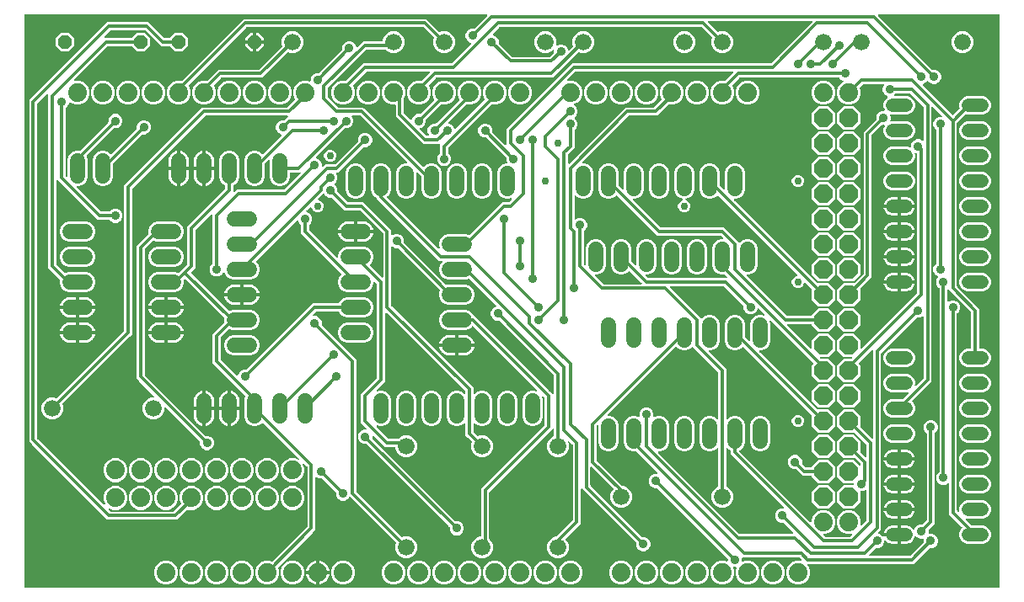
<source format=gbr>
G04 EAGLE Gerber RS-274X export*
G75*
%MOMM*%
%FSLAX34Y34*%
%LPD*%
%INBottom Copper*%
%IPPOS*%
%AMOC8*
5,1,8,0,0,1.08239X$1,22.5*%
G01*
%ADD10C,1.879600*%
%ADD11P,2.034460X8X112.500000*%
%ADD12C,1.524000*%
%ADD13C,1.676400*%
%ADD14C,1.320800*%
%ADD15P,1.429621X8X22.500000*%
%ADD16C,0.304800*%
%ADD17C,0.914400*%
%ADD18C,0.756400*%

G36*
X989098Y10164D02*
X989098Y10164D01*
X989117Y10162D01*
X989219Y10184D01*
X989321Y10200D01*
X989338Y10210D01*
X989358Y10214D01*
X989447Y10267D01*
X989538Y10316D01*
X989552Y10330D01*
X989569Y10340D01*
X989636Y10419D01*
X989708Y10494D01*
X989716Y10512D01*
X989729Y10527D01*
X989768Y10623D01*
X989811Y10717D01*
X989813Y10737D01*
X989821Y10755D01*
X989839Y10922D01*
X989839Y585878D01*
X989836Y585898D01*
X989838Y585917D01*
X989816Y586019D01*
X989800Y586121D01*
X989790Y586138D01*
X989786Y586158D01*
X989733Y586247D01*
X989684Y586338D01*
X989670Y586352D01*
X989660Y586369D01*
X989581Y586436D01*
X989506Y586508D01*
X989488Y586516D01*
X989473Y586529D01*
X989377Y586568D01*
X989283Y586611D01*
X989263Y586613D01*
X989245Y586621D01*
X989078Y586639D01*
X868747Y586639D01*
X868676Y586628D01*
X868604Y586626D01*
X868555Y586608D01*
X868504Y586600D01*
X868441Y586566D01*
X868373Y586541D01*
X868333Y586509D01*
X868287Y586484D01*
X868237Y586433D01*
X868181Y586388D01*
X868153Y586344D01*
X868117Y586306D01*
X868087Y586241D01*
X868048Y586181D01*
X868036Y586130D01*
X868014Y586083D01*
X868006Y586012D01*
X867988Y585942D01*
X867992Y585890D01*
X867987Y585839D01*
X868002Y585768D01*
X868008Y585697D01*
X868028Y585649D01*
X868039Y585598D01*
X868076Y585537D01*
X868104Y585471D01*
X868149Y585415D01*
X868165Y585387D01*
X868183Y585372D01*
X868209Y585340D01*
X922338Y531211D01*
X922412Y531158D01*
X922481Y531098D01*
X922511Y531086D01*
X922537Y531067D01*
X922624Y531040D01*
X922709Y531006D01*
X922750Y531002D01*
X922772Y530995D01*
X922805Y530996D01*
X922876Y530988D01*
X925340Y530988D01*
X927954Y529905D01*
X929955Y527904D01*
X931038Y525290D01*
X931038Y522460D01*
X929955Y519846D01*
X927954Y517845D01*
X925340Y516762D01*
X922510Y516762D01*
X919896Y517845D01*
X918113Y519628D01*
X918097Y519639D01*
X918085Y519655D01*
X917997Y519711D01*
X917914Y519771D01*
X917895Y519777D01*
X917878Y519788D01*
X917777Y519813D01*
X917678Y519844D01*
X917659Y519843D01*
X917639Y519848D01*
X917536Y519840D01*
X917433Y519837D01*
X917414Y519830D01*
X917394Y519829D01*
X917299Y519789D01*
X917202Y519753D01*
X917186Y519740D01*
X917168Y519733D01*
X917037Y519628D01*
X915254Y517845D01*
X912806Y516831D01*
X912767Y516807D01*
X912724Y516791D01*
X912663Y516743D01*
X912597Y516701D01*
X912567Y516666D01*
X912532Y516637D01*
X912490Y516572D01*
X912440Y516512D01*
X912424Y516469D01*
X912399Y516431D01*
X912380Y516355D01*
X912352Y516282D01*
X912350Y516237D01*
X912339Y516192D01*
X912345Y516114D01*
X912341Y516037D01*
X912354Y515992D01*
X912358Y515947D01*
X912388Y515875D01*
X912410Y515800D01*
X912436Y515763D01*
X912454Y515720D01*
X912539Y515614D01*
X912550Y515598D01*
X912554Y515595D01*
X912559Y515589D01*
X942437Y485712D01*
X942453Y485700D01*
X942465Y485684D01*
X942553Y485628D01*
X942636Y485568D01*
X942655Y485562D01*
X942672Y485551D01*
X942773Y485526D01*
X942872Y485496D01*
X942891Y485496D01*
X942911Y485491D01*
X943014Y485499D01*
X943117Y485502D01*
X943136Y485509D01*
X943156Y485511D01*
X943251Y485551D01*
X943348Y485587D01*
X943364Y485599D01*
X943382Y485607D01*
X943513Y485712D01*
X949628Y491826D01*
X949696Y491921D01*
X949766Y492015D01*
X949768Y492021D01*
X949772Y492026D01*
X949806Y492137D01*
X949842Y492249D01*
X949842Y492255D01*
X949844Y492261D01*
X949841Y492378D01*
X949840Y492495D01*
X949838Y492502D01*
X949838Y492507D01*
X949831Y492525D01*
X949793Y492656D01*
X949451Y493481D01*
X949451Y497119D01*
X950843Y500480D01*
X953416Y503053D01*
X956777Y504445D01*
X973623Y504445D01*
X976984Y503053D01*
X979557Y500480D01*
X980949Y497119D01*
X980949Y493481D01*
X979557Y490120D01*
X976984Y487547D01*
X973623Y486155D01*
X956777Y486155D01*
X956311Y486348D01*
X956198Y486375D01*
X956084Y486403D01*
X956078Y486403D01*
X956072Y486404D01*
X955955Y486393D01*
X955839Y486384D01*
X955833Y486382D01*
X955827Y486381D01*
X955719Y486333D01*
X955613Y486288D01*
X955607Y486283D01*
X955602Y486281D01*
X955588Y486268D01*
X955482Y486183D01*
X947263Y477964D01*
X947210Y477890D01*
X947150Y477821D01*
X947138Y477791D01*
X947119Y477765D01*
X947092Y477678D01*
X947058Y477593D01*
X947054Y477552D01*
X947047Y477529D01*
X947048Y477497D01*
X947040Y477426D01*
X947040Y313149D01*
X947054Y313059D01*
X947062Y312968D01*
X947074Y312938D01*
X947079Y312906D01*
X947103Y312862D01*
X947104Y312858D01*
X947113Y312843D01*
X947122Y312826D01*
X947158Y312742D01*
X947184Y312710D01*
X947195Y312689D01*
X947218Y312667D01*
X947220Y312664D01*
X947230Y312647D01*
X947241Y312638D01*
X947263Y312611D01*
X969265Y290609D01*
X969265Y251206D01*
X969268Y251186D01*
X969266Y251167D01*
X969288Y251065D01*
X969304Y250963D01*
X969314Y250946D01*
X969318Y250926D01*
X969371Y250837D01*
X969420Y250746D01*
X969434Y250732D01*
X969444Y250715D01*
X969523Y250648D01*
X969598Y250576D01*
X969616Y250568D01*
X969631Y250555D01*
X969727Y250516D01*
X969821Y250473D01*
X969841Y250471D01*
X969859Y250463D01*
X970026Y250445D01*
X973623Y250445D01*
X976984Y249053D01*
X979557Y246480D01*
X980949Y243119D01*
X980949Y239481D01*
X979557Y236120D01*
X976984Y233547D01*
X973623Y232155D01*
X956777Y232155D01*
X953416Y233547D01*
X950843Y236120D01*
X949451Y239481D01*
X949451Y243119D01*
X950843Y246480D01*
X953416Y249053D01*
X956777Y250445D01*
X960374Y250445D01*
X960394Y250448D01*
X960413Y250446D01*
X960515Y250468D01*
X960617Y250484D01*
X960634Y250494D01*
X960654Y250498D01*
X960743Y250551D01*
X960834Y250600D01*
X960848Y250614D01*
X960865Y250624D01*
X960932Y250703D01*
X961004Y250778D01*
X961012Y250796D01*
X961025Y250811D01*
X961064Y250907D01*
X961107Y251001D01*
X961109Y251021D01*
X961117Y251039D01*
X961135Y251206D01*
X961135Y286926D01*
X961121Y287016D01*
X961113Y287107D01*
X961101Y287137D01*
X961096Y287169D01*
X961053Y287249D01*
X961017Y287333D01*
X960991Y287365D01*
X960980Y287386D01*
X960957Y287408D01*
X960912Y287464D01*
X941514Y306862D01*
X938814Y309562D01*
X938756Y309604D01*
X938704Y309654D01*
X938657Y309676D01*
X938615Y309706D01*
X938546Y309727D01*
X938481Y309757D01*
X938429Y309763D01*
X938379Y309778D01*
X938308Y309776D01*
X938237Y309784D01*
X938186Y309773D01*
X938134Y309772D01*
X938066Y309747D01*
X937996Y309732D01*
X937951Y309705D01*
X937903Y309687D01*
X937847Y309643D01*
X937785Y309606D01*
X937751Y309566D01*
X937711Y309534D01*
X937672Y309473D01*
X937625Y309419D01*
X937606Y309371D01*
X937578Y309327D01*
X937560Y309257D01*
X937533Y309191D01*
X937525Y309119D01*
X937517Y309088D01*
X937519Y309065D01*
X937515Y309024D01*
X937515Y298536D01*
X937526Y298466D01*
X937528Y298394D01*
X937546Y298345D01*
X937554Y298294D01*
X937588Y298230D01*
X937613Y298163D01*
X937645Y298122D01*
X937670Y298076D01*
X937721Y298027D01*
X937766Y297971D01*
X937810Y297943D01*
X937848Y297907D01*
X937913Y297877D01*
X937973Y297838D01*
X938024Y297825D01*
X938071Y297803D01*
X938142Y297795D01*
X938212Y297778D01*
X938264Y297782D01*
X938315Y297776D01*
X938386Y297791D01*
X938457Y297797D01*
X938505Y297817D01*
X938556Y297828D01*
X938617Y297865D01*
X938683Y297893D01*
X938739Y297938D01*
X938767Y297955D01*
X938782Y297972D01*
X938814Y297998D01*
X938946Y298130D01*
X941560Y299213D01*
X944390Y299213D01*
X947004Y298130D01*
X949005Y296129D01*
X950088Y293515D01*
X950088Y290685D01*
X949005Y288071D01*
X947263Y286329D01*
X947210Y286255D01*
X947150Y286185D01*
X947138Y286155D01*
X947119Y286129D01*
X947092Y286042D01*
X947058Y285957D01*
X947054Y285916D01*
X947047Y285894D01*
X947048Y285862D01*
X947040Y285790D01*
X947040Y87724D01*
X947054Y87634D01*
X947062Y87543D01*
X947074Y87513D01*
X947079Y87481D01*
X947122Y87401D01*
X947158Y87317D01*
X947184Y87284D01*
X947195Y87264D01*
X947218Y87242D01*
X947263Y87186D01*
X948219Y86230D01*
X948298Y86173D01*
X948373Y86111D01*
X948397Y86101D01*
X948418Y86086D01*
X948512Y86058D01*
X948602Y86023D01*
X948628Y86022D01*
X948653Y86014D01*
X948751Y86016D01*
X948848Y86012D01*
X948873Y86019D01*
X948899Y86020D01*
X948991Y86054D01*
X949084Y86081D01*
X949106Y86096D01*
X949130Y86105D01*
X949207Y86166D01*
X949286Y86221D01*
X949302Y86242D01*
X949322Y86258D01*
X949375Y86340D01*
X949433Y86418D01*
X949441Y86443D01*
X949455Y86465D01*
X949479Y86560D01*
X949509Y86652D01*
X949509Y86678D01*
X949515Y86704D01*
X949508Y86801D01*
X949507Y86898D01*
X949498Y86930D01*
X949496Y86949D01*
X949483Y86979D01*
X949460Y87059D01*
X949451Y87081D01*
X949451Y90719D01*
X950843Y94080D01*
X953416Y96653D01*
X956777Y98045D01*
X973623Y98045D01*
X976984Y96653D01*
X979557Y94080D01*
X980949Y90719D01*
X980949Y87081D01*
X979557Y83720D01*
X976984Y81147D01*
X973623Y79755D01*
X956777Y79755D01*
X956755Y79764D01*
X956660Y79787D01*
X956567Y79815D01*
X956541Y79814D01*
X956516Y79820D01*
X956419Y79811D01*
X956322Y79809D01*
X956297Y79800D01*
X956271Y79797D01*
X956182Y79758D01*
X956091Y79724D01*
X956070Y79708D01*
X956046Y79697D01*
X955975Y79632D01*
X955899Y79571D01*
X955884Y79549D01*
X955865Y79531D01*
X955818Y79446D01*
X955766Y79364D01*
X955759Y79338D01*
X955747Y79315D01*
X955729Y79219D01*
X955705Y79125D01*
X955707Y79099D01*
X955703Y79073D01*
X955717Y78977D01*
X955725Y78880D01*
X955735Y78856D01*
X955739Y78830D01*
X955783Y78743D01*
X955821Y78654D01*
X955841Y78628D01*
X955850Y78611D01*
X955874Y78588D01*
X955926Y78523D01*
X961581Y72868D01*
X961655Y72815D01*
X961724Y72755D01*
X961754Y72743D01*
X961780Y72724D01*
X961867Y72697D01*
X961952Y72663D01*
X961993Y72659D01*
X962015Y72652D01*
X962048Y72653D01*
X962119Y72645D01*
X973623Y72645D01*
X976984Y71253D01*
X979557Y68680D01*
X980949Y65319D01*
X980949Y61681D01*
X979557Y58320D01*
X976984Y55747D01*
X973623Y54355D01*
X956777Y54355D01*
X953416Y55747D01*
X950843Y58320D01*
X949451Y61681D01*
X949451Y65319D01*
X950843Y68680D01*
X952019Y69856D01*
X952031Y69872D01*
X952046Y69884D01*
X952102Y69972D01*
X952163Y70056D01*
X952169Y70075D01*
X952179Y70091D01*
X952205Y70192D01*
X952235Y70291D01*
X952235Y70311D01*
X952239Y70330D01*
X952231Y70433D01*
X952229Y70537D01*
X952222Y70555D01*
X952220Y70575D01*
X952180Y70670D01*
X952144Y70768D01*
X952132Y70783D01*
X952124Y70801D01*
X952019Y70932D01*
X941514Y81437D01*
X938910Y84041D01*
X938910Y114214D01*
X938899Y114284D01*
X938897Y114356D01*
X938879Y114405D01*
X938871Y114456D01*
X938837Y114520D01*
X938812Y114587D01*
X938780Y114628D01*
X938755Y114674D01*
X938704Y114723D01*
X938659Y114779D01*
X938615Y114807D01*
X938577Y114843D01*
X938512Y114873D01*
X938452Y114912D01*
X938401Y114925D01*
X938354Y114947D01*
X938283Y114955D01*
X938213Y114972D01*
X938161Y114968D01*
X938110Y114974D01*
X938039Y114959D01*
X937968Y114953D01*
X937920Y114933D01*
X937869Y114922D01*
X937808Y114885D01*
X937742Y114857D01*
X937686Y114812D01*
X937658Y114795D01*
X937643Y114778D01*
X937611Y114752D01*
X937479Y114620D01*
X934865Y113537D01*
X932035Y113537D01*
X929421Y114620D01*
X927420Y116621D01*
X926337Y119235D01*
X926337Y122065D01*
X927420Y124679D01*
X929162Y126421D01*
X929215Y126495D01*
X929275Y126565D01*
X929287Y126595D01*
X929306Y126621D01*
X929333Y126708D01*
X929367Y126793D01*
X929371Y126834D01*
X929378Y126856D01*
X929377Y126888D01*
X929385Y126960D01*
X929385Y311190D01*
X929371Y311281D01*
X929363Y311371D01*
X929351Y311401D01*
X929346Y311433D01*
X929303Y311514D01*
X929267Y311598D01*
X929241Y311630D01*
X929230Y311651D01*
X929207Y311673D01*
X929162Y311729D01*
X927420Y313471D01*
X926337Y316085D01*
X926337Y318915D01*
X927420Y321529D01*
X928138Y322247D01*
X928165Y322284D01*
X928199Y322315D01*
X928236Y322384D01*
X928282Y322447D01*
X928295Y322491D01*
X928317Y322531D01*
X928331Y322608D01*
X928354Y322682D01*
X928353Y322728D01*
X928361Y322773D01*
X928350Y322850D01*
X928348Y322928D01*
X928332Y322971D01*
X928325Y323016D01*
X928290Y323086D01*
X928263Y323159D01*
X928235Y323195D01*
X928214Y323236D01*
X928158Y323290D01*
X928110Y323351D01*
X928071Y323376D01*
X928038Y323408D01*
X927918Y323474D01*
X927903Y323484D01*
X927898Y323485D01*
X927891Y323489D01*
X926246Y324170D01*
X924245Y326171D01*
X923162Y328785D01*
X923162Y331615D01*
X924245Y334229D01*
X925987Y335971D01*
X926040Y336045D01*
X926100Y336115D01*
X926112Y336145D01*
X926131Y336171D01*
X926158Y336258D01*
X926192Y336343D01*
X926196Y336384D01*
X926203Y336406D01*
X926202Y336438D01*
X926210Y336510D01*
X926210Y469940D01*
X926196Y470031D01*
X926188Y470121D01*
X926176Y470151D01*
X926171Y470183D01*
X926128Y470264D01*
X926092Y470348D01*
X926066Y470380D01*
X926055Y470401D01*
X926032Y470423D01*
X926023Y470434D01*
X926016Y470447D01*
X926007Y470454D01*
X925987Y470479D01*
X924245Y472221D01*
X923162Y474835D01*
X923162Y477665D01*
X924245Y480279D01*
X926246Y482280D01*
X928860Y483363D01*
X931451Y483363D01*
X931522Y483374D01*
X931594Y483376D01*
X931643Y483394D01*
X931694Y483402D01*
X931757Y483436D01*
X931825Y483461D01*
X931865Y483493D01*
X931911Y483518D01*
X931961Y483569D01*
X932017Y483614D01*
X932045Y483658D01*
X932081Y483696D01*
X932111Y483761D01*
X932150Y483821D01*
X932162Y483872D01*
X932184Y483919D01*
X932192Y483990D01*
X932210Y484060D01*
X932206Y484112D01*
X932211Y484163D01*
X932196Y484234D01*
X932190Y484305D01*
X932170Y484353D01*
X932159Y484404D01*
X932122Y484465D01*
X932094Y484531D01*
X932049Y484587D01*
X932033Y484615D01*
X932015Y484630D01*
X931989Y484662D01*
X922939Y493712D01*
X922881Y493754D01*
X922829Y493804D01*
X922782Y493826D01*
X922740Y493856D01*
X922671Y493877D01*
X922606Y493907D01*
X922554Y493913D01*
X922504Y493928D01*
X922433Y493926D01*
X922362Y493934D01*
X922311Y493923D01*
X922259Y493922D01*
X922191Y493897D01*
X922121Y493882D01*
X922077Y493855D01*
X922028Y493837D01*
X921972Y493793D01*
X921910Y493756D01*
X921876Y493716D01*
X921836Y493684D01*
X921797Y493623D01*
X921750Y493569D01*
X921731Y493521D01*
X921703Y493477D01*
X921685Y493407D01*
X921658Y493341D01*
X921650Y493269D01*
X921642Y493238D01*
X921644Y493215D01*
X921640Y493174D01*
X921640Y217391D01*
X919036Y214787D01*
X902181Y197932D01*
X902169Y197916D01*
X902154Y197904D01*
X902097Y197816D01*
X902037Y197733D01*
X902031Y197714D01*
X902021Y197697D01*
X901995Y197596D01*
X901965Y197498D01*
X901965Y197478D01*
X901961Y197458D01*
X901969Y197355D01*
X901971Y197252D01*
X901978Y197233D01*
X901980Y197213D01*
X902020Y197118D01*
X902056Y197021D01*
X902068Y197005D01*
X902076Y196987D01*
X902181Y196856D01*
X903357Y195680D01*
X904749Y192319D01*
X904749Y188681D01*
X903357Y185320D01*
X900784Y182747D01*
X897423Y181355D01*
X880577Y181355D01*
X877216Y182747D01*
X874643Y185320D01*
X873251Y188681D01*
X873251Y192319D01*
X874643Y195680D01*
X877216Y198253D01*
X880577Y199645D01*
X892081Y199645D01*
X892171Y199659D01*
X892262Y199667D01*
X892292Y199679D01*
X892324Y199684D01*
X892404Y199727D01*
X892488Y199763D01*
X892520Y199789D01*
X892541Y199800D01*
X892563Y199823D01*
X892619Y199868D01*
X898274Y205523D01*
X898331Y205602D01*
X898393Y205677D01*
X898403Y205701D01*
X898418Y205722D01*
X898446Y205815D01*
X898481Y205906D01*
X898483Y205933D01*
X898490Y205958D01*
X898488Y206055D01*
X898492Y206152D01*
X898485Y206177D01*
X898484Y206203D01*
X898450Y206295D01*
X898423Y206388D01*
X898408Y206410D01*
X898399Y206434D01*
X898339Y206511D01*
X898283Y206590D01*
X898262Y206606D01*
X898246Y206626D01*
X898164Y206679D01*
X898086Y206737D01*
X898061Y206745D01*
X898039Y206759D01*
X897944Y206783D01*
X897852Y206813D01*
X897826Y206813D01*
X897800Y206820D01*
X897703Y206812D01*
X897606Y206811D01*
X897574Y206802D01*
X897555Y206800D01*
X897525Y206788D01*
X897445Y206764D01*
X897423Y206755D01*
X880577Y206755D01*
X877216Y208147D01*
X874643Y210720D01*
X873251Y214081D01*
X873251Y217719D01*
X874643Y221080D01*
X877216Y223653D01*
X880577Y225045D01*
X897423Y225045D01*
X900784Y223653D01*
X903357Y221080D01*
X904749Y217719D01*
X904749Y214081D01*
X904740Y214059D01*
X904717Y213964D01*
X904689Y213871D01*
X904690Y213845D01*
X904684Y213820D01*
X904693Y213723D01*
X904695Y213626D01*
X904704Y213601D01*
X904707Y213575D01*
X904746Y213486D01*
X904780Y213395D01*
X904796Y213374D01*
X904807Y213350D01*
X904873Y213278D01*
X904933Y213202D01*
X904955Y213188D01*
X904973Y213169D01*
X905058Y213122D01*
X905140Y213069D01*
X905166Y213063D01*
X905188Y213051D01*
X905284Y213033D01*
X905379Y213009D01*
X905405Y213011D01*
X905431Y213007D01*
X905527Y213021D01*
X905624Y213029D01*
X905648Y213039D01*
X905674Y213043D01*
X905761Y213087D01*
X905850Y213125D01*
X905876Y213145D01*
X905893Y213154D01*
X905916Y213178D01*
X905981Y213230D01*
X913287Y220536D01*
X913340Y220610D01*
X913400Y220679D01*
X913412Y220709D01*
X913431Y220735D01*
X913458Y220822D01*
X913492Y220907D01*
X913496Y220948D01*
X913503Y220971D01*
X913502Y221003D01*
X913510Y221074D01*
X913510Y282489D01*
X913499Y282559D01*
X913497Y282631D01*
X913479Y282680D01*
X913471Y282731D01*
X913437Y282795D01*
X913412Y282862D01*
X913380Y282903D01*
X913355Y282949D01*
X913304Y282998D01*
X913259Y283054D01*
X913215Y283082D01*
X913177Y283118D01*
X913112Y283148D01*
X913052Y283187D01*
X913001Y283200D01*
X912954Y283222D01*
X912883Y283230D01*
X912813Y283247D01*
X912761Y283243D01*
X912710Y283249D01*
X912639Y283234D01*
X912568Y283228D01*
X912520Y283208D01*
X912469Y283197D01*
X912408Y283160D01*
X912342Y283132D01*
X912286Y283087D01*
X912258Y283070D01*
X912243Y283053D01*
X912211Y283027D01*
X912079Y282895D01*
X909465Y281812D01*
X907001Y281812D01*
X906911Y281798D01*
X906820Y281790D01*
X906790Y281778D01*
X906758Y281773D01*
X906678Y281730D01*
X906594Y281694D01*
X906562Y281668D01*
X906541Y281657D01*
X906519Y281634D01*
X906463Y281589D01*
X871063Y246189D01*
X871010Y246115D01*
X870950Y246046D01*
X870938Y246016D01*
X870919Y245990D01*
X870892Y245903D01*
X870858Y245818D01*
X870854Y245777D01*
X870847Y245754D01*
X870848Y245722D01*
X870840Y245651D01*
X870840Y68166D01*
X868109Y65436D01*
X868082Y65398D01*
X868048Y65367D01*
X868011Y65299D01*
X867965Y65236D01*
X867952Y65192D01*
X867930Y65152D01*
X867916Y65075D01*
X867893Y65001D01*
X867894Y64955D01*
X867886Y64910D01*
X867897Y64833D01*
X867899Y64755D01*
X867915Y64712D01*
X867922Y64666D01*
X867957Y64597D01*
X867984Y64524D01*
X868013Y64488D01*
X868033Y64447D01*
X868089Y64393D01*
X868138Y64332D01*
X868176Y64307D01*
X868209Y64275D01*
X868329Y64209D01*
X868344Y64199D01*
X868349Y64198D01*
X868356Y64194D01*
X870804Y63180D01*
X871952Y62032D01*
X872010Y61990D01*
X872062Y61941D01*
X872109Y61919D01*
X872151Y61889D01*
X872220Y61868D01*
X872285Y61837D01*
X872337Y61832D01*
X872387Y61816D01*
X872458Y61818D01*
X872529Y61810D01*
X872580Y61821D01*
X872632Y61823D01*
X872700Y61847D01*
X872770Y61862D01*
X872815Y61889D01*
X872863Y61907D01*
X872919Y61952D01*
X872961Y61977D01*
X887477Y61977D01*
X887477Y54355D01*
X881495Y54355D01*
X879729Y54707D01*
X878064Y55396D01*
X876566Y56397D01*
X875293Y57670D01*
X875282Y57687D01*
X875266Y57704D01*
X875255Y57724D01*
X875183Y57793D01*
X875114Y57867D01*
X875094Y57877D01*
X875077Y57893D01*
X874986Y57936D01*
X874898Y57983D01*
X874875Y57987D01*
X874854Y57997D01*
X874754Y58008D01*
X874655Y58025D01*
X874632Y58022D01*
X874610Y58024D01*
X874512Y58003D01*
X874412Y57987D01*
X874392Y57977D01*
X874369Y57972D01*
X874283Y57920D01*
X874194Y57874D01*
X874178Y57858D01*
X874158Y57846D01*
X874093Y57769D01*
X874023Y57697D01*
X874013Y57676D01*
X873998Y57659D01*
X873960Y57565D01*
X873918Y57475D01*
X873915Y57452D01*
X873906Y57431D01*
X873888Y57264D01*
X873888Y55735D01*
X872805Y53121D01*
X870804Y51120D01*
X868190Y50037D01*
X865726Y50037D01*
X865636Y50023D01*
X865545Y50015D01*
X865515Y50003D01*
X865483Y49998D01*
X865403Y49955D01*
X865319Y49919D01*
X865287Y49893D01*
X865266Y49882D01*
X865244Y49859D01*
X865188Y49814D01*
X858838Y43464D01*
X858796Y43406D01*
X858746Y43354D01*
X858724Y43307D01*
X858694Y43265D01*
X858673Y43196D01*
X858643Y43131D01*
X858637Y43079D01*
X858622Y43029D01*
X858624Y42958D01*
X858616Y42887D01*
X858627Y42836D01*
X858628Y42784D01*
X858653Y42716D01*
X858668Y42646D01*
X858695Y42602D01*
X858713Y42553D01*
X858757Y42497D01*
X858794Y42435D01*
X858834Y42401D01*
X858866Y42361D01*
X858927Y42322D01*
X858981Y42275D01*
X859029Y42256D01*
X859073Y42228D01*
X859143Y42210D01*
X859209Y42183D01*
X859281Y42175D01*
X859312Y42167D01*
X859335Y42169D01*
X859376Y42165D01*
X899701Y42165D01*
X899791Y42179D01*
X899882Y42187D01*
X899912Y42199D01*
X899944Y42204D01*
X900024Y42247D01*
X900108Y42283D01*
X900140Y42309D01*
X900161Y42320D01*
X900183Y42343D01*
X900239Y42388D01*
X913414Y55563D01*
X913467Y55637D01*
X913527Y55706D01*
X913539Y55736D01*
X913558Y55762D01*
X913585Y55849D01*
X913619Y55934D01*
X913623Y55975D01*
X913630Y55998D01*
X913629Y56030D01*
X913637Y56101D01*
X913637Y58565D01*
X913639Y58570D01*
X913656Y58639D01*
X913681Y58706D01*
X913684Y58759D01*
X913695Y58809D01*
X913689Y58880D01*
X913692Y58952D01*
X913677Y59002D01*
X913672Y59054D01*
X913643Y59119D01*
X913623Y59188D01*
X913594Y59231D01*
X913572Y59279D01*
X913524Y59332D01*
X913483Y59390D01*
X913441Y59421D01*
X913406Y59460D01*
X913343Y59494D01*
X913286Y59537D01*
X913236Y59553D01*
X913190Y59578D01*
X913120Y59591D01*
X913052Y59613D01*
X913000Y59613D01*
X912948Y59622D01*
X912877Y59612D01*
X912806Y59611D01*
X912737Y59591D01*
X912705Y59586D01*
X912684Y59576D01*
X912645Y59564D01*
X912640Y59562D01*
X909810Y59562D01*
X907196Y60645D01*
X905838Y62003D01*
X905742Y62072D01*
X905643Y62144D01*
X905640Y62145D01*
X905638Y62147D01*
X905525Y62182D01*
X905409Y62219D01*
X905406Y62218D01*
X905403Y62219D01*
X905282Y62216D01*
X905163Y62214D01*
X905160Y62213D01*
X905157Y62213D01*
X905043Y62171D01*
X904931Y62132D01*
X904929Y62130D01*
X904926Y62129D01*
X904832Y62054D01*
X904738Y61979D01*
X904736Y61977D01*
X904734Y61975D01*
X904669Y61874D01*
X904603Y61774D01*
X904602Y61770D01*
X904601Y61768D01*
X904598Y61757D01*
X904553Y61614D01*
X904397Y60833D01*
X903708Y59168D01*
X902707Y57670D01*
X901434Y56397D01*
X899936Y55396D01*
X898271Y54707D01*
X896505Y54355D01*
X890523Y54355D01*
X890523Y62738D01*
X890520Y62758D01*
X890522Y62777D01*
X890500Y62879D01*
X890483Y62981D01*
X890474Y62998D01*
X890470Y63018D01*
X890417Y63107D01*
X890368Y63198D01*
X890354Y63212D01*
X890344Y63229D01*
X890265Y63296D01*
X890190Y63367D01*
X890172Y63376D01*
X890157Y63389D01*
X890061Y63427D01*
X889967Y63471D01*
X889947Y63473D01*
X889929Y63481D01*
X889762Y63499D01*
X888999Y63499D01*
X888999Y63501D01*
X889762Y63501D01*
X889782Y63504D01*
X889801Y63502D01*
X889903Y63524D01*
X890005Y63541D01*
X890022Y63550D01*
X890042Y63554D01*
X890131Y63607D01*
X890222Y63656D01*
X890236Y63670D01*
X890253Y63680D01*
X890320Y63759D01*
X890391Y63834D01*
X890400Y63852D01*
X890413Y63867D01*
X890452Y63963D01*
X890495Y64057D01*
X890497Y64077D01*
X890505Y64095D01*
X890523Y64262D01*
X890523Y72645D01*
X896505Y72645D01*
X898271Y72293D01*
X899936Y71604D01*
X901434Y70603D01*
X902707Y69330D01*
X903100Y68741D01*
X903184Y68652D01*
X903263Y68565D01*
X903266Y68564D01*
X903268Y68561D01*
X903373Y68505D01*
X903479Y68447D01*
X903482Y68446D01*
X903485Y68445D01*
X903601Y68425D01*
X903721Y68403D01*
X903724Y68403D01*
X903727Y68403D01*
X903845Y68421D01*
X903964Y68439D01*
X903967Y68440D01*
X903970Y68441D01*
X904077Y68496D01*
X904183Y68550D01*
X904186Y68552D01*
X904188Y68554D01*
X904271Y68640D01*
X904356Y68726D01*
X904358Y68729D01*
X904359Y68731D01*
X904364Y68740D01*
X904437Y68873D01*
X905195Y70704D01*
X907196Y72705D01*
X909810Y73788D01*
X912274Y73788D01*
X912364Y73802D01*
X912455Y73810D01*
X912485Y73822D01*
X912517Y73827D01*
X912597Y73870D01*
X912681Y73906D01*
X912713Y73932D01*
X912734Y73943D01*
X912756Y73966D01*
X912812Y74011D01*
X916462Y77661D01*
X916515Y77735D01*
X916575Y77804D01*
X916587Y77834D01*
X916606Y77860D01*
X916633Y77947D01*
X916667Y78032D01*
X916671Y78073D01*
X916678Y78096D01*
X916677Y78128D01*
X916685Y78199D01*
X916685Y165140D01*
X916671Y165231D01*
X916663Y165321D01*
X916651Y165351D01*
X916646Y165383D01*
X916603Y165464D01*
X916567Y165548D01*
X916541Y165580D01*
X916530Y165601D01*
X916507Y165623D01*
X916462Y165679D01*
X914720Y167421D01*
X913637Y170035D01*
X913637Y172865D01*
X914720Y175479D01*
X916721Y177480D01*
X919335Y178563D01*
X922165Y178563D01*
X924779Y177480D01*
X926780Y175479D01*
X927863Y172865D01*
X927863Y170035D01*
X926780Y167421D01*
X925038Y165679D01*
X924985Y165605D01*
X924925Y165535D01*
X924913Y165505D01*
X924894Y165479D01*
X924867Y165392D01*
X924833Y165307D01*
X924829Y165266D01*
X924822Y165244D01*
X924823Y165212D01*
X924815Y165140D01*
X924815Y74516D01*
X918561Y68262D01*
X918508Y68188D01*
X918448Y68119D01*
X918436Y68089D01*
X918417Y68063D01*
X918390Y67976D01*
X918356Y67891D01*
X918352Y67850D01*
X918345Y67827D01*
X918346Y67795D01*
X918338Y67724D01*
X918338Y65260D01*
X918336Y65255D01*
X918326Y65212D01*
X918309Y65176D01*
X918306Y65150D01*
X918294Y65119D01*
X918291Y65066D01*
X918280Y65016D01*
X918285Y64960D01*
X918282Y64931D01*
X918285Y64915D01*
X918283Y64873D01*
X918298Y64823D01*
X918303Y64771D01*
X918330Y64710D01*
X918334Y64691D01*
X918338Y64684D01*
X918352Y64637D01*
X918381Y64594D01*
X918403Y64546D01*
X918451Y64493D01*
X918456Y64486D01*
X918460Y64480D01*
X918462Y64478D01*
X918492Y64435D01*
X918534Y64404D01*
X918569Y64365D01*
X918632Y64331D01*
X918689Y64288D01*
X918739Y64272D01*
X918785Y64247D01*
X918855Y64234D01*
X918923Y64212D01*
X918975Y64212D01*
X919027Y64203D01*
X919098Y64213D01*
X919169Y64214D01*
X919238Y64234D01*
X919270Y64239D01*
X919287Y64247D01*
X919298Y64249D01*
X919307Y64254D01*
X919330Y64261D01*
X919335Y64263D01*
X922165Y64263D01*
X924779Y63180D01*
X926780Y61179D01*
X927863Y58565D01*
X927863Y55735D01*
X926780Y53121D01*
X924779Y51120D01*
X922165Y50037D01*
X919701Y50037D01*
X919611Y50023D01*
X919520Y50015D01*
X919490Y50003D01*
X919458Y49998D01*
X919378Y49955D01*
X919294Y49919D01*
X919262Y49893D01*
X919241Y49882D01*
X919219Y49859D01*
X919163Y49814D01*
X903384Y34035D01*
X797486Y34035D01*
X797416Y34024D01*
X797344Y34022D01*
X797295Y34004D01*
X797244Y33996D01*
X797180Y33962D01*
X797113Y33937D01*
X797072Y33905D01*
X797026Y33880D01*
X796977Y33829D01*
X796921Y33784D01*
X796893Y33740D01*
X796857Y33702D01*
X796827Y33637D01*
X796788Y33577D01*
X796775Y33526D01*
X796753Y33479D01*
X796745Y33408D01*
X796728Y33338D01*
X796732Y33286D01*
X796726Y33235D01*
X796741Y33164D01*
X796747Y33093D01*
X796767Y33045D01*
X796778Y32994D01*
X796815Y32933D01*
X796843Y32867D01*
X796888Y32811D01*
X796905Y32783D01*
X796922Y32768D01*
X796948Y32736D01*
X797521Y32163D01*
X799339Y27775D01*
X799339Y23025D01*
X797521Y18637D01*
X794163Y15279D01*
X789775Y13461D01*
X785025Y13461D01*
X780637Y15279D01*
X777279Y18637D01*
X775461Y23025D01*
X775461Y27775D01*
X777279Y32163D01*
X780637Y35521D01*
X785025Y37339D01*
X789775Y37339D01*
X789932Y37274D01*
X790026Y37252D01*
X790120Y37223D01*
X790146Y37224D01*
X790171Y37218D01*
X790268Y37227D01*
X790365Y37229D01*
X790390Y37238D01*
X790416Y37241D01*
X790505Y37280D01*
X790596Y37314D01*
X790617Y37330D01*
X790641Y37341D01*
X790712Y37406D01*
X790789Y37467D01*
X790803Y37489D01*
X790822Y37507D01*
X790869Y37592D01*
X790922Y37674D01*
X790928Y37700D01*
X790940Y37723D01*
X790958Y37818D01*
X790982Y37913D01*
X790980Y37939D01*
X790984Y37965D01*
X790970Y38061D01*
X790962Y38158D01*
X790952Y38182D01*
X790948Y38208D01*
X790904Y38295D01*
X790866Y38384D01*
X790846Y38410D01*
X790837Y38427D01*
X790813Y38450D01*
X790761Y38515D01*
X789114Y40162D01*
X789040Y40215D01*
X788971Y40275D01*
X788941Y40287D01*
X788915Y40306D01*
X788827Y40333D01*
X788743Y40367D01*
X788702Y40371D01*
X788679Y40378D01*
X788647Y40377D01*
X788576Y40385D01*
X731774Y40385D01*
X731754Y40382D01*
X731735Y40384D01*
X731633Y40362D01*
X731531Y40346D01*
X731514Y40336D01*
X731494Y40332D01*
X731405Y40279D01*
X731314Y40230D01*
X731300Y40216D01*
X731283Y40206D01*
X731216Y40127D01*
X731144Y40052D01*
X731136Y40034D01*
X731123Y40019D01*
X731084Y39923D01*
X731041Y39829D01*
X731039Y39809D01*
X731031Y39791D01*
X731013Y39624D01*
X731013Y37147D01*
X731020Y37102D01*
X731018Y37056D01*
X731040Y36981D01*
X731052Y36905D01*
X731074Y36864D01*
X731087Y36820D01*
X731131Y36756D01*
X731168Y36687D01*
X731201Y36656D01*
X731227Y36618D01*
X731289Y36571D01*
X731346Y36518D01*
X731388Y36498D01*
X731424Y36471D01*
X731498Y36447D01*
X731569Y36414D01*
X731615Y36409D01*
X731658Y36395D01*
X731736Y36396D01*
X731813Y36387D01*
X731858Y36397D01*
X731904Y36397D01*
X732036Y36435D01*
X732054Y36439D01*
X732058Y36442D01*
X732065Y36444D01*
X734225Y37339D01*
X738975Y37339D01*
X743363Y35521D01*
X746721Y32163D01*
X748539Y27775D01*
X748539Y23025D01*
X746721Y18637D01*
X743363Y15279D01*
X738975Y13461D01*
X734225Y13461D01*
X729837Y15279D01*
X726479Y18637D01*
X724661Y23025D01*
X724661Y27775D01*
X725556Y29935D01*
X725566Y29979D01*
X725586Y30021D01*
X725594Y30098D01*
X725612Y30174D01*
X725608Y30220D01*
X725613Y30265D01*
X725596Y30342D01*
X725589Y30419D01*
X725570Y30461D01*
X725561Y30506D01*
X725521Y30573D01*
X725489Y30644D01*
X725458Y30678D01*
X725434Y30717D01*
X725375Y30768D01*
X725323Y30825D01*
X725282Y30847D01*
X725248Y30877D01*
X725175Y30906D01*
X725107Y30943D01*
X725062Y30952D01*
X725019Y30969D01*
X724883Y30984D01*
X724865Y30987D01*
X724860Y30986D01*
X724853Y30987D01*
X722947Y30987D01*
X722902Y30980D01*
X722856Y30982D01*
X722781Y30960D01*
X722705Y30948D01*
X722664Y30926D01*
X722620Y30913D01*
X722556Y30869D01*
X722487Y30832D01*
X722456Y30799D01*
X722418Y30773D01*
X722371Y30711D01*
X722318Y30654D01*
X722298Y30612D01*
X722271Y30576D01*
X722247Y30502D01*
X722214Y30431D01*
X722209Y30385D01*
X722195Y30342D01*
X722196Y30264D01*
X722187Y30187D01*
X722197Y30142D01*
X722197Y30096D01*
X722235Y29964D01*
X722239Y29946D01*
X722242Y29942D01*
X722244Y29935D01*
X723139Y27775D01*
X723139Y23025D01*
X721321Y18637D01*
X717963Y15279D01*
X713575Y13461D01*
X708825Y13461D01*
X704437Y15279D01*
X701079Y18637D01*
X699261Y23025D01*
X699261Y27775D01*
X701079Y32163D01*
X704437Y35521D01*
X708825Y37339D01*
X713575Y37339D01*
X715735Y36444D01*
X715779Y36434D01*
X715821Y36414D01*
X715898Y36406D01*
X715974Y36388D01*
X716020Y36392D01*
X716065Y36387D01*
X716142Y36404D01*
X716219Y36411D01*
X716261Y36430D01*
X716306Y36439D01*
X716373Y36479D01*
X716444Y36511D01*
X716478Y36542D01*
X716517Y36566D01*
X716568Y36625D01*
X716625Y36677D01*
X716647Y36718D01*
X716677Y36752D01*
X716706Y36825D01*
X716743Y36893D01*
X716752Y36938D01*
X716769Y36981D01*
X716784Y37117D01*
X716787Y37135D01*
X716786Y37140D01*
X716787Y37147D01*
X716787Y39149D01*
X716773Y39239D01*
X716765Y39330D01*
X716753Y39360D01*
X716748Y39392D01*
X716705Y39472D01*
X716669Y39556D01*
X716643Y39588D01*
X716632Y39609D01*
X716609Y39631D01*
X716564Y39687D01*
X646112Y110139D01*
X646038Y110192D01*
X645969Y110252D01*
X645939Y110264D01*
X645913Y110283D01*
X645826Y110310D01*
X645741Y110344D01*
X645700Y110348D01*
X645678Y110355D01*
X645645Y110354D01*
X645574Y110362D01*
X643110Y110362D01*
X640496Y111445D01*
X638495Y113446D01*
X637412Y116060D01*
X637412Y118890D01*
X638495Y121504D01*
X640496Y123505D01*
X643110Y124588D01*
X645701Y124588D01*
X645772Y124599D01*
X645844Y124601D01*
X645893Y124619D01*
X645944Y124627D01*
X646007Y124661D01*
X646075Y124686D01*
X646115Y124718D01*
X646161Y124743D01*
X646211Y124794D01*
X646267Y124839D01*
X646295Y124883D01*
X646331Y124921D01*
X646361Y124986D01*
X646400Y125046D01*
X646412Y125097D01*
X646434Y125144D01*
X646442Y125215D01*
X646460Y125285D01*
X646456Y125337D01*
X646461Y125388D01*
X646446Y125459D01*
X646440Y125530D01*
X646420Y125578D01*
X646409Y125629D01*
X646372Y125690D01*
X646344Y125756D01*
X646299Y125812D01*
X646283Y125840D01*
X646265Y125855D01*
X646239Y125887D01*
X625025Y147102D01*
X624930Y147170D01*
X624836Y147240D01*
X624830Y147242D01*
X624825Y147246D01*
X624713Y147280D01*
X624602Y147316D01*
X624596Y147316D01*
X624590Y147318D01*
X624505Y147316D01*
X624473Y147319D01*
X620279Y147319D01*
X616544Y148866D01*
X613686Y151724D01*
X612139Y155459D01*
X612139Y174741D01*
X613686Y178476D01*
X616544Y181334D01*
X620279Y182881D01*
X624321Y182881D01*
X626855Y181831D01*
X626925Y181815D01*
X626992Y181789D01*
X627044Y181787D01*
X627095Y181775D01*
X627166Y181782D01*
X627238Y181779D01*
X627288Y181793D01*
X627340Y181798D01*
X627405Y181827D01*
X627474Y181847D01*
X627517Y181877D01*
X627564Y181898D01*
X627617Y181947D01*
X627676Y181988D01*
X627707Y182029D01*
X627745Y182064D01*
X627780Y182127D01*
X627823Y182185D01*
X627839Y182234D01*
X627864Y182280D01*
X627877Y182351D01*
X627899Y182419D01*
X627898Y182471D01*
X627908Y182522D01*
X627897Y182593D01*
X627896Y182665D01*
X627887Y182697D01*
X627887Y185565D01*
X628970Y188179D01*
X630971Y190180D01*
X633585Y191263D01*
X636415Y191263D01*
X639029Y190180D01*
X641030Y188179D01*
X642113Y185565D01*
X642113Y182701D01*
X642108Y182689D01*
X642106Y182637D01*
X642094Y182586D01*
X642101Y182515D01*
X642098Y182443D01*
X642112Y182393D01*
X642117Y182342D01*
X642146Y182276D01*
X642166Y182207D01*
X642196Y182164D01*
X642217Y182117D01*
X642266Y182064D01*
X642307Y182005D01*
X642348Y181974D01*
X642383Y181936D01*
X642446Y181901D01*
X642504Y181858D01*
X642553Y181842D01*
X642599Y181817D01*
X642669Y181804D01*
X642738Y181782D01*
X642790Y181782D01*
X642841Y181773D01*
X642912Y181784D01*
X642984Y181784D01*
X643052Y181804D01*
X643084Y181809D01*
X643105Y181820D01*
X643145Y181831D01*
X645679Y182881D01*
X649721Y182881D01*
X653456Y181334D01*
X656314Y178476D01*
X657861Y174741D01*
X657861Y155459D01*
X656314Y151724D01*
X653456Y148866D01*
X649721Y147319D01*
X647667Y147319D01*
X647596Y147308D01*
X647524Y147306D01*
X647476Y147288D01*
X647424Y147280D01*
X647361Y147246D01*
X647293Y147221D01*
X647253Y147189D01*
X647207Y147164D01*
X647157Y147112D01*
X647101Y147068D01*
X647073Y147024D01*
X647037Y146986D01*
X647007Y146921D01*
X646968Y146861D01*
X646956Y146810D01*
X646934Y146763D01*
X646926Y146692D01*
X646908Y146622D01*
X646912Y146570D01*
X646907Y146519D01*
X646922Y146448D01*
X646928Y146377D01*
X646948Y146329D01*
X646959Y146278D01*
X646996Y146217D01*
X647024Y146151D01*
X647069Y146095D01*
X647085Y146067D01*
X647103Y146052D01*
X647129Y146020D01*
X728536Y64613D01*
X728610Y64560D01*
X728679Y64500D01*
X728709Y64488D01*
X728735Y64469D01*
X728822Y64442D01*
X728907Y64408D01*
X728948Y64404D01*
X728971Y64397D01*
X729003Y64398D01*
X729074Y64390D01*
X782099Y64390D01*
X782170Y64401D01*
X782242Y64403D01*
X782291Y64421D01*
X782342Y64429D01*
X782405Y64463D01*
X782473Y64488D01*
X782513Y64520D01*
X782559Y64545D01*
X782609Y64596D01*
X782665Y64641D01*
X782693Y64685D01*
X782729Y64723D01*
X782759Y64788D01*
X782798Y64848D01*
X782810Y64899D01*
X782832Y64946D01*
X782840Y65017D01*
X782858Y65087D01*
X782854Y65139D01*
X782859Y65190D01*
X782844Y65261D01*
X782838Y65332D01*
X782818Y65380D01*
X782807Y65431D01*
X782770Y65492D01*
X782742Y65558D01*
X782697Y65614D01*
X782681Y65642D01*
X782663Y65657D01*
X782637Y65689D01*
X773112Y75214D01*
X773038Y75267D01*
X772969Y75327D01*
X772939Y75339D01*
X772913Y75358D01*
X772826Y75385D01*
X772741Y75419D01*
X772700Y75423D01*
X772678Y75430D01*
X772645Y75429D01*
X772574Y75437D01*
X770110Y75437D01*
X767496Y76520D01*
X765495Y78521D01*
X764412Y81135D01*
X764412Y83965D01*
X765495Y86579D01*
X767496Y88580D01*
X770110Y89663D01*
X772701Y89663D01*
X772772Y89674D01*
X772844Y89676D01*
X772892Y89694D01*
X772944Y89702D01*
X773007Y89736D01*
X773075Y89761D01*
X773115Y89793D01*
X773161Y89818D01*
X773211Y89870D01*
X773267Y89914D01*
X773295Y89958D01*
X773331Y89996D01*
X773361Y90061D01*
X773400Y90121D01*
X773412Y90172D01*
X773434Y90219D01*
X773442Y90290D01*
X773460Y90360D01*
X773456Y90412D01*
X773461Y90463D01*
X773446Y90534D01*
X773440Y90605D01*
X773420Y90653D01*
X773409Y90704D01*
X773372Y90765D01*
X773344Y90831D01*
X773299Y90887D01*
X773283Y90915D01*
X773265Y90930D01*
X773239Y90962D01*
X719835Y144366D01*
X719835Y147657D01*
X719817Y147771D01*
X719799Y147888D01*
X719797Y147894D01*
X719796Y147900D01*
X719741Y148002D01*
X719688Y148107D01*
X719683Y148112D01*
X719680Y148117D01*
X719597Y148196D01*
X719512Y148280D01*
X719506Y148283D01*
X719502Y148287D01*
X719485Y148294D01*
X719365Y148360D01*
X718144Y148866D01*
X716564Y150446D01*
X716506Y150488D01*
X716454Y150538D01*
X716407Y150559D01*
X716365Y150590D01*
X716296Y150611D01*
X716231Y150641D01*
X716179Y150647D01*
X716129Y150662D01*
X716058Y150660D01*
X715987Y150668D01*
X715936Y150657D01*
X715884Y150656D01*
X715816Y150631D01*
X715746Y150616D01*
X715701Y150589D01*
X715653Y150571D01*
X715597Y150527D01*
X715535Y150490D01*
X715501Y150450D01*
X715461Y150418D01*
X715422Y150357D01*
X715375Y150303D01*
X715356Y150255D01*
X715328Y150211D01*
X715310Y150141D01*
X715283Y150075D01*
X715275Y150003D01*
X715267Y149972D01*
X715269Y149949D01*
X715265Y149908D01*
X715265Y112248D01*
X715284Y112133D01*
X715301Y112017D01*
X715303Y112011D01*
X715304Y112005D01*
X715359Y111902D01*
X715412Y111797D01*
X715417Y111793D01*
X715420Y111788D01*
X715504Y111708D01*
X715588Y111625D01*
X715594Y111622D01*
X715598Y111618D01*
X715615Y111610D01*
X715735Y111544D01*
X717387Y110860D01*
X720460Y107787D01*
X722123Y103773D01*
X722123Y99427D01*
X720460Y95413D01*
X717387Y92340D01*
X713373Y90677D01*
X709027Y90677D01*
X705013Y92340D01*
X701940Y95413D01*
X700277Y99427D01*
X700277Y103773D01*
X701940Y107787D01*
X705013Y110860D01*
X706665Y111544D01*
X706765Y111606D01*
X706865Y111666D01*
X706869Y111671D01*
X706874Y111674D01*
X706949Y111764D01*
X707025Y111853D01*
X707027Y111859D01*
X707031Y111863D01*
X707073Y111972D01*
X707117Y112081D01*
X707118Y112089D01*
X707119Y112093D01*
X707120Y112111D01*
X707135Y112248D01*
X707135Y149908D01*
X707124Y149979D01*
X707122Y150050D01*
X707104Y150099D01*
X707096Y150151D01*
X707062Y150214D01*
X707037Y150281D01*
X707005Y150322D01*
X706980Y150368D01*
X706928Y150417D01*
X706884Y150473D01*
X706840Y150502D01*
X706802Y150538D01*
X706737Y150568D01*
X706677Y150606D01*
X706626Y150619D01*
X706579Y150641D01*
X706508Y150649D01*
X706438Y150667D01*
X706386Y150662D01*
X706335Y150668D01*
X706264Y150653D01*
X706193Y150647D01*
X706145Y150627D01*
X706094Y150616D01*
X706033Y150579D01*
X705967Y150551D01*
X705911Y150506D01*
X705883Y150490D01*
X705868Y150472D01*
X705836Y150446D01*
X704256Y148866D01*
X700521Y147319D01*
X696479Y147319D01*
X692744Y148866D01*
X689886Y151724D01*
X688339Y155459D01*
X688339Y174741D01*
X689886Y178476D01*
X692744Y181334D01*
X696479Y182881D01*
X700521Y182881D01*
X704256Y181334D01*
X705836Y179754D01*
X705894Y179712D01*
X705946Y179662D01*
X705993Y179641D01*
X706035Y179610D01*
X706104Y179589D01*
X706169Y179559D01*
X706221Y179553D01*
X706271Y179538D01*
X706342Y179540D01*
X706413Y179532D01*
X706464Y179543D01*
X706516Y179544D01*
X706584Y179569D01*
X706654Y179584D01*
X706699Y179611D01*
X706747Y179629D01*
X706803Y179673D01*
X706865Y179710D01*
X706899Y179750D01*
X706939Y179782D01*
X706978Y179843D01*
X707025Y179897D01*
X707044Y179945D01*
X707072Y179989D01*
X707090Y180059D01*
X707117Y180125D01*
X707125Y180197D01*
X707133Y180228D01*
X707131Y180251D01*
X707135Y180292D01*
X707135Y226601D01*
X707121Y226691D01*
X707113Y226782D01*
X707101Y226812D01*
X707096Y226844D01*
X707053Y226924D01*
X707017Y227008D01*
X706991Y227040D01*
X706980Y227061D01*
X706957Y227083D01*
X706912Y227139D01*
X684339Y249712D01*
X681759Y252293D01*
X681743Y252304D01*
X681730Y252320D01*
X681643Y252376D01*
X681559Y252436D01*
X681540Y252442D01*
X681523Y252453D01*
X681423Y252478D01*
X681324Y252509D01*
X681304Y252508D01*
X681285Y252513D01*
X681182Y252505D01*
X681078Y252502D01*
X681059Y252495D01*
X681040Y252494D01*
X680945Y252454D01*
X680847Y252418D01*
X680831Y252405D01*
X680813Y252398D01*
X680682Y252293D01*
X678856Y250466D01*
X675121Y248919D01*
X671079Y248919D01*
X667344Y250466D01*
X665518Y252293D01*
X665502Y252304D01*
X665489Y252320D01*
X665402Y252376D01*
X665318Y252436D01*
X665299Y252442D01*
X665282Y252453D01*
X665182Y252478D01*
X665083Y252509D01*
X665063Y252508D01*
X665044Y252513D01*
X664941Y252505D01*
X664837Y252502D01*
X664818Y252495D01*
X664798Y252494D01*
X664704Y252454D01*
X664606Y252418D01*
X664590Y252405D01*
X664572Y252398D01*
X664441Y252293D01*
X596329Y184180D01*
X596287Y184122D01*
X596237Y184070D01*
X596215Y184023D01*
X596185Y183981D01*
X596164Y183912D01*
X596134Y183847D01*
X596128Y183795D01*
X596113Y183745D01*
X596115Y183674D01*
X596107Y183603D01*
X596118Y183552D01*
X596119Y183500D01*
X596144Y183432D01*
X596159Y183362D01*
X596186Y183318D01*
X596204Y183269D01*
X596248Y183213D01*
X596285Y183151D01*
X596325Y183117D01*
X596357Y183077D01*
X596418Y183038D01*
X596472Y182991D01*
X596520Y182972D01*
X596564Y182944D01*
X596634Y182926D01*
X596700Y182899D01*
X596772Y182891D01*
X596803Y182883D01*
X596826Y182885D01*
X596867Y182881D01*
X598921Y182881D01*
X602656Y181334D01*
X605514Y178476D01*
X607061Y174741D01*
X607061Y155459D01*
X605514Y151724D01*
X602656Y148866D01*
X598921Y147319D01*
X594879Y147319D01*
X591144Y148866D01*
X588286Y151724D01*
X586739Y155459D01*
X586739Y172753D01*
X586728Y172824D01*
X586726Y172896D01*
X586708Y172945D01*
X586700Y172996D01*
X586666Y173059D01*
X586641Y173127D01*
X586609Y173167D01*
X586584Y173213D01*
X586533Y173263D01*
X586488Y173319D01*
X586444Y173347D01*
X586406Y173383D01*
X586341Y173413D01*
X586281Y173452D01*
X586230Y173464D01*
X586183Y173486D01*
X586112Y173494D01*
X586042Y173512D01*
X585990Y173508D01*
X585939Y173513D01*
X585868Y173498D01*
X585797Y173492D01*
X585749Y173472D01*
X585698Y173461D01*
X585637Y173424D01*
X585571Y173396D01*
X585515Y173351D01*
X585487Y173335D01*
X585472Y173317D01*
X585440Y173291D01*
X585313Y173164D01*
X585260Y173090D01*
X585200Y173021D01*
X585188Y172991D01*
X585169Y172965D01*
X585142Y172878D01*
X585108Y172793D01*
X585104Y172752D01*
X585097Y172730D01*
X585098Y172697D01*
X585090Y172626D01*
X585090Y138524D01*
X585104Y138434D01*
X585112Y138343D01*
X585124Y138313D01*
X585129Y138281D01*
X585172Y138201D01*
X585208Y138117D01*
X585234Y138085D01*
X585245Y138064D01*
X585268Y138042D01*
X585313Y137986D01*
X610553Y112746D01*
X610627Y112693D01*
X610696Y112633D01*
X610726Y112621D01*
X610752Y112602D01*
X610839Y112575D01*
X610924Y112541D01*
X610965Y112537D01*
X610987Y112530D01*
X611020Y112531D01*
X611091Y112523D01*
X611773Y112523D01*
X615787Y110860D01*
X618860Y107787D01*
X620523Y103773D01*
X620523Y99427D01*
X618860Y95413D01*
X615787Y92340D01*
X611773Y90677D01*
X607427Y90677D01*
X603413Y92340D01*
X600340Y95413D01*
X598677Y99427D01*
X598677Y103773D01*
X600340Y107787D01*
X601639Y109086D01*
X601651Y109102D01*
X601666Y109115D01*
X601722Y109202D01*
X601783Y109286D01*
X601788Y109305D01*
X601799Y109322D01*
X601824Y109422D01*
X601855Y109521D01*
X601854Y109541D01*
X601859Y109560D01*
X601851Y109663D01*
X601849Y109767D01*
X601842Y109786D01*
X601840Y109805D01*
X601800Y109900D01*
X601764Y109998D01*
X601752Y110013D01*
X601744Y110032D01*
X601639Y110163D01*
X580039Y131762D01*
X579981Y131804D01*
X579929Y131854D01*
X579882Y131876D01*
X579840Y131906D01*
X579771Y131927D01*
X579706Y131957D01*
X579654Y131963D01*
X579604Y131978D01*
X579533Y131976D01*
X579462Y131984D01*
X579411Y131973D01*
X579359Y131972D01*
X579291Y131947D01*
X579221Y131932D01*
X579177Y131905D01*
X579128Y131887D01*
X579072Y131843D01*
X579010Y131806D01*
X578976Y131766D01*
X578936Y131734D01*
X578897Y131673D01*
X578850Y131619D01*
X578831Y131571D01*
X578803Y131527D01*
X578785Y131457D01*
X578758Y131391D01*
X578750Y131319D01*
X578742Y131288D01*
X578744Y131265D01*
X578740Y131224D01*
X578740Y113124D01*
X578754Y113034D01*
X578762Y112943D01*
X578774Y112913D01*
X578779Y112881D01*
X578822Y112801D01*
X578858Y112717D01*
X578884Y112685D01*
X578895Y112664D01*
X578918Y112642D01*
X578963Y112586D01*
X630238Y61311D01*
X630312Y61258D01*
X630381Y61198D01*
X630411Y61186D01*
X630437Y61167D01*
X630524Y61140D01*
X630609Y61106D01*
X630650Y61102D01*
X630673Y61095D01*
X630705Y61096D01*
X630776Y61088D01*
X633240Y61088D01*
X635854Y60005D01*
X637855Y58004D01*
X638938Y55390D01*
X638938Y52560D01*
X637855Y49946D01*
X635854Y47945D01*
X633240Y46862D01*
X630410Y46862D01*
X627796Y47945D01*
X625795Y49946D01*
X624712Y52560D01*
X624712Y55024D01*
X624698Y55114D01*
X624690Y55205D01*
X624678Y55235D01*
X624673Y55267D01*
X624630Y55347D01*
X624594Y55431D01*
X624568Y55463D01*
X624557Y55484D01*
X624534Y55506D01*
X624489Y55562D01*
X570514Y109537D01*
X570456Y109579D01*
X570404Y109629D01*
X570357Y109651D01*
X570315Y109681D01*
X570246Y109702D01*
X570181Y109732D01*
X570129Y109738D01*
X570079Y109753D01*
X570008Y109751D01*
X569937Y109759D01*
X569886Y109748D01*
X569834Y109747D01*
X569766Y109722D01*
X569696Y109707D01*
X569651Y109680D01*
X569603Y109662D01*
X569547Y109618D01*
X569485Y109581D01*
X569451Y109541D01*
X569411Y109509D01*
X569372Y109448D01*
X569325Y109394D01*
X569306Y109346D01*
X569278Y109302D01*
X569260Y109232D01*
X569233Y109166D01*
X569225Y109094D01*
X569217Y109063D01*
X569219Y109040D01*
X569215Y108999D01*
X569215Y74516D01*
X554061Y59363D01*
X554049Y59346D01*
X554034Y59334D01*
X553978Y59247D01*
X553917Y59163D01*
X553912Y59144D01*
X553901Y59127D01*
X553876Y59027D01*
X553845Y58928D01*
X553846Y58908D01*
X553841Y58889D01*
X553849Y58786D01*
X553851Y58682D01*
X553858Y58663D01*
X553860Y58643D01*
X553900Y58549D01*
X553936Y58451D01*
X553948Y58435D01*
X553956Y58417D01*
X554061Y58286D01*
X555360Y56987D01*
X557023Y52973D01*
X557023Y48627D01*
X555360Y44613D01*
X552287Y41540D01*
X548273Y39877D01*
X543927Y39877D01*
X539913Y41540D01*
X536840Y44613D01*
X535177Y48627D01*
X535177Y52973D01*
X536840Y56987D01*
X539913Y60060D01*
X543927Y61723D01*
X544609Y61723D01*
X544699Y61737D01*
X544790Y61745D01*
X544820Y61757D01*
X544852Y61762D01*
X544932Y61805D01*
X545016Y61841D01*
X545048Y61867D01*
X545069Y61878D01*
X545091Y61901D01*
X545147Y61946D01*
X560862Y77661D01*
X560915Y77735D01*
X560975Y77804D01*
X560987Y77834D01*
X561006Y77860D01*
X561033Y77947D01*
X561067Y78032D01*
X561071Y78073D01*
X561078Y78096D01*
X561077Y78128D01*
X561085Y78199D01*
X561085Y153576D01*
X561071Y153666D01*
X561063Y153757D01*
X561051Y153787D01*
X561046Y153819D01*
X561003Y153899D01*
X560967Y153983D01*
X560941Y154016D01*
X560930Y154036D01*
X560907Y154058D01*
X560862Y154114D01*
X557338Y157639D01*
X557259Y157695D01*
X557184Y157758D01*
X557159Y157767D01*
X557138Y157782D01*
X557045Y157811D01*
X556954Y157846D01*
X556928Y157847D01*
X556903Y157855D01*
X556806Y157852D01*
X556709Y157856D01*
X556683Y157849D01*
X556657Y157848D01*
X556566Y157815D01*
X556472Y157788D01*
X556451Y157773D01*
X556426Y157764D01*
X556350Y157703D01*
X556270Y157647D01*
X556255Y157626D01*
X556234Y157610D01*
X556182Y157528D01*
X556123Y157450D01*
X556115Y157425D01*
X556101Y157403D01*
X556077Y157309D01*
X556047Y157216D01*
X556048Y157190D01*
X556041Y157165D01*
X556049Y157068D01*
X556049Y157058D01*
X556047Y157043D01*
X556049Y157034D01*
X556050Y156970D01*
X556059Y156939D01*
X556060Y156919D01*
X556073Y156889D01*
X556096Y156809D01*
X557023Y154573D01*
X557023Y150227D01*
X555360Y146213D01*
X552287Y143140D01*
X548273Y141477D01*
X543927Y141477D01*
X539913Y143140D01*
X536840Y146213D01*
X535177Y150227D01*
X535177Y154573D01*
X536840Y158587D01*
X539913Y161660D01*
X541565Y162344D01*
X541665Y162406D01*
X541765Y162466D01*
X541769Y162471D01*
X541774Y162474D01*
X541849Y162564D01*
X541925Y162653D01*
X541927Y162659D01*
X541931Y162663D01*
X541973Y162772D01*
X542017Y162881D01*
X542018Y162889D01*
X542019Y162893D01*
X542020Y162911D01*
X542035Y163048D01*
X542035Y169324D01*
X542024Y169395D01*
X542022Y169467D01*
X542004Y169515D01*
X541996Y169567D01*
X541962Y169630D01*
X541937Y169698D01*
X541905Y169738D01*
X541880Y169784D01*
X541828Y169834D01*
X541784Y169890D01*
X541740Y169918D01*
X541702Y169954D01*
X541637Y169984D01*
X541577Y170023D01*
X541526Y170035D01*
X541479Y170057D01*
X541408Y170065D01*
X541338Y170083D01*
X541286Y170079D01*
X541235Y170084D01*
X541164Y170069D01*
X541093Y170063D01*
X541045Y170043D01*
X540994Y170032D01*
X540933Y169995D01*
X540867Y169967D01*
X540811Y169922D01*
X540783Y169906D01*
X540768Y169888D01*
X540736Y169862D01*
X477363Y106489D01*
X477310Y106415D01*
X477250Y106346D01*
X477238Y106316D01*
X477219Y106290D01*
X477192Y106203D01*
X477158Y106118D01*
X477154Y106077D01*
X477147Y106054D01*
X477148Y106022D01*
X477140Y105951D01*
X477140Y59323D01*
X477154Y59233D01*
X477162Y59142D01*
X477174Y59112D01*
X477179Y59080D01*
X477222Y58999D01*
X477258Y58915D01*
X477284Y58883D01*
X477295Y58863D01*
X477318Y58840D01*
X477363Y58784D01*
X479160Y56987D01*
X480823Y52973D01*
X480823Y48627D01*
X479160Y44613D01*
X476087Y41540D01*
X472073Y39877D01*
X467727Y39877D01*
X463713Y41540D01*
X460640Y44613D01*
X458977Y48627D01*
X458977Y52973D01*
X460640Y56987D01*
X463713Y60060D01*
X467727Y61723D01*
X468249Y61723D01*
X468269Y61726D01*
X468288Y61724D01*
X468390Y61746D01*
X468492Y61762D01*
X468509Y61772D01*
X468529Y61776D01*
X468618Y61829D01*
X468709Y61878D01*
X468723Y61892D01*
X468740Y61902D01*
X468807Y61981D01*
X468879Y62056D01*
X468887Y62074D01*
X468900Y62089D01*
X468939Y62185D01*
X468982Y62279D01*
X468984Y62299D01*
X468992Y62317D01*
X469010Y62484D01*
X469010Y109634D01*
X532287Y172911D01*
X532340Y172985D01*
X532400Y173054D01*
X532412Y173084D01*
X532431Y173110D01*
X532458Y173197D01*
X532492Y173282D01*
X532496Y173323D01*
X532503Y173346D01*
X532502Y173378D01*
X532510Y173449D01*
X532510Y201201D01*
X532496Y201291D01*
X532488Y201382D01*
X532476Y201412D01*
X532471Y201444D01*
X532428Y201524D01*
X532392Y201608D01*
X532366Y201641D01*
X532355Y201661D01*
X532332Y201683D01*
X532287Y201739D01*
X531428Y202599D01*
X531349Y202655D01*
X531274Y202718D01*
X531249Y202727D01*
X531228Y202742D01*
X531135Y202771D01*
X531044Y202806D01*
X531018Y202807D01*
X530993Y202815D01*
X530896Y202812D01*
X530799Y202816D01*
X530773Y202809D01*
X530747Y202808D01*
X530656Y202775D01*
X530562Y202748D01*
X530541Y202733D01*
X530516Y202724D01*
X530440Y202663D01*
X530360Y202607D01*
X530345Y202586D01*
X530324Y202570D01*
X530272Y202488D01*
X530213Y202410D01*
X530205Y202385D01*
X530191Y202363D01*
X530167Y202269D01*
X530137Y202176D01*
X530138Y202150D01*
X530131Y202125D01*
X530139Y202028D01*
X530140Y201930D01*
X530149Y201899D01*
X530150Y201879D01*
X530163Y201849D01*
X530186Y201769D01*
X530861Y200141D01*
X530861Y180859D01*
X529314Y177124D01*
X526456Y174266D01*
X522721Y172719D01*
X518679Y172719D01*
X514944Y174266D01*
X512086Y177124D01*
X510539Y180859D01*
X510539Y200141D01*
X512086Y203876D01*
X514944Y206734D01*
X518679Y208281D01*
X522721Y208281D01*
X524349Y207606D01*
X524444Y207584D01*
X524537Y207556D01*
X524563Y207556D01*
X524589Y207550D01*
X524685Y207559D01*
X524783Y207562D01*
X524807Y207571D01*
X524833Y207573D01*
X524922Y207613D01*
X525014Y207646D01*
X525034Y207663D01*
X525058Y207673D01*
X525130Y207739D01*
X525206Y207800D01*
X525220Y207822D01*
X525239Y207840D01*
X525286Y207925D01*
X525339Y208007D01*
X525345Y208032D01*
X525358Y208055D01*
X525375Y208151D01*
X525399Y208245D01*
X525397Y208272D01*
X525402Y208297D01*
X525387Y208394D01*
X525380Y208491D01*
X525370Y208515D01*
X525366Y208541D01*
X525321Y208628D01*
X525283Y208717D01*
X525263Y208742D01*
X525254Y208760D01*
X525231Y208783D01*
X525179Y208848D01*
X461096Y272930D01*
X461080Y272942D01*
X461068Y272957D01*
X460980Y273014D01*
X460897Y273074D01*
X460878Y273080D01*
X460861Y273090D01*
X460760Y273116D01*
X460662Y273146D01*
X460642Y273146D01*
X460622Y273151D01*
X460519Y273143D01*
X460416Y273140D01*
X460397Y273133D01*
X460377Y273131D01*
X460282Y273091D01*
X460185Y273055D01*
X460169Y273043D01*
X460151Y273035D01*
X460020Y272930D01*
X457876Y270786D01*
X454141Y269239D01*
X434859Y269239D01*
X431124Y270786D01*
X428266Y273644D01*
X426719Y277379D01*
X426719Y281421D01*
X428266Y285156D01*
X431124Y288014D01*
X434859Y289561D01*
X454141Y289561D01*
X457876Y288014D01*
X460734Y285156D01*
X461240Y283935D01*
X461301Y283835D01*
X461361Y283735D01*
X461366Y283731D01*
X461369Y283726D01*
X461459Y283651D01*
X461548Y283575D01*
X461554Y283573D01*
X461559Y283569D01*
X461667Y283527D01*
X461776Y283483D01*
X461784Y283482D01*
X461788Y283481D01*
X461807Y283480D01*
X461943Y283465D01*
X462059Y283465D01*
X538036Y207488D01*
X540736Y204788D01*
X540794Y204746D01*
X540846Y204696D01*
X540893Y204674D01*
X540935Y204644D01*
X541004Y204623D01*
X541069Y204593D01*
X541121Y204587D01*
X541171Y204572D01*
X541242Y204574D01*
X541313Y204566D01*
X541364Y204577D01*
X541416Y204578D01*
X541484Y204603D01*
X541554Y204618D01*
X541599Y204645D01*
X541647Y204663D01*
X541703Y204707D01*
X541765Y204744D01*
X541799Y204784D01*
X541839Y204816D01*
X541878Y204877D01*
X541925Y204931D01*
X541944Y204979D01*
X541972Y205023D01*
X541990Y205093D01*
X542017Y205159D01*
X542025Y205231D01*
X542033Y205262D01*
X542031Y205285D01*
X542035Y205326D01*
X542035Y223426D01*
X542021Y223516D01*
X542013Y223607D01*
X542001Y223637D01*
X541996Y223669D01*
X541953Y223749D01*
X541917Y223833D01*
X541891Y223865D01*
X541880Y223886D01*
X541857Y223908D01*
X541812Y223964D01*
X487362Y278414D01*
X487288Y278467D01*
X487219Y278527D01*
X487189Y278539D01*
X487163Y278558D01*
X487076Y278585D01*
X486991Y278619D01*
X486950Y278623D01*
X486927Y278630D01*
X486895Y278629D01*
X486824Y278637D01*
X484360Y278637D01*
X481746Y279720D01*
X479745Y281721D01*
X478662Y284335D01*
X478662Y287165D01*
X479745Y289779D01*
X481746Y291780D01*
X484194Y292794D01*
X484233Y292818D01*
X484276Y292834D01*
X484337Y292883D01*
X484403Y292924D01*
X484432Y292959D01*
X484468Y292988D01*
X484510Y293053D01*
X484560Y293113D01*
X484576Y293156D01*
X484601Y293194D01*
X484620Y293270D01*
X484648Y293343D01*
X484650Y293388D01*
X484661Y293433D01*
X484655Y293511D01*
X484659Y293588D01*
X484646Y293633D01*
X484642Y293678D01*
X484612Y293750D01*
X484590Y293825D01*
X484564Y293862D01*
X484546Y293905D01*
X484461Y294011D01*
X484450Y294027D01*
X484446Y294030D01*
X484441Y294036D01*
X457539Y320938D01*
X457445Y321005D01*
X457350Y321076D01*
X457344Y321078D01*
X457339Y321081D01*
X457228Y321116D01*
X457116Y321152D01*
X457110Y321152D01*
X457104Y321154D01*
X456987Y321151D01*
X456870Y321150D01*
X456863Y321148D01*
X456858Y321147D01*
X456841Y321141D01*
X456709Y321103D01*
X454141Y320039D01*
X434859Y320039D01*
X431124Y321586D01*
X428266Y324444D01*
X426719Y328179D01*
X426719Y332221D01*
X428266Y335956D01*
X429846Y337536D01*
X429888Y337594D01*
X429938Y337646D01*
X429959Y337693D01*
X429990Y337735D01*
X430011Y337804D01*
X430041Y337869D01*
X430047Y337921D01*
X430062Y337971D01*
X430060Y338042D01*
X430068Y338113D01*
X430057Y338164D01*
X430056Y338216D01*
X430031Y338284D01*
X430016Y338354D01*
X429989Y338399D01*
X429971Y338447D01*
X429927Y338503D01*
X429890Y338565D01*
X429850Y338599D01*
X429818Y338639D01*
X429757Y338678D01*
X429703Y338725D01*
X429655Y338744D01*
X429611Y338772D01*
X429541Y338790D01*
X429475Y338817D01*
X429403Y338825D01*
X429372Y338833D01*
X429349Y338831D01*
X429308Y338835D01*
X426941Y338835D01*
X364235Y401541D01*
X364235Y401657D01*
X364217Y401771D01*
X364199Y401888D01*
X364197Y401894D01*
X364196Y401900D01*
X364141Y402002D01*
X364088Y402107D01*
X364083Y402112D01*
X364080Y402117D01*
X363997Y402196D01*
X363912Y402280D01*
X363906Y402283D01*
X363902Y402287D01*
X363885Y402294D01*
X363765Y402360D01*
X362544Y402866D01*
X359686Y405724D01*
X358139Y409459D01*
X358139Y428741D01*
X359686Y432476D01*
X362544Y435334D01*
X366279Y436881D01*
X370321Y436881D01*
X374056Y435334D01*
X376914Y432476D01*
X378461Y428741D01*
X378461Y409459D01*
X376914Y405724D01*
X374770Y403580D01*
X374758Y403564D01*
X374743Y403552D01*
X374686Y403464D01*
X374626Y403380D01*
X374620Y403362D01*
X374610Y403345D01*
X374584Y403244D01*
X374554Y403145D01*
X374554Y403125D01*
X374549Y403106D01*
X374557Y403003D01*
X374560Y402900D01*
X374567Y402881D01*
X374569Y402861D01*
X374609Y402766D01*
X374645Y402669D01*
X374657Y402653D01*
X374665Y402635D01*
X374770Y402504D01*
X426152Y351121D01*
X426231Y351065D01*
X426306Y351002D01*
X426331Y350993D01*
X426352Y350978D01*
X426445Y350949D01*
X426536Y350914D01*
X426562Y350913D01*
X426587Y350905D01*
X426684Y350908D01*
X426781Y350904D01*
X426807Y350911D01*
X426833Y350912D01*
X426924Y350945D01*
X427018Y350972D01*
X427039Y350987D01*
X427064Y350996D01*
X427140Y351057D01*
X427220Y351113D01*
X427235Y351134D01*
X427256Y351150D01*
X427308Y351232D01*
X427366Y351310D01*
X427375Y351335D01*
X427389Y351357D01*
X427412Y351451D01*
X427443Y351544D01*
X427442Y351570D01*
X427449Y351595D01*
X427441Y351692D01*
X427440Y351790D01*
X427431Y351821D01*
X427430Y351841D01*
X427417Y351871D01*
X427394Y351951D01*
X426719Y353579D01*
X426719Y357621D01*
X428266Y361356D01*
X431124Y364214D01*
X434859Y365761D01*
X454141Y365761D01*
X456709Y364697D01*
X456823Y364670D01*
X456936Y364642D01*
X456942Y364642D01*
X456949Y364641D01*
X457065Y364652D01*
X457181Y364661D01*
X457187Y364663D01*
X457193Y364664D01*
X457301Y364712D01*
X457408Y364757D01*
X457414Y364762D01*
X457418Y364764D01*
X457432Y364777D01*
X457539Y364862D01*
X487837Y395161D01*
X490441Y397765D01*
X496476Y397765D01*
X496566Y397779D01*
X496657Y397787D01*
X496687Y397799D01*
X496719Y397804D01*
X496799Y397847D01*
X496883Y397883D01*
X496916Y397909D01*
X496936Y397920D01*
X496958Y397943D01*
X497014Y397988D01*
X499779Y400752D01*
X499835Y400831D01*
X499898Y400906D01*
X499907Y400931D01*
X499922Y400952D01*
X499951Y401045D01*
X499986Y401136D01*
X499987Y401162D01*
X499995Y401187D01*
X499992Y401284D01*
X499996Y401381D01*
X499989Y401407D01*
X499988Y401433D01*
X499955Y401524D01*
X499928Y401618D01*
X499913Y401639D01*
X499904Y401664D01*
X499843Y401740D01*
X499787Y401820D01*
X499766Y401835D01*
X499750Y401856D01*
X499668Y401908D01*
X499590Y401967D01*
X499565Y401975D01*
X499543Y401989D01*
X499449Y402013D01*
X499356Y402043D01*
X499330Y402042D01*
X499305Y402049D01*
X499208Y402041D01*
X499110Y402040D01*
X499079Y402031D01*
X499059Y402030D01*
X499029Y402017D01*
X498949Y401994D01*
X497321Y401319D01*
X493279Y401319D01*
X489544Y402866D01*
X486686Y405724D01*
X485139Y409459D01*
X485139Y428741D01*
X486686Y432476D01*
X489544Y435334D01*
X493279Y436881D01*
X494653Y436881D01*
X494698Y436888D01*
X494744Y436886D01*
X494819Y436908D01*
X494896Y436920D01*
X494936Y436942D01*
X494980Y436955D01*
X495044Y436999D01*
X495113Y437036D01*
X495145Y437069D01*
X495182Y437095D01*
X495229Y437158D01*
X495282Y437214D01*
X495302Y437256D01*
X495329Y437292D01*
X495353Y437366D01*
X495386Y437437D01*
X495391Y437483D01*
X495405Y437526D01*
X495404Y437604D01*
X495413Y437681D01*
X495403Y437726D01*
X495403Y437772D01*
X495365Y437904D01*
X495361Y437922D01*
X495358Y437926D01*
X495356Y437933D01*
X494537Y439910D01*
X494537Y442374D01*
X494523Y442464D01*
X494515Y442555D01*
X494503Y442585D01*
X494498Y442617D01*
X494455Y442697D01*
X494419Y442781D01*
X494393Y442813D01*
X494382Y442834D01*
X494359Y442856D01*
X494314Y442912D01*
X474662Y462564D01*
X474588Y462617D01*
X474519Y462677D01*
X474489Y462689D01*
X474463Y462708D01*
X474376Y462735D01*
X474291Y462769D01*
X474250Y462773D01*
X474228Y462780D01*
X474195Y462779D01*
X474124Y462787D01*
X471660Y462787D01*
X469046Y463870D01*
X467045Y465871D01*
X465962Y468485D01*
X465962Y471315D01*
X467045Y473929D01*
X469046Y475930D01*
X471660Y477013D01*
X474490Y477013D01*
X477104Y475930D01*
X479105Y473929D01*
X480188Y471315D01*
X480188Y468851D01*
X480202Y468761D01*
X480210Y468670D01*
X480222Y468640D01*
X480227Y468608D01*
X480270Y468528D01*
X480306Y468444D01*
X480332Y468412D01*
X480343Y468391D01*
X480366Y468369D01*
X480411Y468313D01*
X493111Y455613D01*
X493169Y455571D01*
X493221Y455521D01*
X493268Y455499D01*
X493310Y455469D01*
X493379Y455448D01*
X493444Y455418D01*
X493496Y455412D01*
X493546Y455397D01*
X493617Y455399D01*
X493688Y455391D01*
X493739Y455402D01*
X493791Y455403D01*
X493859Y455428D01*
X493929Y455443D01*
X493973Y455470D01*
X494022Y455488D01*
X494078Y455532D01*
X494140Y455569D01*
X494174Y455609D01*
X494214Y455641D01*
X494253Y455702D01*
X494300Y455756D01*
X494319Y455804D01*
X494347Y455848D01*
X494365Y455918D01*
X494392Y455984D01*
X494400Y456056D01*
X494408Y456087D01*
X494406Y456110D01*
X494410Y456151D01*
X494410Y471584D01*
X560291Y537465D01*
X760001Y537465D01*
X760091Y537479D01*
X760182Y537487D01*
X760212Y537499D01*
X760244Y537504D01*
X760324Y537547D01*
X760408Y537583D01*
X760440Y537609D01*
X760461Y537620D01*
X760483Y537643D01*
X760539Y537688D01*
X801687Y578836D01*
X801729Y578894D01*
X801779Y578946D01*
X801801Y578993D01*
X801831Y579035D01*
X801852Y579104D01*
X801882Y579169D01*
X801888Y579221D01*
X801903Y579271D01*
X801901Y579342D01*
X801909Y579413D01*
X801898Y579464D01*
X801897Y579516D01*
X801872Y579584D01*
X801857Y579654D01*
X801830Y579699D01*
X801812Y579747D01*
X801768Y579803D01*
X801731Y579865D01*
X801691Y579899D01*
X801659Y579939D01*
X801598Y579978D01*
X801544Y580025D01*
X801496Y580044D01*
X801452Y580072D01*
X801382Y580090D01*
X801316Y580117D01*
X801244Y580125D01*
X801213Y580133D01*
X801190Y580131D01*
X801149Y580135D01*
X697451Y580135D01*
X697380Y580124D01*
X697308Y580122D01*
X697260Y580104D01*
X697208Y580096D01*
X697145Y580062D01*
X697077Y580037D01*
X697037Y580005D01*
X696991Y579980D01*
X696941Y579928D01*
X696885Y579884D01*
X696857Y579840D01*
X696821Y579802D01*
X696791Y579737D01*
X696752Y579677D01*
X696740Y579626D01*
X696718Y579579D01*
X696710Y579508D01*
X696692Y579438D01*
X696696Y579386D01*
X696691Y579335D01*
X696706Y579264D01*
X696712Y579193D01*
X696732Y579145D01*
X696743Y579094D01*
X696780Y579033D01*
X696808Y578967D01*
X696853Y578911D01*
X696869Y578883D01*
X696887Y578868D01*
X696913Y578836D01*
X706545Y569203D01*
X706640Y569135D01*
X706734Y569065D01*
X706740Y569063D01*
X706745Y569060D01*
X706856Y569026D01*
X706968Y568989D01*
X706974Y568989D01*
X706980Y568987D01*
X707097Y568990D01*
X707214Y568991D01*
X707221Y568994D01*
X707226Y568994D01*
X707243Y569000D01*
X707375Y569038D01*
X709027Y569723D01*
X713373Y569723D01*
X717387Y568060D01*
X720460Y564987D01*
X722123Y560973D01*
X722123Y556627D01*
X720460Y552613D01*
X717387Y549540D01*
X713373Y547877D01*
X709027Y547877D01*
X705013Y549540D01*
X701940Y552613D01*
X700277Y556627D01*
X700277Y560973D01*
X700962Y562625D01*
X700988Y562739D01*
X701017Y562852D01*
X701017Y562859D01*
X701018Y562865D01*
X701007Y562981D01*
X700998Y563098D01*
X700995Y563103D01*
X700995Y563110D01*
X700947Y563217D01*
X700902Y563324D01*
X700897Y563330D01*
X700895Y563334D01*
X700882Y563348D01*
X700797Y563455D01*
X690689Y573562D01*
X690615Y573615D01*
X690546Y573675D01*
X690516Y573687D01*
X690490Y573706D01*
X690403Y573733D01*
X690318Y573767D01*
X690277Y573771D01*
X690254Y573778D01*
X690222Y573777D01*
X690151Y573785D01*
X487774Y573785D01*
X487684Y573771D01*
X487593Y573763D01*
X487563Y573751D01*
X487531Y573746D01*
X487451Y573703D01*
X487367Y573667D01*
X487335Y573641D01*
X487314Y573630D01*
X487292Y573607D01*
X487236Y573562D01*
X480759Y567086D01*
X480732Y567048D01*
X480698Y567017D01*
X480661Y566949D01*
X480615Y566886D01*
X480602Y566842D01*
X480580Y566802D01*
X480566Y566725D01*
X480543Y566651D01*
X480544Y566605D01*
X480536Y566560D01*
X480547Y566483D01*
X480549Y566405D01*
X480565Y566362D01*
X480572Y566316D01*
X480607Y566247D01*
X480634Y566174D01*
X480663Y566138D01*
X480683Y566097D01*
X480739Y566043D01*
X480788Y565982D01*
X480826Y565957D01*
X480859Y565925D01*
X480979Y565859D01*
X480994Y565849D01*
X480999Y565848D01*
X481006Y565844D01*
X483454Y564830D01*
X485455Y562829D01*
X486538Y560215D01*
X486538Y557751D01*
X486552Y557661D01*
X486560Y557570D01*
X486572Y557540D01*
X486577Y557508D01*
X486620Y557428D01*
X486656Y557344D01*
X486682Y557312D01*
X486693Y557291D01*
X486716Y557269D01*
X486761Y557213D01*
X499936Y544038D01*
X500010Y543985D01*
X500079Y543925D01*
X500109Y543913D01*
X500135Y543894D01*
X500222Y543867D01*
X500307Y543833D01*
X500348Y543829D01*
X500371Y543822D01*
X500403Y543823D01*
X500474Y543815D01*
X537751Y543815D01*
X537841Y543829D01*
X537932Y543837D01*
X537962Y543849D01*
X537994Y543854D01*
X538074Y543897D01*
X538158Y543933D01*
X538190Y543959D01*
X538211Y543970D01*
X538233Y543993D01*
X538289Y544038D01*
X541939Y547688D01*
X541992Y547762D01*
X542052Y547831D01*
X542064Y547861D01*
X542083Y547887D01*
X542110Y547974D01*
X542144Y548059D01*
X542148Y548100D01*
X542155Y548123D01*
X542154Y548155D01*
X542162Y548226D01*
X542162Y550277D01*
X542151Y550348D01*
X542149Y550420D01*
X542131Y550469D01*
X542123Y550520D01*
X542089Y550583D01*
X542064Y550651D01*
X542032Y550691D01*
X542007Y550738D01*
X541955Y550787D01*
X541911Y550843D01*
X541867Y550871D01*
X541829Y550907D01*
X541764Y550937D01*
X541704Y550976D01*
X541653Y550989D01*
X541606Y551011D01*
X541535Y551018D01*
X541465Y551036D01*
X541413Y551032D01*
X541362Y551038D01*
X541291Y551022D01*
X541220Y551017D01*
X541172Y550996D01*
X541121Y550985D01*
X541060Y550949D01*
X540994Y550920D01*
X540938Y550876D01*
X540910Y550859D01*
X540895Y550841D01*
X540863Y550816D01*
X539587Y549540D01*
X535573Y547877D01*
X531227Y547877D01*
X527213Y549540D01*
X524140Y552613D01*
X522477Y556627D01*
X522477Y560973D01*
X524140Y564987D01*
X527213Y568060D01*
X531227Y569723D01*
X535573Y569723D01*
X539587Y568060D01*
X542660Y564987D01*
X544323Y560973D01*
X544323Y556627D01*
X544174Y556267D01*
X544163Y556223D01*
X544144Y556182D01*
X544141Y556156D01*
X544132Y556131D01*
X544129Y556079D01*
X544117Y556028D01*
X544122Y555981D01*
X544117Y555938D01*
X544122Y555913D01*
X544121Y555885D01*
X544136Y555835D01*
X544141Y555783D01*
X544160Y555738D01*
X544169Y555697D01*
X544181Y555677D01*
X544190Y555649D01*
X544219Y555606D01*
X544240Y555558D01*
X544274Y555521D01*
X544296Y555486D01*
X544313Y555471D01*
X544330Y555447D01*
X544372Y555415D01*
X544407Y555377D01*
X544451Y555353D01*
X544482Y555326D01*
X544503Y555318D01*
X544527Y555300D01*
X544577Y555284D01*
X544622Y555259D01*
X544673Y555249D01*
X544711Y555234D01*
X544738Y555231D01*
X544761Y555224D01*
X544803Y555224D01*
X544831Y555221D01*
X544864Y555215D01*
X544873Y555216D01*
X544877Y555216D01*
X544879Y555216D01*
X544938Y555225D01*
X545007Y555226D01*
X545076Y555246D01*
X545108Y555251D01*
X545115Y555254D01*
X545122Y555255D01*
X545138Y555264D01*
X545168Y555273D01*
X547860Y556388D01*
X550690Y556388D01*
X553304Y555305D01*
X555305Y553304D01*
X556319Y550856D01*
X556343Y550817D01*
X556359Y550774D01*
X556407Y550713D01*
X556449Y550647D01*
X556484Y550617D01*
X556513Y550582D01*
X556578Y550540D01*
X556638Y550490D01*
X556681Y550474D01*
X556719Y550449D01*
X556795Y550430D01*
X556868Y550402D01*
X556913Y550400D01*
X556958Y550389D01*
X557036Y550395D01*
X557113Y550391D01*
X557158Y550404D01*
X557203Y550408D01*
X557275Y550438D01*
X557350Y550460D01*
X557387Y550486D01*
X557430Y550504D01*
X557536Y550589D01*
X557552Y550600D01*
X557555Y550604D01*
X557561Y550609D01*
X561097Y554145D01*
X561164Y554239D01*
X561235Y554334D01*
X561237Y554340D01*
X561240Y554345D01*
X561274Y554456D01*
X561311Y554568D01*
X561311Y554574D01*
X561313Y554580D01*
X561310Y554697D01*
X561309Y554814D01*
X561306Y554821D01*
X561306Y554826D01*
X561300Y554843D01*
X561262Y554975D01*
X560577Y556627D01*
X560577Y560973D01*
X562240Y564987D01*
X565313Y568060D01*
X569327Y569723D01*
X573673Y569723D01*
X577687Y568060D01*
X580760Y564987D01*
X582423Y560973D01*
X582423Y556627D01*
X580760Y552613D01*
X577687Y549540D01*
X573673Y547877D01*
X569327Y547877D01*
X567675Y548562D01*
X567561Y548588D01*
X567448Y548617D01*
X567441Y548617D01*
X567435Y548618D01*
X567319Y548607D01*
X567202Y548598D01*
X567197Y548595D01*
X567190Y548595D01*
X567083Y548547D01*
X566976Y548502D01*
X566970Y548497D01*
X566966Y548495D01*
X566952Y548482D01*
X566845Y548397D01*
X544038Y525589D01*
X541434Y522985D01*
X424274Y522985D01*
X424184Y522971D01*
X424093Y522963D01*
X424063Y522951D01*
X424031Y522946D01*
X423951Y522903D01*
X423867Y522867D01*
X423835Y522841D01*
X423814Y522830D01*
X423792Y522807D01*
X423736Y522762D01*
X416651Y515678D01*
X416583Y515583D01*
X416513Y515489D01*
X416511Y515483D01*
X416507Y515478D01*
X416473Y515367D01*
X416437Y515255D01*
X416437Y515249D01*
X416435Y515243D01*
X416438Y515126D01*
X416439Y515009D01*
X416441Y515002D01*
X416441Y514997D01*
X416448Y514979D01*
X416486Y514848D01*
X418339Y510375D01*
X418339Y505625D01*
X416521Y501237D01*
X413163Y497879D01*
X408775Y496061D01*
X404025Y496061D01*
X399637Y497879D01*
X396279Y501237D01*
X394461Y505625D01*
X394461Y510375D01*
X396279Y514763D01*
X399637Y518121D01*
X404025Y519939D01*
X408788Y519939D01*
X408872Y519919D01*
X408985Y519891D01*
X408991Y519891D01*
X408997Y519890D01*
X409114Y519901D01*
X409230Y519910D01*
X409236Y519912D01*
X409242Y519913D01*
X409350Y519960D01*
X409456Y520006D01*
X409462Y520011D01*
X409467Y520013D01*
X409480Y520025D01*
X409587Y520111D01*
X417512Y528036D01*
X417554Y528094D01*
X417604Y528146D01*
X417626Y528193D01*
X417656Y528235D01*
X417677Y528304D01*
X417707Y528369D01*
X417713Y528421D01*
X417728Y528471D01*
X417726Y528542D01*
X417734Y528613D01*
X417723Y528664D01*
X417722Y528716D01*
X417697Y528784D01*
X417682Y528854D01*
X417655Y528898D01*
X417637Y528947D01*
X417593Y529003D01*
X417556Y529065D01*
X417516Y529099D01*
X417484Y529139D01*
X417423Y529178D01*
X417369Y529225D01*
X417321Y529244D01*
X417277Y529272D01*
X417207Y529290D01*
X417141Y529317D01*
X417069Y529325D01*
X417038Y529333D01*
X417015Y529331D01*
X416974Y529335D01*
X354424Y529335D01*
X354334Y529321D01*
X354243Y529313D01*
X354213Y529301D01*
X354181Y529296D01*
X354101Y529253D01*
X354017Y529217D01*
X353985Y529191D01*
X353964Y529180D01*
X353962Y529179D01*
X353962Y529178D01*
X353941Y529157D01*
X353886Y529112D01*
X340451Y515678D01*
X340383Y515583D01*
X340313Y515489D01*
X340311Y515483D01*
X340307Y515478D01*
X340273Y515367D01*
X340237Y515255D01*
X340237Y515249D01*
X340235Y515243D01*
X340238Y515126D01*
X340239Y515009D01*
X340241Y515002D01*
X340241Y514997D01*
X340248Y514979D01*
X340286Y514848D01*
X342139Y510375D01*
X342139Y505625D01*
X340321Y501237D01*
X336963Y497879D01*
X332575Y496061D01*
X327825Y496061D01*
X323437Y497879D01*
X320079Y501237D01*
X318261Y505625D01*
X318261Y510375D01*
X320079Y514763D01*
X323437Y518121D01*
X327825Y519939D01*
X332588Y519939D01*
X332671Y519919D01*
X332785Y519891D01*
X332791Y519891D01*
X332797Y519890D01*
X332914Y519901D01*
X333030Y519910D01*
X333036Y519912D01*
X333042Y519913D01*
X333150Y519961D01*
X333256Y520006D01*
X333262Y520011D01*
X333267Y520013D01*
X333281Y520026D01*
X333387Y520111D01*
X350741Y537465D01*
X439326Y537465D01*
X439416Y537479D01*
X439507Y537487D01*
X439537Y537499D01*
X439569Y537504D01*
X439649Y537547D01*
X439733Y537583D01*
X439765Y537609D01*
X439786Y537620D01*
X439808Y537643D01*
X439864Y537688D01*
X459041Y556864D01*
X459068Y556902D01*
X459102Y556933D01*
X459139Y557001D01*
X459185Y557064D01*
X459198Y557108D01*
X459220Y557148D01*
X459234Y557225D01*
X459257Y557299D01*
X459256Y557345D01*
X459264Y557390D01*
X459253Y557467D01*
X459251Y557545D01*
X459235Y557588D01*
X459228Y557634D01*
X459193Y557703D01*
X459166Y557776D01*
X459137Y557812D01*
X459117Y557853D01*
X459061Y557907D01*
X459012Y557968D01*
X458974Y557993D01*
X458941Y558025D01*
X458821Y558091D01*
X458806Y558101D01*
X458801Y558102D01*
X458794Y558106D01*
X456346Y559120D01*
X454345Y561121D01*
X453262Y563735D01*
X453262Y566565D01*
X454345Y569179D01*
X456346Y571180D01*
X458960Y572263D01*
X461424Y572263D01*
X461514Y572277D01*
X461605Y572285D01*
X461635Y572297D01*
X461667Y572302D01*
X461747Y572345D01*
X461831Y572381D01*
X461863Y572407D01*
X461884Y572418D01*
X461906Y572441D01*
X461962Y572486D01*
X474816Y585340D01*
X474858Y585398D01*
X474908Y585450D01*
X474930Y585497D01*
X474960Y585539D01*
X474981Y585608D01*
X475011Y585673D01*
X475017Y585725D01*
X475032Y585775D01*
X475030Y585846D01*
X475038Y585917D01*
X475027Y585968D01*
X475026Y586020D01*
X475001Y586088D01*
X474986Y586158D01*
X474959Y586202D01*
X474941Y586251D01*
X474897Y586307D01*
X474860Y586369D01*
X474820Y586403D01*
X474788Y586443D01*
X474727Y586482D01*
X474673Y586529D01*
X474625Y586548D01*
X474581Y586576D01*
X474511Y586594D01*
X474445Y586621D01*
X474373Y586629D01*
X474342Y586637D01*
X474319Y586635D01*
X474278Y586639D01*
X10922Y586639D01*
X10902Y586636D01*
X10883Y586638D01*
X10781Y586616D01*
X10679Y586600D01*
X10662Y586590D01*
X10642Y586586D01*
X10553Y586533D01*
X10462Y586484D01*
X10448Y586470D01*
X10431Y586460D01*
X10364Y586381D01*
X10292Y586306D01*
X10284Y586288D01*
X10271Y586273D01*
X10232Y586177D01*
X10189Y586083D01*
X10187Y586063D01*
X10179Y586045D01*
X10161Y585878D01*
X10161Y10922D01*
X10164Y10902D01*
X10162Y10883D01*
X10184Y10781D01*
X10200Y10679D01*
X10210Y10662D01*
X10214Y10642D01*
X10267Y10553D01*
X10316Y10462D01*
X10330Y10448D01*
X10340Y10431D01*
X10419Y10364D01*
X10494Y10292D01*
X10512Y10284D01*
X10527Y10271D01*
X10623Y10232D01*
X10717Y10189D01*
X10737Y10187D01*
X10755Y10179D01*
X10922Y10161D01*
X989078Y10161D01*
X989098Y10164D01*
G37*
G36*
X839466Y61229D02*
X839466Y61229D01*
X839557Y61237D01*
X839587Y61249D01*
X839619Y61254D01*
X839699Y61297D01*
X839783Y61333D01*
X839816Y61359D01*
X839836Y61370D01*
X839858Y61393D01*
X839914Y61438D01*
X841561Y63085D01*
X841618Y63164D01*
X841680Y63239D01*
X841690Y63263D01*
X841705Y63284D01*
X841733Y63377D01*
X841768Y63468D01*
X841770Y63495D01*
X841777Y63520D01*
X841775Y63617D01*
X841779Y63714D01*
X841772Y63739D01*
X841771Y63765D01*
X841737Y63857D01*
X841710Y63950D01*
X841695Y63972D01*
X841686Y63996D01*
X841626Y64072D01*
X841570Y64152D01*
X841549Y64168D01*
X841533Y64188D01*
X841451Y64241D01*
X841373Y64299D01*
X841348Y64307D01*
X841326Y64321D01*
X841231Y64345D01*
X841139Y64375D01*
X841113Y64375D01*
X841087Y64382D01*
X840990Y64374D01*
X840893Y64373D01*
X840861Y64364D01*
X840842Y64362D01*
X840812Y64349D01*
X840732Y64326D01*
X840575Y64261D01*
X835825Y64261D01*
X831437Y66079D01*
X828079Y69437D01*
X826261Y73825D01*
X826261Y78575D01*
X828079Y82963D01*
X831437Y86321D01*
X835825Y88139D01*
X840575Y88139D01*
X844963Y86321D01*
X848321Y82963D01*
X850139Y78575D01*
X850139Y73825D01*
X850074Y73668D01*
X850052Y73574D01*
X850023Y73480D01*
X850024Y73454D01*
X850018Y73429D01*
X850027Y73332D01*
X850029Y73235D01*
X850038Y73210D01*
X850041Y73184D01*
X850080Y73095D01*
X850114Y73004D01*
X850130Y72983D01*
X850141Y72959D01*
X850206Y72888D01*
X850267Y72811D01*
X850289Y72797D01*
X850307Y72778D01*
X850392Y72731D01*
X850474Y72678D01*
X850500Y72672D01*
X850523Y72660D01*
X850618Y72642D01*
X850713Y72618D01*
X850739Y72620D01*
X850765Y72616D01*
X850861Y72630D01*
X850958Y72638D01*
X850982Y72648D01*
X851008Y72652D01*
X851095Y72696D01*
X851184Y72734D01*
X851210Y72754D01*
X851227Y72763D01*
X851250Y72787D01*
X851315Y72839D01*
X856137Y77661D01*
X856190Y77735D01*
X856250Y77804D01*
X856262Y77834D01*
X856281Y77860D01*
X856308Y77948D01*
X856342Y78032D01*
X856346Y78073D01*
X856353Y78096D01*
X856352Y78128D01*
X856360Y78199D01*
X856360Y107864D01*
X856349Y107934D01*
X856347Y108006D01*
X856329Y108055D01*
X856321Y108106D01*
X856287Y108170D01*
X856262Y108237D01*
X856230Y108278D01*
X856205Y108324D01*
X856154Y108373D01*
X856109Y108429D01*
X856065Y108457D01*
X856027Y108493D01*
X855962Y108523D01*
X855902Y108562D01*
X855851Y108575D01*
X855804Y108597D01*
X855733Y108605D01*
X855663Y108622D01*
X855611Y108618D01*
X855560Y108624D01*
X855489Y108609D01*
X855418Y108603D01*
X855370Y108583D01*
X855319Y108572D01*
X855258Y108535D01*
X855192Y108507D01*
X855136Y108462D01*
X855108Y108445D01*
X855093Y108428D01*
X855061Y108402D01*
X854929Y108270D01*
X852315Y107187D01*
X850900Y107187D01*
X850880Y107184D01*
X850861Y107186D01*
X850759Y107164D01*
X850657Y107148D01*
X850640Y107138D01*
X850620Y107134D01*
X850531Y107081D01*
X850440Y107032D01*
X850426Y107018D01*
X850409Y107008D01*
X850342Y106929D01*
X850270Y106854D01*
X850262Y106836D01*
X850249Y106821D01*
X850210Y106725D01*
X850167Y106631D01*
X850165Y106611D01*
X850157Y106593D01*
X850139Y106426D01*
X850139Y96655D01*
X843145Y89661D01*
X833255Y89661D01*
X826261Y96655D01*
X826261Y106545D01*
X833255Y113539D01*
X843026Y113539D01*
X843046Y113542D01*
X843065Y113540D01*
X843167Y113562D01*
X843269Y113578D01*
X843286Y113588D01*
X843306Y113592D01*
X843395Y113645D01*
X843486Y113694D01*
X843500Y113708D01*
X843517Y113718D01*
X843584Y113797D01*
X843656Y113872D01*
X843664Y113890D01*
X843677Y113905D01*
X843716Y114001D01*
X843759Y114095D01*
X843761Y114115D01*
X843769Y114133D01*
X843787Y114300D01*
X843784Y114320D01*
X843786Y114339D01*
X843764Y114441D01*
X843748Y114543D01*
X843738Y114560D01*
X843734Y114580D01*
X843681Y114669D01*
X843632Y114760D01*
X843618Y114774D01*
X843608Y114791D01*
X843529Y114858D01*
X843454Y114930D01*
X843436Y114938D01*
X843421Y114951D01*
X843325Y114990D01*
X843231Y115033D01*
X843211Y115035D01*
X843193Y115043D01*
X843026Y115061D01*
X833255Y115061D01*
X826261Y122055D01*
X826261Y131945D01*
X833255Y138939D01*
X843145Y138939D01*
X848711Y133373D01*
X848769Y133331D01*
X848821Y133282D01*
X848868Y133260D01*
X848910Y133230D01*
X848979Y133209D01*
X849044Y133178D01*
X849096Y133173D01*
X849146Y133157D01*
X849217Y133159D01*
X849288Y133151D01*
X849339Y133162D01*
X849391Y133164D01*
X849459Y133188D01*
X849529Y133203D01*
X849574Y133230D01*
X849622Y133248D01*
X849678Y133293D01*
X849740Y133330D01*
X849774Y133369D01*
X849814Y133402D01*
X849853Y133462D01*
X849900Y133517D01*
X849919Y133565D01*
X849947Y133609D01*
X849965Y133678D01*
X849992Y133745D01*
X850000Y133816D01*
X850008Y133847D01*
X850006Y133870D01*
X850010Y133911D01*
X850010Y134526D01*
X849996Y134616D01*
X849988Y134707D01*
X849976Y134737D01*
X849971Y134769D01*
X849928Y134849D01*
X849892Y134933D01*
X849866Y134965D01*
X849855Y134986D01*
X849832Y135008D01*
X849787Y135064D01*
X844306Y140546D01*
X844290Y140557D01*
X844277Y140573D01*
X844190Y140629D01*
X844106Y140689D01*
X844087Y140695D01*
X844070Y140706D01*
X843970Y140731D01*
X843871Y140761D01*
X843851Y140761D01*
X843832Y140766D01*
X843729Y140758D01*
X843625Y140755D01*
X843607Y140748D01*
X843587Y140747D01*
X843492Y140706D01*
X843394Y140671D01*
X843379Y140658D01*
X843360Y140650D01*
X843229Y140546D01*
X843145Y140461D01*
X833255Y140461D01*
X826261Y147455D01*
X826261Y157345D01*
X833255Y164339D01*
X843145Y164339D01*
X850139Y157345D01*
X850139Y147455D01*
X850054Y147371D01*
X850043Y147354D01*
X850027Y147342D01*
X849971Y147255D01*
X849911Y147171D01*
X849905Y147152D01*
X849894Y147135D01*
X849869Y147035D01*
X849839Y146936D01*
X849839Y146916D01*
X849834Y146896D01*
X849842Y146793D01*
X849845Y146690D01*
X849852Y146671D01*
X849853Y146651D01*
X849894Y146556D01*
X849929Y146459D01*
X849942Y146443D01*
X849950Y146425D01*
X850054Y146294D01*
X855061Y141288D01*
X855119Y141246D01*
X855171Y141196D01*
X855218Y141174D01*
X855260Y141144D01*
X855329Y141123D01*
X855394Y141093D01*
X855446Y141087D01*
X855496Y141072D01*
X855567Y141074D01*
X855638Y141066D01*
X855689Y141077D01*
X855741Y141078D01*
X855809Y141103D01*
X855879Y141118D01*
X855924Y141145D01*
X855972Y141163D01*
X856028Y141207D01*
X856090Y141244D01*
X856124Y141284D01*
X856164Y141316D01*
X856203Y141377D01*
X856250Y141431D01*
X856269Y141479D01*
X856297Y141523D01*
X856315Y141593D01*
X856342Y141659D01*
X856350Y141731D01*
X856358Y141762D01*
X856356Y141785D01*
X856360Y141826D01*
X856360Y153576D01*
X856346Y153666D01*
X856338Y153757D01*
X856326Y153787D01*
X856321Y153819D01*
X856278Y153899D01*
X856242Y153983D01*
X856216Y154015D01*
X856205Y154036D01*
X856182Y154058D01*
X856137Y154114D01*
X844306Y165946D01*
X844290Y165957D01*
X844277Y165973D01*
X844190Y166029D01*
X844106Y166089D01*
X844087Y166095D01*
X844071Y166106D01*
X843970Y166131D01*
X843871Y166161D01*
X843851Y166161D01*
X843832Y166166D01*
X843729Y166158D01*
X843625Y166155D01*
X843607Y166148D01*
X843587Y166147D01*
X843492Y166106D01*
X843394Y166071D01*
X843379Y166058D01*
X843360Y166050D01*
X843229Y165946D01*
X843145Y165861D01*
X833255Y165861D01*
X826261Y172855D01*
X826261Y182745D01*
X833255Y189739D01*
X843145Y189739D01*
X850139Y182745D01*
X850139Y172855D01*
X850054Y172771D01*
X850043Y172754D01*
X850027Y172742D01*
X849971Y172655D01*
X849911Y172571D01*
X849905Y172552D01*
X849894Y172535D01*
X849869Y172434D01*
X849839Y172336D01*
X849839Y172316D01*
X849834Y172296D01*
X849842Y172193D01*
X849845Y172090D01*
X849852Y172071D01*
X849853Y172051D01*
X849894Y171956D01*
X849929Y171859D01*
X849942Y171843D01*
X849950Y171825D01*
X850054Y171694D01*
X861411Y160338D01*
X861469Y160296D01*
X861521Y160246D01*
X861568Y160224D01*
X861610Y160194D01*
X861679Y160173D01*
X861744Y160143D01*
X861796Y160137D01*
X861846Y160122D01*
X861917Y160124D01*
X861988Y160116D01*
X862039Y160127D01*
X862091Y160128D01*
X862159Y160153D01*
X862229Y160168D01*
X862273Y160195D01*
X862322Y160213D01*
X862378Y160257D01*
X862440Y160294D01*
X862474Y160334D01*
X862514Y160366D01*
X862553Y160427D01*
X862600Y160481D01*
X862619Y160529D01*
X862647Y160573D01*
X862665Y160643D01*
X862676Y160670D01*
X862682Y160683D01*
X862682Y160686D01*
X862692Y160709D01*
X862700Y160781D01*
X862708Y160812D01*
X862706Y160835D01*
X862710Y160876D01*
X862710Y248699D01*
X862699Y248770D01*
X862697Y248842D01*
X862679Y248891D01*
X862671Y248942D01*
X862637Y249005D01*
X862612Y249073D01*
X862580Y249113D01*
X862555Y249159D01*
X862504Y249209D01*
X862459Y249265D01*
X862415Y249293D01*
X862377Y249329D01*
X862312Y249359D01*
X862252Y249398D01*
X862201Y249410D01*
X862154Y249432D01*
X862083Y249440D01*
X862013Y249458D01*
X861961Y249454D01*
X861910Y249459D01*
X861839Y249444D01*
X861768Y249438D01*
X861720Y249418D01*
X861669Y249407D01*
X861608Y249370D01*
X861542Y249342D01*
X861486Y249297D01*
X861458Y249281D01*
X861443Y249263D01*
X861411Y249237D01*
X848467Y236294D01*
X848455Y236277D01*
X848440Y236265D01*
X848384Y236178D01*
X848323Y236094D01*
X848318Y236075D01*
X848307Y236058D01*
X848281Y235957D01*
X848251Y235859D01*
X848252Y235839D01*
X848247Y235819D01*
X848255Y235717D01*
X848257Y235613D01*
X848264Y235594D01*
X848266Y235574D01*
X848306Y235480D01*
X848342Y235382D01*
X848354Y235366D01*
X848362Y235348D01*
X848467Y235217D01*
X850139Y233545D01*
X850139Y223655D01*
X843145Y216661D01*
X833255Y216661D01*
X826261Y223655D01*
X826261Y233545D01*
X833255Y240539D01*
X840900Y240539D01*
X840990Y240553D01*
X841081Y240561D01*
X841111Y240573D01*
X841143Y240578D01*
X841223Y240621D01*
X841307Y240657D01*
X841339Y240683D01*
X841360Y240694D01*
X841382Y240717D01*
X841438Y240762D01*
X841480Y240820D01*
X841530Y240872D01*
X841552Y240919D01*
X841582Y240961D01*
X841603Y241030D01*
X841633Y241095D01*
X841639Y241147D01*
X841654Y241197D01*
X841652Y241268D01*
X841660Y241339D01*
X841649Y241390D01*
X841648Y241442D01*
X841623Y241510D01*
X841608Y241580D01*
X841581Y241624D01*
X841563Y241673D01*
X841519Y241729D01*
X841482Y241791D01*
X841442Y241825D01*
X841410Y241865D01*
X841349Y241904D01*
X841295Y241951D01*
X841247Y241970D01*
X841203Y241998D01*
X841133Y242016D01*
X841067Y242043D01*
X840995Y242051D01*
X840964Y242059D01*
X840941Y242057D01*
X840900Y242061D01*
X833255Y242061D01*
X826261Y249055D01*
X826261Y258945D01*
X833255Y265939D01*
X843145Y265939D01*
X850139Y258945D01*
X850139Y251300D01*
X850150Y251229D01*
X850152Y251157D01*
X850170Y251109D01*
X850178Y251057D01*
X850212Y250994D01*
X850237Y250926D01*
X850269Y250886D01*
X850294Y250840D01*
X850346Y250790D01*
X850390Y250734D01*
X850434Y250706D01*
X850472Y250670D01*
X850537Y250640D01*
X850597Y250601D01*
X850648Y250589D01*
X850695Y250567D01*
X850766Y250559D01*
X850836Y250541D01*
X850888Y250545D01*
X850939Y250540D01*
X851010Y250555D01*
X851081Y250561D01*
X851129Y250581D01*
X851180Y250592D01*
X851241Y250629D01*
X851307Y250657D01*
X851363Y250702D01*
X851391Y250718D01*
X851406Y250736D01*
X851438Y250762D01*
X906937Y306261D01*
X906990Y306335D01*
X907050Y306404D01*
X907062Y306434D01*
X907081Y306460D01*
X907108Y306547D01*
X907142Y306632D01*
X907146Y306673D01*
X907153Y306696D01*
X907152Y306728D01*
X907160Y306799D01*
X907160Y446186D01*
X907141Y446301D01*
X907124Y446417D01*
X907122Y446423D01*
X907121Y446429D01*
X907066Y446531D01*
X907013Y446636D01*
X907008Y446641D01*
X907005Y446646D01*
X906921Y446727D01*
X906837Y446809D01*
X906831Y446812D01*
X906827Y446816D01*
X906810Y446824D01*
X906690Y446889D01*
X905759Y447275D01*
X905689Y447291D01*
X905622Y447317D01*
X905570Y447319D01*
X905520Y447331D01*
X905448Y447324D01*
X905377Y447328D01*
X905327Y447313D01*
X905275Y447308D01*
X905209Y447279D01*
X905140Y447259D01*
X905098Y447229D01*
X905050Y447208D01*
X904997Y447159D01*
X904938Y447119D01*
X904907Y447077D01*
X904869Y447042D01*
X904835Y446979D01*
X904792Y446921D01*
X904776Y446872D01*
X904751Y446826D01*
X904738Y446755D01*
X904716Y446687D01*
X904716Y446635D01*
X904707Y446584D01*
X904717Y446513D01*
X904718Y446441D01*
X904738Y446373D01*
X904743Y446341D01*
X904749Y446329D01*
X904749Y442681D01*
X903357Y439320D01*
X900784Y436747D01*
X897423Y435355D01*
X880577Y435355D01*
X877216Y436747D01*
X874643Y439320D01*
X873251Y442681D01*
X873251Y446319D01*
X874643Y449680D01*
X877216Y452253D01*
X880577Y453645D01*
X897423Y453645D01*
X899885Y452625D01*
X899929Y452615D01*
X899971Y452595D01*
X900048Y452587D01*
X900124Y452569D01*
X900170Y452573D01*
X900215Y452568D01*
X900292Y452585D01*
X900369Y452592D01*
X900411Y452611D01*
X900456Y452620D01*
X900523Y452660D01*
X900594Y452692D01*
X900628Y452723D01*
X900667Y452747D01*
X900718Y452806D01*
X900775Y452858D01*
X900797Y452899D01*
X900827Y452933D01*
X900856Y453006D01*
X900893Y453074D01*
X900902Y453119D01*
X900919Y453162D01*
X900934Y453298D01*
X900937Y453316D01*
X900936Y453321D01*
X900937Y453328D01*
X900937Y455440D01*
X902020Y458054D01*
X904021Y460055D01*
X906635Y461138D01*
X909465Y461138D01*
X912079Y460055D01*
X912211Y459923D01*
X912269Y459881D01*
X912321Y459832D01*
X912368Y459810D01*
X912410Y459780D01*
X912479Y459759D01*
X912544Y459728D01*
X912596Y459723D01*
X912646Y459707D01*
X912717Y459709D01*
X912788Y459701D01*
X912839Y459712D01*
X912891Y459714D01*
X912959Y459738D01*
X913029Y459753D01*
X913074Y459780D01*
X913122Y459798D01*
X913178Y459843D01*
X913240Y459880D01*
X913274Y459919D01*
X913314Y459952D01*
X913353Y460012D01*
X913400Y460067D01*
X913419Y460115D01*
X913447Y460159D01*
X913465Y460228D01*
X913492Y460295D01*
X913500Y460366D01*
X913508Y460397D01*
X913506Y460421D01*
X913510Y460461D01*
X913510Y493301D01*
X913496Y493391D01*
X913488Y493482D01*
X913476Y493512D01*
X913471Y493544D01*
X913428Y493624D01*
X913392Y493708D01*
X913366Y493740D01*
X913355Y493761D01*
X913332Y493783D01*
X913287Y493839D01*
X900239Y506887D01*
X900165Y506940D01*
X900096Y507000D01*
X900066Y507012D01*
X900040Y507031D01*
X899953Y507058D01*
X899868Y507092D01*
X899827Y507096D01*
X899804Y507103D01*
X899772Y507102D01*
X899701Y507110D01*
X885785Y507110D01*
X885695Y507096D01*
X885604Y507088D01*
X885574Y507076D01*
X885542Y507071D01*
X885461Y507028D01*
X885377Y506992D01*
X885345Y506966D01*
X885324Y506955D01*
X885302Y506932D01*
X885246Y506887D01*
X884103Y505744D01*
X884061Y505686D01*
X884012Y505634D01*
X883990Y505587D01*
X883960Y505545D01*
X883939Y505476D01*
X883908Y505411D01*
X883903Y505359D01*
X883887Y505309D01*
X883889Y505238D01*
X883881Y505167D01*
X883892Y505116D01*
X883894Y505064D01*
X883918Y504996D01*
X883933Y504926D01*
X883960Y504881D01*
X883978Y504833D01*
X884023Y504777D01*
X884060Y504715D01*
X884099Y504681D01*
X884132Y504641D01*
X884192Y504602D01*
X884247Y504555D01*
X884295Y504536D01*
X884339Y504508D01*
X884408Y504490D01*
X884475Y504463D01*
X884546Y504455D01*
X884577Y504447D01*
X884601Y504449D01*
X884641Y504445D01*
X897423Y504445D01*
X900784Y503053D01*
X903357Y500480D01*
X904749Y497119D01*
X904749Y493481D01*
X903357Y490120D01*
X900784Y487547D01*
X897423Y486155D01*
X880490Y486155D01*
X880445Y486148D01*
X880399Y486150D01*
X880324Y486128D01*
X880248Y486116D01*
X880207Y486094D01*
X880163Y486081D01*
X880099Y486037D01*
X880030Y486000D01*
X879999Y485967D01*
X879961Y485941D01*
X879915Y485879D01*
X879861Y485822D01*
X879842Y485780D01*
X879814Y485744D01*
X879790Y485670D01*
X879757Y485599D01*
X879752Y485553D01*
X879738Y485510D01*
X879739Y485432D01*
X879730Y485355D01*
X879740Y485310D01*
X879740Y485264D01*
X879778Y485132D01*
X879782Y485114D01*
X879785Y485110D01*
X879787Y485103D01*
X880238Y484015D01*
X880238Y481185D01*
X879787Y480097D01*
X879779Y480063D01*
X879776Y480057D01*
X879776Y480050D01*
X879757Y480011D01*
X879749Y479934D01*
X879731Y479858D01*
X879735Y479812D01*
X879730Y479767D01*
X879747Y479690D01*
X879754Y479613D01*
X879773Y479571D01*
X879782Y479526D01*
X879822Y479459D01*
X879854Y479388D01*
X879885Y479354D01*
X879909Y479315D01*
X879968Y479264D01*
X880020Y479207D01*
X880061Y479185D01*
X880096Y479155D01*
X880168Y479126D01*
X880236Y479089D01*
X880281Y479080D01*
X880324Y479063D01*
X880460Y479048D01*
X880478Y479045D01*
X880483Y479046D01*
X880490Y479045D01*
X897423Y479045D01*
X900784Y477653D01*
X903357Y475080D01*
X904749Y471719D01*
X904749Y468081D01*
X903357Y464720D01*
X900784Y462147D01*
X897423Y460755D01*
X880577Y460755D01*
X877216Y462147D01*
X874643Y464720D01*
X873251Y468081D01*
X873251Y471719D01*
X874376Y474435D01*
X874387Y474479D01*
X874406Y474521D01*
X874415Y474598D01*
X874432Y474674D01*
X874428Y474720D01*
X874433Y474765D01*
X874417Y474842D01*
X874409Y474919D01*
X874391Y474961D01*
X874381Y475006D01*
X874341Y475073D01*
X874309Y475144D01*
X874278Y475178D01*
X874255Y475217D01*
X874196Y475268D01*
X874143Y475325D01*
X874103Y475347D01*
X874068Y475377D01*
X873996Y475406D01*
X873927Y475443D01*
X873882Y475452D01*
X873840Y475469D01*
X873704Y475484D01*
X873685Y475487D01*
X873680Y475486D01*
X873673Y475487D01*
X872076Y475487D01*
X871986Y475473D01*
X871895Y475465D01*
X871865Y475453D01*
X871833Y475448D01*
X871753Y475405D01*
X871669Y475369D01*
X871637Y475343D01*
X871616Y475332D01*
X871594Y475309D01*
X871538Y475264D01*
X861538Y465264D01*
X861485Y465190D01*
X861425Y465121D01*
X861413Y465091D01*
X861394Y465065D01*
X861367Y464978D01*
X861333Y464893D01*
X861329Y464852D01*
X861322Y464829D01*
X861323Y464797D01*
X861315Y464726D01*
X861315Y322166D01*
X850054Y310906D01*
X850043Y310890D01*
X850027Y310877D01*
X849971Y310790D01*
X849911Y310706D01*
X849905Y310687D01*
X849894Y310670D01*
X849869Y310570D01*
X849839Y310471D01*
X849839Y310451D01*
X849834Y310432D01*
X849842Y310329D01*
X849845Y310225D01*
X849852Y310207D01*
X849853Y310187D01*
X849894Y310092D01*
X849929Y309994D01*
X849942Y309979D01*
X849950Y309960D01*
X850054Y309829D01*
X850139Y309745D01*
X850139Y299855D01*
X843145Y292861D01*
X833255Y292861D01*
X826261Y299855D01*
X826261Y309745D01*
X833255Y316739D01*
X843145Y316739D01*
X843229Y316654D01*
X843246Y316643D01*
X843258Y316627D01*
X843345Y316571D01*
X843429Y316511D01*
X843448Y316505D01*
X843465Y316494D01*
X843565Y316469D01*
X843664Y316439D01*
X843684Y316439D01*
X843704Y316434D01*
X843807Y316442D01*
X843910Y316445D01*
X843929Y316452D01*
X843949Y316453D01*
X844044Y316494D01*
X844141Y316529D01*
X844157Y316542D01*
X844175Y316550D01*
X844306Y316654D01*
X852962Y325311D01*
X853015Y325385D01*
X853075Y325454D01*
X853087Y325484D01*
X853106Y325510D01*
X853133Y325597D01*
X853167Y325682D01*
X853171Y325723D01*
X853178Y325746D01*
X853177Y325778D01*
X853185Y325849D01*
X853185Y468409D01*
X865789Y481013D01*
X865842Y481087D01*
X865902Y481156D01*
X865914Y481186D01*
X865933Y481212D01*
X865960Y481299D01*
X865994Y481384D01*
X865998Y481425D01*
X866005Y481448D01*
X866004Y481480D01*
X866012Y481551D01*
X866012Y484015D01*
X867095Y486629D01*
X869096Y488630D01*
X871710Y489713D01*
X873673Y489713D01*
X873718Y489720D01*
X873764Y489718D01*
X873839Y489740D01*
X873916Y489752D01*
X873956Y489774D01*
X874000Y489787D01*
X874064Y489831D01*
X874133Y489868D01*
X874165Y489901D01*
X874202Y489927D01*
X874249Y489990D01*
X874302Y490046D01*
X874322Y490088D01*
X874349Y490124D01*
X874373Y490198D01*
X874406Y490269D01*
X874411Y490315D01*
X874425Y490358D01*
X874425Y490436D01*
X874433Y490513D01*
X874423Y490558D01*
X874423Y490604D01*
X874385Y490736D01*
X874381Y490754D01*
X874378Y490758D01*
X874376Y490765D01*
X873251Y493481D01*
X873251Y497119D01*
X874643Y500480D01*
X877238Y503075D01*
X877285Y503096D01*
X877324Y503131D01*
X877368Y503159D01*
X877414Y503214D01*
X877467Y503262D01*
X877492Y503308D01*
X877525Y503348D01*
X877551Y503415D01*
X877585Y503478D01*
X877594Y503529D01*
X877613Y503578D01*
X877616Y503649D01*
X877629Y503720D01*
X877621Y503771D01*
X877623Y503823D01*
X877604Y503892D01*
X877593Y503963D01*
X877569Y504010D01*
X877555Y504060D01*
X877514Y504118D01*
X877482Y504182D01*
X877444Y504219D01*
X877415Y504262D01*
X877357Y504304D01*
X877306Y504355D01*
X877243Y504389D01*
X877217Y504408D01*
X877195Y504416D01*
X877159Y504436D01*
X875446Y505145D01*
X873445Y507146D01*
X872362Y509760D01*
X872362Y512590D01*
X873445Y515204D01*
X873577Y515336D01*
X873619Y515394D01*
X873668Y515446D01*
X873690Y515493D01*
X873720Y515535D01*
X873741Y515604D01*
X873772Y515669D01*
X873777Y515721D01*
X873793Y515771D01*
X873791Y515842D01*
X873799Y515913D01*
X873788Y515964D01*
X873786Y516016D01*
X873762Y516084D01*
X873747Y516154D01*
X873720Y516199D01*
X873702Y516247D01*
X873657Y516303D01*
X873620Y516365D01*
X873581Y516399D01*
X873548Y516439D01*
X873488Y516478D01*
X873433Y516525D01*
X873385Y516544D01*
X873341Y516572D01*
X873272Y516590D01*
X873205Y516617D01*
X873134Y516625D01*
X873103Y516633D01*
X873079Y516631D01*
X873039Y516635D01*
X852899Y516635D01*
X852809Y516621D01*
X852718Y516613D01*
X852688Y516601D01*
X852656Y516596D01*
X852576Y516553D01*
X852492Y516517D01*
X852459Y516491D01*
X852439Y516480D01*
X852417Y516457D01*
X852361Y516412D01*
X849381Y513432D01*
X849312Y513337D01*
X849243Y513244D01*
X849241Y513238D01*
X849237Y513233D01*
X849203Y513121D01*
X849167Y513010D01*
X849167Y513004D01*
X849165Y512998D01*
X849168Y512881D01*
X849169Y512764D01*
X849171Y512757D01*
X849171Y512752D01*
X849178Y512734D01*
X849216Y512603D01*
X850139Y510375D01*
X850139Y505625D01*
X848321Y501237D01*
X844963Y497879D01*
X840575Y496061D01*
X835825Y496061D01*
X831437Y497879D01*
X828079Y501237D01*
X826261Y505625D01*
X826261Y510375D01*
X828079Y514763D01*
X831437Y518121D01*
X833018Y518776D01*
X833079Y518814D01*
X833144Y518843D01*
X833183Y518878D01*
X833227Y518906D01*
X833273Y518961D01*
X833326Y519009D01*
X833351Y519055D01*
X833384Y519095D01*
X833410Y519162D01*
X833444Y519225D01*
X833453Y519276D01*
X833472Y519325D01*
X833475Y519396D01*
X833488Y519467D01*
X833480Y519518D01*
X833483Y519570D01*
X833463Y519639D01*
X833452Y519710D01*
X833428Y519757D01*
X833414Y519807D01*
X833373Y519865D01*
X833341Y519929D01*
X833303Y519966D01*
X833274Y520009D01*
X833216Y520051D01*
X833165Y520102D01*
X833102Y520136D01*
X833076Y520155D01*
X833054Y520163D01*
X833018Y520183D01*
X830996Y521020D01*
X829254Y522762D01*
X829180Y522815D01*
X829110Y522875D01*
X829080Y522887D01*
X829054Y522906D01*
X828967Y522933D01*
X828882Y522967D01*
X828841Y522971D01*
X828819Y522978D01*
X828787Y522977D01*
X828715Y522985D01*
X729074Y522985D01*
X728984Y522971D01*
X728893Y522963D01*
X728863Y522951D01*
X728831Y522946D01*
X728751Y522903D01*
X728667Y522867D01*
X728635Y522841D01*
X728614Y522830D01*
X728592Y522807D01*
X728536Y522762D01*
X721451Y515678D01*
X721383Y515583D01*
X721313Y515489D01*
X721311Y515483D01*
X721307Y515478D01*
X721273Y515367D01*
X721237Y515255D01*
X721237Y515249D01*
X721235Y515243D01*
X721238Y515126D01*
X721239Y515009D01*
X721241Y515002D01*
X721241Y514997D01*
X721248Y514979D01*
X721286Y514848D01*
X723139Y510375D01*
X723139Y505625D01*
X721321Y501237D01*
X717963Y497879D01*
X713575Y496061D01*
X708825Y496061D01*
X704437Y497879D01*
X701079Y501237D01*
X699261Y505625D01*
X699261Y510375D01*
X701079Y514763D01*
X704437Y518121D01*
X708825Y519939D01*
X713588Y519939D01*
X713672Y519919D01*
X713785Y519891D01*
X713791Y519891D01*
X713797Y519890D01*
X713914Y519901D01*
X714030Y519910D01*
X714036Y519912D01*
X714042Y519913D01*
X714150Y519960D01*
X714256Y520006D01*
X714262Y520011D01*
X714267Y520013D01*
X714280Y520025D01*
X714387Y520111D01*
X722312Y528036D01*
X722354Y528094D01*
X722404Y528146D01*
X722426Y528193D01*
X722456Y528235D01*
X722477Y528304D01*
X722507Y528369D01*
X722513Y528421D01*
X722528Y528471D01*
X722526Y528542D01*
X722534Y528613D01*
X722523Y528664D01*
X722522Y528716D01*
X722497Y528784D01*
X722482Y528854D01*
X722455Y528898D01*
X722437Y528947D01*
X722393Y529003D01*
X722356Y529065D01*
X722316Y529099D01*
X722284Y529139D01*
X722223Y529178D01*
X722169Y529225D01*
X722121Y529244D01*
X722077Y529272D01*
X722007Y529290D01*
X721941Y529317D01*
X721869Y529325D01*
X721838Y529333D01*
X721815Y529331D01*
X721774Y529335D01*
X563974Y529335D01*
X563884Y529321D01*
X563793Y529313D01*
X563763Y529301D01*
X563731Y529296D01*
X563651Y529253D01*
X563567Y529217D01*
X563535Y529191D01*
X563514Y529180D01*
X563512Y529179D01*
X563512Y529178D01*
X563491Y529157D01*
X563436Y529112D01*
X555439Y521115D01*
X555382Y521036D01*
X555320Y520961D01*
X555310Y520937D01*
X555295Y520916D01*
X555267Y520823D01*
X555232Y520732D01*
X555230Y520705D01*
X555223Y520680D01*
X555225Y520583D01*
X555221Y520486D01*
X555228Y520461D01*
X555229Y520435D01*
X555263Y520343D01*
X555290Y520250D01*
X555305Y520228D01*
X555314Y520204D01*
X555375Y520127D01*
X555430Y520048D01*
X555451Y520032D01*
X555467Y520012D01*
X555549Y519959D01*
X555627Y519901D01*
X555652Y519893D01*
X555674Y519879D01*
X555769Y519855D01*
X555861Y519825D01*
X555887Y519825D01*
X555913Y519818D01*
X556010Y519826D01*
X556107Y519827D01*
X556139Y519836D01*
X556158Y519838D01*
X556188Y519850D01*
X556268Y519874D01*
X556425Y519939D01*
X561175Y519939D01*
X565563Y518121D01*
X568921Y514763D01*
X570739Y510375D01*
X570739Y505625D01*
X568921Y501237D01*
X565563Y497879D01*
X562394Y496566D01*
X562334Y496529D01*
X562268Y496500D01*
X562230Y496464D01*
X562185Y496437D01*
X562140Y496382D01*
X562087Y496333D01*
X562062Y496287D01*
X562029Y496247D01*
X562003Y496180D01*
X561968Y496118D01*
X561959Y496066D01*
X561940Y496018D01*
X561937Y495946D01*
X561925Y495876D01*
X561932Y495824D01*
X561930Y495772D01*
X561950Y495703D01*
X561960Y495632D01*
X561984Y495586D01*
X561999Y495536D01*
X562039Y495477D01*
X562072Y495413D01*
X562109Y495377D01*
X562139Y495334D01*
X562196Y495291D01*
X562248Y495241D01*
X562310Y495206D01*
X562336Y495187D01*
X562358Y495180D01*
X562394Y495160D01*
X562829Y494980D01*
X564830Y492979D01*
X565913Y490365D01*
X565913Y487535D01*
X564830Y484921D01*
X563047Y483138D01*
X563036Y483122D01*
X563020Y483110D01*
X562964Y483022D01*
X562904Y482939D01*
X562898Y482920D01*
X562887Y482903D01*
X562862Y482802D01*
X562831Y482703D01*
X562832Y482684D01*
X562827Y482664D01*
X562835Y482561D01*
X562838Y482458D01*
X562845Y482439D01*
X562846Y482419D01*
X562886Y482324D01*
X562922Y482227D01*
X562935Y482211D01*
X562942Y482193D01*
X563047Y482062D01*
X564830Y480279D01*
X565913Y477665D01*
X565913Y474835D01*
X564830Y472221D01*
X563088Y470479D01*
X563044Y470417D01*
X563012Y470384D01*
X563006Y470371D01*
X562975Y470335D01*
X562963Y470305D01*
X562944Y470279D01*
X562917Y470192D01*
X562883Y470107D01*
X562879Y470066D01*
X562872Y470044D01*
X562873Y470012D01*
X562865Y469940D01*
X562865Y452341D01*
X556738Y446214D01*
X556685Y446140D01*
X556625Y446071D01*
X556613Y446041D01*
X556594Y446015D01*
X556567Y445928D01*
X556533Y445843D01*
X556529Y445802D01*
X556522Y445779D01*
X556523Y445747D01*
X556515Y445676D01*
X556515Y437101D01*
X556526Y437030D01*
X556528Y436958D01*
X556546Y436910D01*
X556554Y436858D01*
X556588Y436795D01*
X556613Y436727D01*
X556645Y436687D01*
X556670Y436641D01*
X556722Y436591D01*
X556766Y436535D01*
X556810Y436507D01*
X556848Y436471D01*
X556913Y436441D01*
X556973Y436402D01*
X557024Y436390D01*
X557071Y436368D01*
X557142Y436360D01*
X557212Y436342D01*
X557264Y436346D01*
X557315Y436341D01*
X557386Y436356D01*
X557457Y436362D01*
X557505Y436382D01*
X557556Y436393D01*
X557617Y436430D01*
X557683Y436458D01*
X557739Y436503D01*
X557767Y436519D01*
X557782Y436537D01*
X557814Y436563D01*
X611662Y490411D01*
X614266Y493015D01*
X642526Y493015D01*
X642616Y493029D01*
X642707Y493037D01*
X642737Y493049D01*
X642769Y493054D01*
X642849Y493097D01*
X642933Y493133D01*
X642965Y493159D01*
X642986Y493170D01*
X643008Y493193D01*
X643064Y493238D01*
X650149Y500322D01*
X650217Y500417D01*
X650287Y500511D01*
X650289Y500517D01*
X650293Y500522D01*
X650327Y500633D01*
X650363Y500745D01*
X650363Y500751D01*
X650365Y500757D01*
X650362Y500874D01*
X650361Y500991D01*
X650359Y500998D01*
X650359Y501003D01*
X650352Y501021D01*
X650314Y501152D01*
X648461Y505625D01*
X648461Y510375D01*
X650279Y514763D01*
X653637Y518121D01*
X658025Y519939D01*
X662775Y519939D01*
X667163Y518121D01*
X670521Y514763D01*
X672339Y510375D01*
X672339Y505625D01*
X670521Y501237D01*
X667163Y497879D01*
X662775Y496061D01*
X658012Y496061D01*
X657928Y496081D01*
X657815Y496109D01*
X657809Y496109D01*
X657803Y496110D01*
X657686Y496099D01*
X657570Y496090D01*
X657564Y496088D01*
X657558Y496087D01*
X657450Y496039D01*
X657344Y495994D01*
X657338Y495989D01*
X657333Y495987D01*
X657320Y495975D01*
X657213Y495889D01*
X646209Y484885D01*
X617949Y484885D01*
X617859Y484871D01*
X617768Y484863D01*
X617738Y484851D01*
X617706Y484846D01*
X617626Y484803D01*
X617542Y484767D01*
X617510Y484741D01*
X617489Y484730D01*
X617467Y484707D01*
X617411Y484662D01*
X570929Y438180D01*
X570887Y438122D01*
X570837Y438070D01*
X570815Y438023D01*
X570785Y437981D01*
X570764Y437912D01*
X570734Y437847D01*
X570728Y437795D01*
X570713Y437745D01*
X570715Y437674D01*
X570707Y437603D01*
X570718Y437552D01*
X570719Y437500D01*
X570744Y437432D01*
X570759Y437362D01*
X570786Y437317D01*
X570804Y437269D01*
X570848Y437213D01*
X570885Y437151D01*
X570925Y437117D01*
X570957Y437077D01*
X571018Y437038D01*
X571072Y436991D01*
X571120Y436972D01*
X571164Y436944D01*
X571234Y436926D01*
X571300Y436899D01*
X571372Y436891D01*
X571403Y436883D01*
X571426Y436885D01*
X571467Y436881D01*
X573521Y436881D01*
X577256Y435334D01*
X580114Y432476D01*
X581661Y428741D01*
X581661Y409459D01*
X580114Y405724D01*
X577256Y402866D01*
X573521Y401319D01*
X569479Y401319D01*
X565744Y402866D01*
X564164Y404446D01*
X564106Y404488D01*
X564054Y404538D01*
X564007Y404559D01*
X563965Y404590D01*
X563896Y404611D01*
X563831Y404641D01*
X563779Y404647D01*
X563729Y404662D01*
X563658Y404660D01*
X563587Y404668D01*
X563536Y404657D01*
X563484Y404656D01*
X563416Y404631D01*
X563346Y404616D01*
X563301Y404589D01*
X563253Y404571D01*
X563197Y404527D01*
X563135Y404490D01*
X563101Y404450D01*
X563061Y404418D01*
X563022Y404357D01*
X562975Y404303D01*
X562956Y404255D01*
X562928Y404211D01*
X562910Y404141D01*
X562883Y404075D01*
X562875Y404003D01*
X562867Y403972D01*
X562869Y403949D01*
X562865Y403908D01*
X562865Y381086D01*
X562876Y381016D01*
X562878Y380944D01*
X562896Y380895D01*
X562904Y380844D01*
X562938Y380780D01*
X562963Y380713D01*
X562995Y380672D01*
X563020Y380626D01*
X563071Y380577D01*
X563116Y380521D01*
X563160Y380493D01*
X563198Y380457D01*
X563263Y380427D01*
X563323Y380388D01*
X563374Y380375D01*
X563421Y380353D01*
X563492Y380345D01*
X563562Y380328D01*
X563614Y380332D01*
X563665Y380326D01*
X563736Y380341D01*
X563807Y380347D01*
X563855Y380367D01*
X563906Y380378D01*
X563967Y380415D01*
X564033Y380443D01*
X564089Y380488D01*
X564117Y380505D01*
X564132Y380522D01*
X564164Y380548D01*
X564296Y380680D01*
X566910Y381763D01*
X569740Y381763D01*
X572354Y380680D01*
X574355Y378679D01*
X575438Y376065D01*
X575438Y373235D01*
X574355Y370621D01*
X572613Y368879D01*
X572560Y368805D01*
X572500Y368735D01*
X572488Y368705D01*
X572469Y368679D01*
X572442Y368592D01*
X572408Y368507D01*
X572404Y368466D01*
X572397Y368444D01*
X572398Y368412D01*
X572390Y368340D01*
X572390Y335374D01*
X572404Y335284D01*
X572412Y335193D01*
X572424Y335163D01*
X572429Y335131D01*
X572472Y335051D01*
X572508Y334967D01*
X572534Y334935D01*
X572545Y334914D01*
X572568Y334892D01*
X572613Y334836D01*
X572740Y334709D01*
X572798Y334667D01*
X572850Y334617D01*
X572897Y334595D01*
X572939Y334565D01*
X573008Y334544D01*
X573073Y334514D01*
X573125Y334508D01*
X573174Y334493D01*
X573246Y334495D01*
X573317Y334487D01*
X573368Y334498D01*
X573420Y334499D01*
X573488Y334524D01*
X573558Y334539D01*
X573603Y334566D01*
X573651Y334584D01*
X573707Y334628D01*
X573769Y334665D01*
X573803Y334705D01*
X573843Y334737D01*
X573882Y334798D01*
X573929Y334852D01*
X573948Y334900D01*
X573976Y334944D01*
X573994Y335014D01*
X574021Y335080D01*
X574029Y335151D01*
X574037Y335183D01*
X574035Y335206D01*
X574039Y335247D01*
X574039Y352541D01*
X575586Y356276D01*
X578444Y359134D01*
X582179Y360681D01*
X586221Y360681D01*
X589956Y359134D01*
X592814Y356276D01*
X594361Y352541D01*
X594361Y333259D01*
X592814Y329524D01*
X589956Y326666D01*
X586221Y325119D01*
X584167Y325119D01*
X584096Y325108D01*
X584024Y325106D01*
X583976Y325088D01*
X583924Y325080D01*
X583861Y325046D01*
X583793Y325021D01*
X583753Y324989D01*
X583707Y324964D01*
X583657Y324912D01*
X583601Y324868D01*
X583573Y324824D01*
X583537Y324786D01*
X583507Y324721D01*
X583468Y324661D01*
X583456Y324610D01*
X583434Y324563D01*
X583426Y324492D01*
X583408Y324422D01*
X583412Y324370D01*
X583407Y324319D01*
X583422Y324248D01*
X583428Y324177D01*
X583448Y324129D01*
X583459Y324078D01*
X583496Y324017D01*
X583524Y323951D01*
X583569Y323895D01*
X583585Y323867D01*
X583603Y323852D01*
X583629Y323820D01*
X592011Y315438D01*
X592085Y315385D01*
X592154Y315325D01*
X592184Y315313D01*
X592210Y315294D01*
X592297Y315267D01*
X592382Y315233D01*
X592423Y315229D01*
X592446Y315222D01*
X592478Y315223D01*
X592549Y315215D01*
X629699Y315215D01*
X629770Y315226D01*
X629842Y315228D01*
X629891Y315246D01*
X629942Y315254D01*
X630005Y315288D01*
X630073Y315313D01*
X630113Y315345D01*
X630159Y315370D01*
X630209Y315421D01*
X630265Y315466D01*
X630293Y315510D01*
X630329Y315548D01*
X630359Y315613D01*
X630398Y315673D01*
X630410Y315724D01*
X630432Y315771D01*
X630440Y315842D01*
X630458Y315912D01*
X630454Y315964D01*
X630459Y316015D01*
X630444Y316086D01*
X630438Y316157D01*
X630418Y316205D01*
X630407Y316256D01*
X630370Y316317D01*
X630342Y316383D01*
X630297Y316439D01*
X630281Y316467D01*
X630263Y316482D01*
X630237Y316514D01*
X618259Y328493D01*
X618243Y328504D01*
X618230Y328520D01*
X618143Y328576D01*
X618059Y328636D01*
X618040Y328642D01*
X618023Y328653D01*
X617923Y328678D01*
X617824Y328709D01*
X617804Y328708D01*
X617785Y328713D01*
X617682Y328705D01*
X617578Y328702D01*
X617559Y328695D01*
X617540Y328694D01*
X617445Y328654D01*
X617347Y328618D01*
X617331Y328605D01*
X617313Y328598D01*
X617182Y328493D01*
X615356Y326666D01*
X611621Y325119D01*
X607579Y325119D01*
X603844Y326666D01*
X600986Y329524D01*
X599439Y333259D01*
X599439Y352541D01*
X600986Y356276D01*
X603844Y359134D01*
X607579Y360681D01*
X611621Y360681D01*
X615356Y359134D01*
X618214Y356276D01*
X619761Y352541D01*
X619761Y338803D01*
X619775Y338713D01*
X619783Y338622D01*
X619795Y338592D01*
X619800Y338560D01*
X619843Y338480D01*
X619879Y338396D01*
X619905Y338364D01*
X619916Y338343D01*
X619939Y338321D01*
X619984Y338265D01*
X623540Y334709D01*
X623598Y334667D01*
X623650Y334617D01*
X623697Y334595D01*
X623739Y334565D01*
X623808Y334544D01*
X623873Y334514D01*
X623925Y334508D01*
X623975Y334493D01*
X624046Y334495D01*
X624117Y334487D01*
X624168Y334498D01*
X624220Y334499D01*
X624288Y334524D01*
X624358Y334539D01*
X624402Y334566D01*
X624451Y334584D01*
X624507Y334628D01*
X624569Y334665D01*
X624603Y334705D01*
X624643Y334737D01*
X624682Y334798D01*
X624729Y334852D01*
X624748Y334900D01*
X624776Y334944D01*
X624794Y335014D01*
X624821Y335080D01*
X624829Y335152D01*
X624837Y335183D01*
X624835Y335206D01*
X624839Y335247D01*
X624839Y352541D01*
X626386Y356276D01*
X629244Y359134D01*
X632979Y360681D01*
X637021Y360681D01*
X640756Y359134D01*
X643614Y356276D01*
X645161Y352541D01*
X645161Y333259D01*
X643614Y329524D01*
X640756Y326666D01*
X637021Y325119D01*
X634967Y325119D01*
X634896Y325108D01*
X634824Y325106D01*
X634776Y325088D01*
X634724Y325080D01*
X634661Y325046D01*
X634593Y325021D01*
X634553Y324989D01*
X634507Y324964D01*
X634457Y324912D01*
X634401Y324868D01*
X634373Y324824D01*
X634337Y324786D01*
X634307Y324721D01*
X634268Y324661D01*
X634256Y324610D01*
X634234Y324563D01*
X634226Y324492D01*
X634208Y324422D01*
X634212Y324370D01*
X634207Y324319D01*
X634222Y324248D01*
X634228Y324177D01*
X634248Y324129D01*
X634259Y324078D01*
X634296Y324017D01*
X634324Y323951D01*
X634369Y323895D01*
X634385Y323867D01*
X634403Y323852D01*
X634429Y323820D01*
X636461Y321788D01*
X636535Y321735D01*
X636604Y321675D01*
X636634Y321663D01*
X636660Y321644D01*
X636748Y321617D01*
X636832Y321583D01*
X636873Y321579D01*
X636896Y321572D01*
X636928Y321573D01*
X636999Y321565D01*
X715424Y321565D01*
X715495Y321576D01*
X715567Y321578D01*
X715615Y321596D01*
X715667Y321604D01*
X715730Y321638D01*
X715798Y321663D01*
X715838Y321695D01*
X715884Y321720D01*
X715934Y321772D01*
X715990Y321816D01*
X716018Y321860D01*
X716054Y321898D01*
X716084Y321963D01*
X716123Y322023D01*
X716135Y322074D01*
X716157Y322121D01*
X716165Y322192D01*
X716183Y322262D01*
X716179Y322314D01*
X716184Y322365D01*
X716169Y322436D01*
X716163Y322507D01*
X716143Y322555D01*
X716132Y322606D01*
X716095Y322667D01*
X716067Y322733D01*
X716022Y322789D01*
X716006Y322817D01*
X715988Y322832D01*
X715962Y322864D01*
X713925Y324902D01*
X713829Y324970D01*
X713735Y325040D01*
X713730Y325042D01*
X713725Y325046D01*
X713612Y325080D01*
X713502Y325116D01*
X713496Y325116D01*
X713490Y325118D01*
X713405Y325116D01*
X713373Y325119D01*
X709179Y325119D01*
X705444Y326666D01*
X702586Y329524D01*
X701039Y333259D01*
X701039Y352541D01*
X702586Y356276D01*
X705444Y359134D01*
X709179Y360681D01*
X711233Y360681D01*
X711304Y360692D01*
X711376Y360694D01*
X711424Y360712D01*
X711476Y360720D01*
X711539Y360754D01*
X711607Y360779D01*
X711647Y360811D01*
X711693Y360836D01*
X711743Y360888D01*
X711799Y360932D01*
X711827Y360976D01*
X711863Y361014D01*
X711893Y361079D01*
X711932Y361139D01*
X711944Y361190D01*
X711966Y361237D01*
X711974Y361308D01*
X711992Y361378D01*
X711988Y361430D01*
X711993Y361481D01*
X711978Y361552D01*
X711972Y361623D01*
X711952Y361671D01*
X711941Y361722D01*
X711904Y361783D01*
X711876Y361849D01*
X711831Y361905D01*
X711815Y361933D01*
X711797Y361948D01*
X711771Y361980D01*
X709739Y364012D01*
X709665Y364065D01*
X709596Y364125D01*
X709566Y364137D01*
X709540Y364156D01*
X709452Y364183D01*
X709368Y364217D01*
X709327Y364221D01*
X709304Y364228D01*
X709272Y364227D01*
X709201Y364235D01*
X646016Y364235D01*
X643412Y366839D01*
X605559Y404693D01*
X605543Y404704D01*
X605530Y404720D01*
X605443Y404776D01*
X605359Y404836D01*
X605340Y404842D01*
X605323Y404853D01*
X605223Y404878D01*
X605124Y404909D01*
X605104Y404908D01*
X605085Y404913D01*
X604982Y404905D01*
X604878Y404902D01*
X604859Y404895D01*
X604840Y404894D01*
X604745Y404854D01*
X604647Y404818D01*
X604631Y404805D01*
X604613Y404798D01*
X604482Y404693D01*
X602656Y402866D01*
X598921Y401319D01*
X594879Y401319D01*
X591144Y402866D01*
X588286Y405724D01*
X586739Y409459D01*
X586739Y428741D01*
X588286Y432476D01*
X591144Y435334D01*
X594879Y436881D01*
X598921Y436881D01*
X602656Y435334D01*
X605514Y432476D01*
X607061Y428741D01*
X607061Y415003D01*
X607075Y414913D01*
X607083Y414822D01*
X607095Y414792D01*
X607100Y414760D01*
X607143Y414680D01*
X607179Y414596D01*
X607205Y414564D01*
X607216Y414543D01*
X607239Y414521D01*
X607284Y414465D01*
X610840Y410909D01*
X610898Y410867D01*
X610950Y410817D01*
X610997Y410795D01*
X611039Y410765D01*
X611108Y410744D01*
X611173Y410714D01*
X611225Y410708D01*
X611275Y410693D01*
X611346Y410695D01*
X611417Y410687D01*
X611468Y410698D01*
X611520Y410699D01*
X611588Y410724D01*
X611658Y410739D01*
X611702Y410766D01*
X611751Y410784D01*
X611807Y410828D01*
X611869Y410865D01*
X611903Y410905D01*
X611943Y410937D01*
X611982Y410998D01*
X612029Y411052D01*
X612048Y411100D01*
X612076Y411144D01*
X612094Y411214D01*
X612121Y411280D01*
X612129Y411352D01*
X612137Y411383D01*
X612135Y411406D01*
X612139Y411447D01*
X612139Y428741D01*
X613686Y432476D01*
X616544Y435334D01*
X620279Y436881D01*
X624321Y436881D01*
X628056Y435334D01*
X630914Y432476D01*
X632461Y428741D01*
X632461Y409459D01*
X630914Y405724D01*
X628056Y402866D01*
X624321Y401319D01*
X622267Y401319D01*
X622196Y401308D01*
X622124Y401306D01*
X622076Y401288D01*
X622024Y401280D01*
X621961Y401246D01*
X621893Y401221D01*
X621853Y401189D01*
X621807Y401164D01*
X621757Y401112D01*
X621701Y401068D01*
X621673Y401024D01*
X621637Y400986D01*
X621607Y400921D01*
X621568Y400861D01*
X621556Y400810D01*
X621534Y400763D01*
X621526Y400692D01*
X621508Y400622D01*
X621512Y400570D01*
X621507Y400519D01*
X621522Y400448D01*
X621528Y400377D01*
X621548Y400329D01*
X621559Y400278D01*
X621596Y400217D01*
X621624Y400151D01*
X621669Y400095D01*
X621685Y400067D01*
X621703Y400052D01*
X621729Y400020D01*
X649161Y372588D01*
X649235Y372535D01*
X649304Y372475D01*
X649334Y372463D01*
X649360Y372444D01*
X649447Y372417D01*
X649532Y372383D01*
X649573Y372379D01*
X649596Y372372D01*
X649628Y372373D01*
X649699Y372365D01*
X712884Y372365D01*
X725361Y359888D01*
X727941Y357307D01*
X727957Y357296D01*
X727970Y357280D01*
X728057Y357224D01*
X728141Y357164D01*
X728160Y357158D01*
X728177Y357147D01*
X728277Y357122D01*
X728376Y357091D01*
X728396Y357092D01*
X728415Y357087D01*
X728518Y357095D01*
X728622Y357098D01*
X728641Y357105D01*
X728660Y357106D01*
X728755Y357146D01*
X728853Y357182D01*
X728869Y357195D01*
X728887Y357202D01*
X729018Y357307D01*
X730844Y359134D01*
X734579Y360681D01*
X738621Y360681D01*
X742356Y359134D01*
X745214Y356276D01*
X746761Y352541D01*
X746761Y333259D01*
X745214Y329524D01*
X742356Y326666D01*
X738621Y325119D01*
X736567Y325119D01*
X736496Y325108D01*
X736424Y325106D01*
X736376Y325088D01*
X736324Y325080D01*
X736261Y325046D01*
X736193Y325021D01*
X736153Y324989D01*
X736107Y324964D01*
X736057Y324912D01*
X736001Y324868D01*
X735973Y324824D01*
X735937Y324786D01*
X735907Y324721D01*
X735868Y324661D01*
X735856Y324610D01*
X735834Y324563D01*
X735826Y324492D01*
X735808Y324422D01*
X735812Y324370D01*
X735807Y324319D01*
X735822Y324248D01*
X735828Y324177D01*
X735848Y324129D01*
X735859Y324078D01*
X735896Y324017D01*
X735924Y323951D01*
X735969Y323895D01*
X735985Y323867D01*
X736003Y323852D01*
X736029Y323820D01*
X776161Y283688D01*
X776235Y283635D01*
X776304Y283575D01*
X776334Y283563D01*
X776360Y283544D01*
X776447Y283517D01*
X776532Y283483D01*
X776573Y283479D01*
X776596Y283472D01*
X776628Y283473D01*
X776699Y283465D01*
X800100Y283465D01*
X800120Y283468D01*
X800139Y283466D01*
X800241Y283488D01*
X800343Y283504D01*
X800360Y283514D01*
X800380Y283518D01*
X800469Y283571D01*
X800560Y283620D01*
X800574Y283634D01*
X800591Y283644D01*
X800658Y283723D01*
X800730Y283798D01*
X800738Y283816D01*
X800751Y283831D01*
X800790Y283927D01*
X800833Y284021D01*
X800835Y284041D01*
X800843Y284059D01*
X800861Y284226D01*
X800861Y284345D01*
X807855Y291339D01*
X817745Y291339D01*
X824739Y284345D01*
X824739Y274455D01*
X817745Y267461D01*
X807855Y267461D01*
X800861Y274455D01*
X800861Y274574D01*
X800858Y274594D01*
X800860Y274613D01*
X800838Y274715D01*
X800822Y274817D01*
X800812Y274834D01*
X800808Y274854D01*
X800755Y274943D01*
X800706Y275034D01*
X800692Y275048D01*
X800682Y275065D01*
X800603Y275132D01*
X800528Y275204D01*
X800510Y275212D01*
X800495Y275225D01*
X800399Y275264D01*
X800305Y275307D01*
X800285Y275309D01*
X800267Y275317D01*
X800100Y275335D01*
X776826Y275335D01*
X776755Y275324D01*
X776683Y275322D01*
X776634Y275304D01*
X776583Y275296D01*
X776520Y275262D01*
X776452Y275237D01*
X776412Y275205D01*
X776366Y275180D01*
X776316Y275129D01*
X776260Y275084D01*
X776232Y275040D01*
X776196Y275002D01*
X776166Y274937D01*
X776127Y274877D01*
X776115Y274826D01*
X776093Y274779D01*
X776085Y274708D01*
X776067Y274638D01*
X776071Y274586D01*
X776066Y274535D01*
X776081Y274464D01*
X776087Y274393D01*
X776107Y274345D01*
X776118Y274294D01*
X776155Y274233D01*
X776183Y274167D01*
X776228Y274111D01*
X776244Y274083D01*
X776262Y274068D01*
X776288Y274036D01*
X799562Y250762D01*
X799620Y250720D01*
X799672Y250670D01*
X799719Y250648D01*
X799761Y250618D01*
X799830Y250597D01*
X799895Y250567D01*
X799947Y250561D01*
X799997Y250546D01*
X800068Y250548D01*
X800139Y250540D01*
X800190Y250551D01*
X800242Y250552D01*
X800310Y250577D01*
X800380Y250592D01*
X800424Y250619D01*
X800473Y250637D01*
X800529Y250681D01*
X800591Y250718D01*
X800625Y250758D01*
X800665Y250790D01*
X800704Y250851D01*
X800751Y250905D01*
X800770Y250953D01*
X800798Y250997D01*
X800816Y251067D01*
X800843Y251133D01*
X800851Y251205D01*
X800859Y251236D01*
X800857Y251259D01*
X800861Y251300D01*
X800861Y258945D01*
X807855Y265939D01*
X817745Y265939D01*
X824739Y258945D01*
X824739Y249055D01*
X817745Y242061D01*
X810100Y242061D01*
X810029Y242050D01*
X809957Y242048D01*
X809908Y242030D01*
X809857Y242022D01*
X809794Y241988D01*
X809726Y241963D01*
X809686Y241931D01*
X809640Y241906D01*
X809590Y241855D01*
X809534Y241810D01*
X809506Y241766D01*
X809470Y241728D01*
X809440Y241663D01*
X809401Y241603D01*
X809389Y241552D01*
X809367Y241505D01*
X809359Y241434D01*
X809341Y241364D01*
X809345Y241312D01*
X809340Y241261D01*
X809355Y241190D01*
X809361Y241119D01*
X809381Y241071D01*
X809392Y241020D01*
X809429Y240959D01*
X809457Y240893D01*
X809502Y240837D01*
X809518Y240809D01*
X809522Y240806D01*
X809536Y240794D01*
X809562Y240762D01*
X809636Y240709D01*
X809705Y240649D01*
X809735Y240637D01*
X809761Y240618D01*
X809848Y240591D01*
X809933Y240557D01*
X809974Y240553D01*
X809996Y240546D01*
X810029Y240547D01*
X810100Y240539D01*
X817745Y240539D01*
X824739Y233545D01*
X824739Y223655D01*
X817745Y216661D01*
X807855Y216661D01*
X800861Y223655D01*
X800861Y233545D01*
X802533Y235217D01*
X802545Y235233D01*
X802560Y235246D01*
X802616Y235333D01*
X802677Y235417D01*
X802682Y235436D01*
X802693Y235453D01*
X802719Y235553D01*
X802749Y235652D01*
X802748Y235672D01*
X802753Y235691D01*
X802745Y235794D01*
X802743Y235898D01*
X802736Y235916D01*
X802734Y235936D01*
X802694Y236031D01*
X802658Y236129D01*
X802646Y236144D01*
X802638Y236163D01*
X802533Y236294D01*
X760028Y278799D01*
X759949Y278855D01*
X759874Y278918D01*
X759849Y278927D01*
X759828Y278942D01*
X759735Y278971D01*
X759644Y279006D01*
X759618Y279007D01*
X759593Y279015D01*
X759496Y279012D01*
X759399Y279016D01*
X759373Y279009D01*
X759347Y279008D01*
X759256Y278975D01*
X759162Y278948D01*
X759141Y278933D01*
X759116Y278924D01*
X759040Y278863D01*
X758960Y278807D01*
X758945Y278786D01*
X758924Y278770D01*
X758871Y278688D01*
X758813Y278610D01*
X758805Y278585D01*
X758791Y278563D01*
X758767Y278469D01*
X758737Y278376D01*
X758738Y278350D01*
X758731Y278325D01*
X758739Y278228D01*
X758740Y278130D01*
X758749Y278099D01*
X758750Y278079D01*
X758763Y278049D01*
X758786Y277969D01*
X759461Y276341D01*
X759461Y257059D01*
X757914Y253324D01*
X755056Y250466D01*
X751321Y248919D01*
X749267Y248919D01*
X749196Y248908D01*
X749124Y248906D01*
X749075Y248888D01*
X749024Y248880D01*
X748961Y248846D01*
X748893Y248821D01*
X748853Y248789D01*
X748807Y248764D01*
X748757Y248713D01*
X748701Y248668D01*
X748673Y248624D01*
X748637Y248586D01*
X748607Y248521D01*
X748568Y248461D01*
X748556Y248410D01*
X748534Y248363D01*
X748526Y248292D01*
X748508Y248222D01*
X748512Y248170D01*
X748507Y248119D01*
X748522Y248048D01*
X748528Y247977D01*
X748548Y247929D01*
X748559Y247878D01*
X748596Y247817D01*
X748624Y247751D01*
X748669Y247695D01*
X748685Y247667D01*
X748703Y247652D01*
X748729Y247620D01*
X806694Y189654D01*
X806710Y189643D01*
X806723Y189627D01*
X806810Y189571D01*
X806894Y189511D01*
X806913Y189505D01*
X806929Y189494D01*
X807030Y189469D01*
X807129Y189439D01*
X807149Y189439D01*
X807168Y189434D01*
X807271Y189442D01*
X807375Y189445D01*
X807393Y189452D01*
X807413Y189453D01*
X807508Y189494D01*
X807606Y189529D01*
X807621Y189542D01*
X807640Y189550D01*
X807771Y189654D01*
X807855Y189739D01*
X817745Y189739D01*
X824739Y182745D01*
X824739Y172855D01*
X817745Y165861D01*
X807855Y165861D01*
X800861Y172855D01*
X800861Y182745D01*
X800946Y182829D01*
X800957Y182846D01*
X800973Y182858D01*
X801029Y182945D01*
X801089Y183029D01*
X801095Y183048D01*
X801106Y183065D01*
X801131Y183166D01*
X801161Y183264D01*
X801161Y183284D01*
X801166Y183304D01*
X801158Y183407D01*
X801155Y183510D01*
X801148Y183529D01*
X801147Y183549D01*
X801106Y183644D01*
X801071Y183741D01*
X801058Y183757D01*
X801050Y183775D01*
X800946Y183906D01*
X732559Y252293D01*
X732543Y252304D01*
X732530Y252320D01*
X732443Y252376D01*
X732359Y252436D01*
X732340Y252442D01*
X732323Y252453D01*
X732223Y252478D01*
X732124Y252509D01*
X732104Y252508D01*
X732085Y252513D01*
X731982Y252505D01*
X731878Y252502D01*
X731859Y252495D01*
X731840Y252494D01*
X731745Y252454D01*
X731647Y252418D01*
X731631Y252405D01*
X731613Y252398D01*
X731482Y252293D01*
X729656Y250466D01*
X725921Y248919D01*
X721879Y248919D01*
X718144Y250466D01*
X715286Y253324D01*
X713739Y257059D01*
X713739Y276341D01*
X715286Y280076D01*
X718144Y282934D01*
X721879Y284481D01*
X725921Y284481D01*
X729656Y282934D01*
X732514Y280076D01*
X734061Y276341D01*
X734061Y262603D01*
X734075Y262513D01*
X734083Y262422D01*
X734095Y262392D01*
X734100Y262360D01*
X734143Y262280D01*
X734179Y262196D01*
X734205Y262164D01*
X734216Y262143D01*
X734239Y262121D01*
X734284Y262065D01*
X737840Y258509D01*
X737898Y258467D01*
X737950Y258417D01*
X737997Y258395D01*
X738039Y258365D01*
X738108Y258344D01*
X738173Y258314D01*
X738225Y258308D01*
X738275Y258293D01*
X738346Y258295D01*
X738417Y258287D01*
X738468Y258298D01*
X738520Y258299D01*
X738588Y258324D01*
X738658Y258339D01*
X738702Y258366D01*
X738751Y258384D01*
X738807Y258428D01*
X738869Y258465D01*
X738903Y258505D01*
X738943Y258537D01*
X738982Y258598D01*
X739029Y258652D01*
X739048Y258700D01*
X739076Y258744D01*
X739094Y258814D01*
X739121Y258880D01*
X739129Y258952D01*
X739137Y258983D01*
X739135Y259006D01*
X739139Y259047D01*
X739139Y276341D01*
X740686Y280076D01*
X743544Y282934D01*
X747279Y284481D01*
X751321Y284481D01*
X752949Y283806D01*
X753044Y283784D01*
X753137Y283756D01*
X753163Y283756D01*
X753188Y283750D01*
X753285Y283759D01*
X753383Y283762D01*
X753407Y283771D01*
X753433Y283773D01*
X753522Y283813D01*
X753614Y283846D01*
X753634Y283863D01*
X753658Y283873D01*
X753730Y283939D01*
X753806Y284000D01*
X753820Y284022D01*
X753839Y284040D01*
X753886Y284125D01*
X753939Y284207D01*
X753945Y284232D01*
X753958Y284255D01*
X753975Y284351D01*
X753999Y284445D01*
X753997Y284472D01*
X754001Y284497D01*
X753987Y284594D01*
X753980Y284691D01*
X753970Y284715D01*
X753966Y284741D01*
X753921Y284828D01*
X753883Y284917D01*
X753863Y284942D01*
X753854Y284960D01*
X753831Y284983D01*
X753779Y285048D01*
X748061Y290766D01*
X748023Y290793D01*
X747992Y290827D01*
X747924Y290864D01*
X747861Y290910D01*
X747817Y290923D01*
X747777Y290945D01*
X747700Y290959D01*
X747626Y290982D01*
X747580Y290981D01*
X747535Y290989D01*
X747458Y290978D01*
X747380Y290976D01*
X747337Y290960D01*
X747291Y290953D01*
X747222Y290918D01*
X747149Y290891D01*
X747113Y290862D01*
X747072Y290842D01*
X747018Y290786D01*
X746957Y290737D01*
X746932Y290699D01*
X746900Y290666D01*
X746834Y290546D01*
X746824Y290531D01*
X746823Y290526D01*
X746819Y290519D01*
X745805Y288071D01*
X743804Y286070D01*
X741190Y284987D01*
X738360Y284987D01*
X735746Y286070D01*
X733745Y288071D01*
X732662Y290685D01*
X732662Y293149D01*
X732648Y293239D01*
X732640Y293330D01*
X732628Y293360D01*
X732623Y293392D01*
X732580Y293472D01*
X732544Y293556D01*
X732518Y293588D01*
X732507Y293609D01*
X732484Y293631D01*
X732439Y293687D01*
X712914Y313212D01*
X712840Y313265D01*
X712771Y313325D01*
X712741Y313337D01*
X712715Y313356D01*
X712628Y313383D01*
X712543Y313417D01*
X712502Y313421D01*
X712479Y313428D01*
X712447Y313427D01*
X712376Y313435D01*
X659351Y313435D01*
X659280Y313424D01*
X659208Y313422D01*
X659159Y313404D01*
X659108Y313396D01*
X659045Y313362D01*
X658977Y313337D01*
X658937Y313305D01*
X658891Y313280D01*
X658841Y313229D01*
X658785Y313184D01*
X658757Y313140D01*
X658721Y313102D01*
X658691Y313037D01*
X658652Y312977D01*
X658640Y312926D01*
X658618Y312879D01*
X658610Y312808D01*
X658592Y312738D01*
X658596Y312686D01*
X658591Y312635D01*
X658606Y312564D01*
X658612Y312493D01*
X658632Y312445D01*
X658643Y312394D01*
X658680Y312333D01*
X658708Y312267D01*
X658753Y312211D01*
X658769Y312183D01*
X658787Y312168D01*
X658813Y312136D01*
X689841Y281107D01*
X689857Y281096D01*
X689870Y281080D01*
X689957Y281024D01*
X690041Y280964D01*
X690060Y280958D01*
X690077Y280947D01*
X690177Y280922D01*
X690276Y280891D01*
X690296Y280892D01*
X690315Y280887D01*
X690418Y280895D01*
X690522Y280898D01*
X690541Y280905D01*
X690560Y280906D01*
X690655Y280946D01*
X690753Y280982D01*
X690769Y280995D01*
X690787Y281002D01*
X690918Y281107D01*
X692744Y282934D01*
X696479Y284481D01*
X700521Y284481D01*
X704256Y282934D01*
X707114Y280076D01*
X708661Y276341D01*
X708661Y257059D01*
X707114Y253324D01*
X704256Y250466D01*
X700521Y248919D01*
X698467Y248919D01*
X698396Y248908D01*
X698324Y248906D01*
X698276Y248888D01*
X698224Y248880D01*
X698161Y248846D01*
X698093Y248821D01*
X698053Y248789D01*
X698007Y248764D01*
X697957Y248712D01*
X697901Y248668D01*
X697873Y248624D01*
X697837Y248586D01*
X697807Y248521D01*
X697768Y248461D01*
X697756Y248410D01*
X697734Y248363D01*
X697726Y248292D01*
X697708Y248222D01*
X697712Y248170D01*
X697707Y248119D01*
X697722Y248048D01*
X697728Y247977D01*
X697748Y247929D01*
X697759Y247878D01*
X697796Y247817D01*
X697824Y247751D01*
X697869Y247695D01*
X697885Y247667D01*
X697903Y247652D01*
X697929Y247620D01*
X715265Y230284D01*
X715265Y180292D01*
X715276Y180221D01*
X715278Y180150D01*
X715296Y180101D01*
X715304Y180049D01*
X715338Y179986D01*
X715363Y179919D01*
X715395Y179878D01*
X715420Y179832D01*
X715472Y179783D01*
X715516Y179727D01*
X715560Y179698D01*
X715598Y179662D01*
X715663Y179632D01*
X715723Y179594D01*
X715774Y179581D01*
X715821Y179559D01*
X715892Y179551D01*
X715962Y179533D01*
X716014Y179538D01*
X716065Y179532D01*
X716136Y179547D01*
X716207Y179553D01*
X716255Y179573D01*
X716306Y179584D01*
X716367Y179621D01*
X716433Y179649D01*
X716489Y179694D01*
X716517Y179710D01*
X716532Y179728D01*
X716564Y179754D01*
X718144Y181334D01*
X721879Y182881D01*
X725921Y182881D01*
X729656Y181334D01*
X732514Y178476D01*
X734061Y174741D01*
X734061Y155459D01*
X732514Y151724D01*
X729656Y148866D01*
X728712Y148475D01*
X728673Y148451D01*
X728630Y148435D01*
X728569Y148387D01*
X728503Y148346D01*
X728473Y148310D01*
X728438Y148282D01*
X728396Y148216D01*
X728346Y148156D01*
X728329Y148113D01*
X728305Y148075D01*
X728286Y147999D01*
X728258Y147926D01*
X728256Y147881D01*
X728245Y147836D01*
X728251Y147759D01*
X728247Y147681D01*
X728260Y147637D01*
X728264Y147591D01*
X728294Y147519D01*
X728316Y147445D01*
X728342Y147407D01*
X728360Y147365D01*
X728445Y147258D01*
X728456Y147242D01*
X728460Y147239D01*
X728465Y147234D01*
X799562Y76137D01*
X799620Y76095D01*
X799672Y76045D01*
X799719Y76023D01*
X799761Y75993D01*
X799830Y75972D01*
X799895Y75942D01*
X799947Y75936D01*
X799997Y75921D01*
X800068Y75923D01*
X800139Y75915D01*
X800190Y75926D01*
X800242Y75927D01*
X800310Y75952D01*
X800380Y75967D01*
X800424Y75994D01*
X800473Y76012D01*
X800529Y76056D01*
X800591Y76093D01*
X800625Y76133D01*
X800665Y76165D01*
X800704Y76226D01*
X800751Y76280D01*
X800770Y76328D01*
X800798Y76372D01*
X800816Y76442D01*
X800843Y76508D01*
X800851Y76580D01*
X800859Y76611D01*
X800857Y76634D01*
X800861Y76675D01*
X800861Y78575D01*
X802679Y82963D01*
X806037Y86321D01*
X810425Y88139D01*
X815175Y88139D01*
X819563Y86321D01*
X822921Y82963D01*
X824739Y78575D01*
X824739Y73825D01*
X822921Y69437D01*
X819563Y66079D01*
X815175Y64261D01*
X813275Y64261D01*
X813204Y64250D01*
X813132Y64248D01*
X813084Y64230D01*
X813032Y64222D01*
X812969Y64188D01*
X812901Y64163D01*
X812861Y64131D01*
X812815Y64106D01*
X812765Y64054D01*
X812709Y64010D01*
X812681Y63966D01*
X812645Y63928D01*
X812615Y63863D01*
X812576Y63803D01*
X812564Y63752D01*
X812542Y63705D01*
X812534Y63634D01*
X812516Y63564D01*
X812520Y63512D01*
X812515Y63461D01*
X812530Y63390D01*
X812536Y63319D01*
X812556Y63271D01*
X812567Y63220D01*
X812604Y63159D01*
X812632Y63093D01*
X812677Y63037D01*
X812693Y63009D01*
X812711Y62994D01*
X812737Y62962D01*
X814261Y61438D01*
X814335Y61385D01*
X814404Y61325D01*
X814434Y61313D01*
X814460Y61294D01*
X814548Y61267D01*
X814632Y61233D01*
X814673Y61229D01*
X814696Y61222D01*
X814728Y61223D01*
X814799Y61215D01*
X839376Y61215D01*
X839466Y61229D01*
G37*
%LPC*%
G36*
X251625Y13461D02*
X251625Y13461D01*
X247237Y15279D01*
X243879Y18637D01*
X242061Y23025D01*
X242061Y27775D01*
X243879Y32163D01*
X247237Y35521D01*
X251625Y37339D01*
X256375Y37339D01*
X258603Y36416D01*
X258717Y36389D01*
X258830Y36361D01*
X258836Y36361D01*
X258842Y36360D01*
X258959Y36371D01*
X259075Y36380D01*
X259081Y36382D01*
X259087Y36383D01*
X259195Y36431D01*
X259301Y36476D01*
X259307Y36481D01*
X259312Y36483D01*
X259326Y36495D01*
X259432Y36581D01*
X294162Y71311D01*
X294208Y71375D01*
X294227Y71394D01*
X294230Y71402D01*
X294275Y71454D01*
X294287Y71484D01*
X294306Y71510D01*
X294333Y71597D01*
X294367Y71682D01*
X294371Y71723D01*
X294378Y71746D01*
X294377Y71778D01*
X294385Y71849D01*
X294385Y131351D01*
X294371Y131441D01*
X294363Y131532D01*
X294351Y131562D01*
X294346Y131594D01*
X294303Y131674D01*
X294267Y131758D01*
X294241Y131791D01*
X294230Y131811D01*
X294207Y131833D01*
X294162Y131889D01*
X291168Y134883D01*
X291089Y134940D01*
X291014Y135002D01*
X290990Y135012D01*
X290969Y135027D01*
X290875Y135056D01*
X290785Y135090D01*
X290758Y135092D01*
X290733Y135099D01*
X290636Y135097D01*
X290539Y135101D01*
X290514Y135094D01*
X290488Y135093D01*
X290396Y135059D01*
X290303Y135032D01*
X290281Y135017D01*
X290257Y135008D01*
X290180Y134948D01*
X290101Y134892D01*
X290085Y134871D01*
X290064Y134855D01*
X290012Y134773D01*
X289954Y134695D01*
X289946Y134670D01*
X289931Y134648D01*
X289908Y134553D01*
X289878Y134461D01*
X289878Y134435D01*
X289871Y134409D01*
X289879Y134312D01*
X289880Y134215D01*
X289889Y134183D01*
X289891Y134164D01*
X289903Y134134D01*
X289927Y134054D01*
X291339Y130645D01*
X291339Y125895D01*
X289521Y121507D01*
X286163Y118149D01*
X281775Y116331D01*
X277025Y116331D01*
X272637Y118149D01*
X269279Y121507D01*
X267461Y125895D01*
X267461Y130645D01*
X269279Y135033D01*
X272637Y138391D01*
X277025Y140209D01*
X281775Y140209D01*
X285184Y138797D01*
X285279Y138774D01*
X285372Y138746D01*
X285398Y138746D01*
X285423Y138740D01*
X285520Y138750D01*
X285618Y138752D01*
X285642Y138761D01*
X285668Y138764D01*
X285757Y138803D01*
X285849Y138837D01*
X285869Y138853D01*
X285893Y138864D01*
X285965Y138929D01*
X286041Y138990D01*
X286055Y139012D01*
X286074Y139030D01*
X286121Y139115D01*
X286174Y139197D01*
X286180Y139223D01*
X286193Y139245D01*
X286210Y139341D01*
X286234Y139436D01*
X286232Y139462D01*
X286236Y139488D01*
X286222Y139584D01*
X286215Y139681D01*
X286204Y139705D01*
X286200Y139731D01*
X286156Y139818D01*
X286118Y139907D01*
X286098Y139933D01*
X286089Y139950D01*
X286065Y139973D01*
X286013Y140038D01*
X249959Y176093D01*
X249943Y176104D01*
X249930Y176120D01*
X249843Y176176D01*
X249759Y176236D01*
X249740Y176242D01*
X249723Y176253D01*
X249623Y176278D01*
X249524Y176309D01*
X249504Y176308D01*
X249485Y176313D01*
X249382Y176305D01*
X249278Y176302D01*
X249259Y176295D01*
X249240Y176294D01*
X249145Y176254D01*
X249047Y176218D01*
X249031Y176205D01*
X249013Y176198D01*
X248882Y176093D01*
X247056Y174266D01*
X243321Y172719D01*
X239279Y172719D01*
X235544Y174266D01*
X232686Y177124D01*
X231139Y180859D01*
X231139Y200141D01*
X232203Y202709D01*
X232230Y202823D01*
X232258Y202936D01*
X232258Y202942D01*
X232259Y202949D01*
X232248Y203065D01*
X232239Y203181D01*
X232237Y203187D01*
X232236Y203193D01*
X232188Y203301D01*
X232143Y203408D01*
X232138Y203414D01*
X232136Y203418D01*
X232123Y203432D01*
X232038Y203539D01*
X201739Y233837D01*
X199135Y236441D01*
X199135Y265209D01*
X210602Y276675D01*
X210670Y276771D01*
X210740Y276864D01*
X210742Y276870D01*
X210746Y276875D01*
X210780Y276987D01*
X210816Y277098D01*
X210816Y277104D01*
X210818Y277110D01*
X210816Y277195D01*
X210819Y277227D01*
X210819Y281510D01*
X210822Y281522D01*
X210822Y281528D01*
X210823Y281534D01*
X210812Y281651D01*
X210803Y281767D01*
X210801Y281773D01*
X210800Y281779D01*
X210752Y281887D01*
X210707Y281994D01*
X210702Y281999D01*
X210700Y282004D01*
X210688Y282017D01*
X210602Y282125D01*
X171988Y320738D01*
X171972Y320750D01*
X171960Y320766D01*
X171872Y320822D01*
X171789Y320882D01*
X171770Y320888D01*
X171753Y320899D01*
X171652Y320924D01*
X171553Y320954D01*
X171534Y320954D01*
X171514Y320959D01*
X171411Y320951D01*
X171308Y320948D01*
X171289Y320941D01*
X171269Y320939D01*
X171174Y320899D01*
X171077Y320863D01*
X171061Y320851D01*
X171043Y320843D01*
X170912Y320738D01*
X170398Y320225D01*
X170330Y320130D01*
X170260Y320036D01*
X170258Y320030D01*
X170254Y320025D01*
X170220Y319913D01*
X170184Y319802D01*
X170184Y319796D01*
X170182Y319790D01*
X170184Y319705D01*
X170181Y319673D01*
X170181Y315479D01*
X168634Y311744D01*
X165776Y308886D01*
X162041Y307339D01*
X142759Y307339D01*
X139024Y308886D01*
X136166Y311744D01*
X134619Y315479D01*
X134619Y319521D01*
X136166Y323256D01*
X139024Y326114D01*
X142759Y327661D01*
X162041Y327661D01*
X164609Y326597D01*
X164723Y326570D01*
X164836Y326542D01*
X164842Y326542D01*
X164849Y326541D01*
X164965Y326552D01*
X165081Y326561D01*
X165087Y326563D01*
X165093Y326564D01*
X165201Y326612D01*
X165308Y326657D01*
X165314Y326662D01*
X165318Y326664D01*
X165332Y326676D01*
X165439Y326762D01*
X167162Y328486D01*
X173512Y334836D01*
X173565Y334910D01*
X173625Y334979D01*
X173637Y335009D01*
X173656Y335035D01*
X173683Y335122D01*
X173717Y335207D01*
X173721Y335248D01*
X173728Y335271D01*
X173727Y335303D01*
X173735Y335374D01*
X173735Y373159D01*
X211612Y411036D01*
X211665Y411110D01*
X211725Y411179D01*
X211737Y411209D01*
X211756Y411235D01*
X211783Y411322D01*
X211817Y411407D01*
X211821Y411448D01*
X211828Y411471D01*
X211827Y411503D01*
X211835Y411574D01*
X211835Y414357D01*
X211817Y414471D01*
X211799Y414588D01*
X211797Y414594D01*
X211796Y414600D01*
X211741Y414702D01*
X211688Y414807D01*
X211683Y414812D01*
X211680Y414817D01*
X211596Y414897D01*
X211512Y414980D01*
X211506Y414983D01*
X211502Y414987D01*
X211485Y414994D01*
X211365Y415060D01*
X210144Y415566D01*
X207286Y418424D01*
X205739Y422159D01*
X205739Y441441D01*
X207286Y445176D01*
X210144Y448034D01*
X213879Y449581D01*
X217921Y449581D01*
X221656Y448034D01*
X224514Y445176D01*
X226061Y441441D01*
X226061Y422159D01*
X224514Y418424D01*
X221656Y415566D01*
X220435Y415060D01*
X220335Y414999D01*
X220235Y414939D01*
X220231Y414934D01*
X220226Y414931D01*
X220151Y414840D01*
X220075Y414752D01*
X220073Y414746D01*
X220069Y414741D01*
X220027Y414633D01*
X219983Y414524D01*
X219982Y414516D01*
X219981Y414512D01*
X219980Y414493D01*
X219965Y414357D01*
X219965Y408526D01*
X219976Y408455D01*
X219978Y408383D01*
X219996Y408335D01*
X220004Y408283D01*
X220038Y408220D01*
X220063Y408152D01*
X220095Y408112D01*
X220120Y408066D01*
X220172Y408016D01*
X220216Y407960D01*
X220260Y407932D01*
X220298Y407896D01*
X220363Y407866D01*
X220423Y407827D01*
X220474Y407815D01*
X220521Y407793D01*
X220592Y407785D01*
X220662Y407767D01*
X220714Y407771D01*
X220765Y407766D01*
X220836Y407781D01*
X220907Y407787D01*
X220955Y407807D01*
X221006Y407818D01*
X221067Y407855D01*
X221133Y407883D01*
X221189Y407928D01*
X221217Y407944D01*
X221232Y407962D01*
X221264Y407988D01*
X223741Y410465D01*
X271051Y410465D01*
X271141Y410479D01*
X271232Y410487D01*
X271262Y410499D01*
X271294Y410504D01*
X271374Y410547D01*
X271458Y410583D01*
X271490Y410609D01*
X271511Y410620D01*
X271533Y410643D01*
X271589Y410688D01*
X287337Y426436D01*
X287379Y426494D01*
X287429Y426546D01*
X287451Y426593D01*
X287481Y426635D01*
X287502Y426704D01*
X287532Y426769D01*
X287538Y426821D01*
X287553Y426871D01*
X287551Y426942D01*
X287559Y427013D01*
X287548Y427064D01*
X287547Y427116D01*
X287522Y427184D01*
X287507Y427254D01*
X287480Y427299D01*
X287462Y427347D01*
X287418Y427403D01*
X287381Y427465D01*
X287341Y427499D01*
X287309Y427539D01*
X287248Y427578D01*
X287194Y427625D01*
X287146Y427644D01*
X287102Y427672D01*
X287032Y427690D01*
X286966Y427717D01*
X286894Y427725D01*
X286863Y427733D01*
X286840Y427731D01*
X286799Y427735D01*
X277622Y427735D01*
X277602Y427732D01*
X277583Y427734D01*
X277481Y427712D01*
X277379Y427696D01*
X277362Y427686D01*
X277342Y427682D01*
X277253Y427629D01*
X277162Y427580D01*
X277148Y427566D01*
X277131Y427556D01*
X277064Y427477D01*
X276992Y427402D01*
X276984Y427384D01*
X276971Y427369D01*
X276932Y427273D01*
X276889Y427179D01*
X276887Y427159D01*
X276879Y427141D01*
X276861Y426974D01*
X276861Y422159D01*
X275314Y418424D01*
X272456Y415566D01*
X268721Y414019D01*
X264679Y414019D01*
X260944Y415566D01*
X258086Y418424D01*
X256539Y422159D01*
X256539Y439453D01*
X256528Y439524D01*
X256526Y439596D01*
X256508Y439644D01*
X256500Y439696D01*
X256466Y439759D01*
X256441Y439827D01*
X256409Y439867D01*
X256384Y439913D01*
X256332Y439963D01*
X256288Y440019D01*
X256244Y440047D01*
X256206Y440083D01*
X256141Y440113D01*
X256081Y440152D01*
X256030Y440164D01*
X255983Y440186D01*
X255912Y440194D01*
X255842Y440212D01*
X255790Y440208D01*
X255739Y440213D01*
X255668Y440198D01*
X255597Y440192D01*
X255549Y440172D01*
X255498Y440161D01*
X255437Y440124D01*
X255371Y440096D01*
X255315Y440051D01*
X255287Y440035D01*
X255272Y440017D01*
X255240Y439991D01*
X251684Y436435D01*
X251631Y436361D01*
X251571Y436292D01*
X251559Y436262D01*
X251540Y436236D01*
X251513Y436148D01*
X251479Y436064D01*
X251475Y436023D01*
X251468Y436000D01*
X251469Y435968D01*
X251461Y435897D01*
X251461Y422159D01*
X249914Y418424D01*
X247056Y415566D01*
X243321Y414019D01*
X239279Y414019D01*
X235544Y415566D01*
X232686Y418424D01*
X231139Y422159D01*
X231139Y441441D01*
X232686Y445176D01*
X235544Y448034D01*
X239279Y449581D01*
X243321Y449581D01*
X247056Y448034D01*
X248882Y446207D01*
X248898Y446196D01*
X248911Y446180D01*
X248998Y446124D01*
X249082Y446064D01*
X249101Y446058D01*
X249118Y446047D01*
X249218Y446022D01*
X249317Y445991D01*
X249337Y445992D01*
X249356Y445987D01*
X249459Y445995D01*
X249563Y445998D01*
X249582Y446005D01*
X249602Y446006D01*
X249696Y446046D01*
X249794Y446082D01*
X249810Y446095D01*
X249828Y446102D01*
X249959Y446207D01*
X268541Y464789D01*
X268568Y464827D01*
X268602Y464858D01*
X268639Y464926D01*
X268685Y464989D01*
X268698Y465033D01*
X268720Y465073D01*
X268734Y465150D01*
X268757Y465224D01*
X268756Y465270D01*
X268764Y465315D01*
X268753Y465392D01*
X268751Y465470D01*
X268735Y465513D01*
X268728Y465559D01*
X268693Y465628D01*
X268666Y465701D01*
X268637Y465737D01*
X268617Y465778D01*
X268561Y465832D01*
X268512Y465893D01*
X268474Y465918D01*
X268441Y465950D01*
X268321Y466016D01*
X268306Y466026D01*
X268301Y466027D01*
X268294Y466031D01*
X265846Y467045D01*
X263845Y469046D01*
X262762Y471660D01*
X262762Y474490D01*
X263845Y477104D01*
X265846Y479105D01*
X268460Y480188D01*
X270924Y480188D01*
X271014Y480202D01*
X271105Y480210D01*
X271135Y480222D01*
X271167Y480227D01*
X271247Y480270D01*
X271331Y480306D01*
X271364Y480332D01*
X271384Y480343D01*
X271406Y480366D01*
X271462Y480411D01*
X271937Y480886D01*
X274637Y483586D01*
X274679Y483644D01*
X274729Y483696D01*
X274751Y483743D01*
X274781Y483785D01*
X274802Y483854D01*
X274832Y483919D01*
X274838Y483971D01*
X274853Y484021D01*
X274851Y484092D01*
X274859Y484163D01*
X274848Y484214D01*
X274847Y484266D01*
X274822Y484334D01*
X274807Y484404D01*
X274780Y484449D01*
X274762Y484497D01*
X274718Y484553D01*
X274681Y484615D01*
X274641Y484649D01*
X274609Y484689D01*
X274548Y484728D01*
X274494Y484775D01*
X274446Y484794D01*
X274402Y484822D01*
X274332Y484840D01*
X274266Y484867D01*
X274194Y484875D01*
X274163Y484883D01*
X274140Y484881D01*
X274099Y484885D01*
X192499Y484885D01*
X192409Y484871D01*
X192318Y484863D01*
X192288Y484851D01*
X192256Y484846D01*
X192176Y484803D01*
X192092Y484767D01*
X192060Y484741D01*
X192039Y484730D01*
X192017Y484707D01*
X191961Y484662D01*
X118588Y411289D01*
X118535Y411215D01*
X118475Y411146D01*
X118463Y411116D01*
X118444Y411090D01*
X118417Y411003D01*
X118383Y410918D01*
X118379Y410877D01*
X118372Y410854D01*
X118373Y410822D01*
X118365Y410751D01*
X118365Y265016D01*
X115761Y262412D01*
X48503Y195155D01*
X48436Y195061D01*
X48365Y194966D01*
X48363Y194960D01*
X48360Y194955D01*
X48326Y194844D01*
X48289Y194732D01*
X48289Y194726D01*
X48287Y194720D01*
X48290Y194603D01*
X48291Y194486D01*
X48294Y194479D01*
X48294Y194474D01*
X48300Y194457D01*
X48338Y194325D01*
X49023Y192673D01*
X49023Y188327D01*
X47360Y184313D01*
X44287Y181240D01*
X40273Y179577D01*
X35927Y179577D01*
X31913Y181240D01*
X28840Y184313D01*
X27177Y188327D01*
X27177Y192673D01*
X28840Y196687D01*
X31913Y199760D01*
X35927Y201423D01*
X40273Y201423D01*
X41925Y200738D01*
X42039Y200712D01*
X42152Y200683D01*
X42159Y200683D01*
X42165Y200682D01*
X42281Y200693D01*
X42398Y200702D01*
X42403Y200705D01*
X42410Y200705D01*
X42517Y200753D01*
X42624Y200798D01*
X42630Y200803D01*
X42634Y200805D01*
X42648Y200818D01*
X42755Y200903D01*
X110012Y268161D01*
X110065Y268235D01*
X110125Y268304D01*
X110137Y268334D01*
X110156Y268360D01*
X110183Y268447D01*
X110217Y268532D01*
X110221Y268573D01*
X110228Y268596D01*
X110227Y268628D01*
X110235Y268699D01*
X110235Y414434D01*
X188816Y493015D01*
X274226Y493015D01*
X274316Y493029D01*
X274407Y493037D01*
X274437Y493049D01*
X274469Y493054D01*
X274549Y493097D01*
X274633Y493133D01*
X274665Y493159D01*
X274686Y493170D01*
X274708Y493193D01*
X274764Y493238D01*
X281849Y500322D01*
X281917Y500417D01*
X281987Y500511D01*
X281989Y500517D01*
X281993Y500522D01*
X282027Y500633D01*
X282063Y500745D01*
X282063Y500751D01*
X282065Y500757D01*
X282062Y500874D01*
X282061Y500991D01*
X282059Y500998D01*
X282059Y501003D01*
X282052Y501021D01*
X282014Y501152D01*
X280161Y505625D01*
X280161Y510375D01*
X281979Y514763D01*
X285337Y518121D01*
X289725Y519939D01*
X294475Y519939D01*
X296635Y519044D01*
X296679Y519034D01*
X296721Y519014D01*
X296798Y519006D01*
X296874Y518988D01*
X296920Y518992D01*
X296965Y518987D01*
X297042Y519004D01*
X297119Y519011D01*
X297161Y519030D01*
X297206Y519039D01*
X297273Y519079D01*
X297344Y519111D01*
X297378Y519142D01*
X297417Y519166D01*
X297468Y519225D01*
X297525Y519277D01*
X297547Y519318D01*
X297577Y519352D01*
X297606Y519425D01*
X297643Y519493D01*
X297652Y519538D01*
X297669Y519581D01*
X297684Y519717D01*
X297687Y519735D01*
X297686Y519740D01*
X297687Y519747D01*
X297687Y522115D01*
X298770Y524729D01*
X300771Y526730D01*
X303385Y527813D01*
X305849Y527813D01*
X305939Y527827D01*
X306030Y527835D01*
X306060Y527847D01*
X306092Y527852D01*
X306172Y527895D01*
X306256Y527931D01*
X306288Y527957D01*
X306309Y527968D01*
X306331Y527991D01*
X306387Y528036D01*
X329214Y550863D01*
X329267Y550937D01*
X329327Y551006D01*
X329339Y551036D01*
X329358Y551062D01*
X329385Y551149D01*
X329391Y551166D01*
X329409Y551204D01*
X329410Y551213D01*
X329419Y551234D01*
X329423Y551275D01*
X329430Y551298D01*
X329429Y551330D01*
X329437Y551401D01*
X329437Y553865D01*
X330520Y556479D01*
X332521Y558480D01*
X335135Y559563D01*
X337965Y559563D01*
X340579Y558480D01*
X342580Y556479D01*
X343594Y554031D01*
X343618Y553992D01*
X343634Y553949D01*
X343683Y553888D01*
X343724Y553822D01*
X343759Y553793D01*
X343788Y553757D01*
X343853Y553715D01*
X343913Y553665D01*
X343956Y553649D01*
X343994Y553624D01*
X344070Y553605D01*
X344143Y553577D01*
X344188Y553575D01*
X344233Y553564D01*
X344311Y553570D01*
X344388Y553566D01*
X344433Y553579D01*
X344478Y553583D01*
X344550Y553613D01*
X344625Y553635D01*
X344662Y553661D01*
X344705Y553679D01*
X344811Y553764D01*
X344827Y553775D01*
X344830Y553779D01*
X344836Y553784D01*
X350741Y559690D01*
X369316Y559690D01*
X369336Y559693D01*
X369355Y559691D01*
X369457Y559713D01*
X369559Y559729D01*
X369576Y559739D01*
X369596Y559743D01*
X369685Y559796D01*
X369776Y559845D01*
X369790Y559859D01*
X369807Y559869D01*
X369874Y559948D01*
X369946Y560023D01*
X369954Y560041D01*
X369967Y560056D01*
X370006Y560152D01*
X370049Y560246D01*
X370051Y560266D01*
X370059Y560284D01*
X370077Y560451D01*
X370077Y560973D01*
X371740Y564987D01*
X374813Y568060D01*
X378827Y569723D01*
X383173Y569723D01*
X387187Y568060D01*
X390260Y564987D01*
X391923Y560973D01*
X391923Y556627D01*
X390260Y552613D01*
X387187Y549540D01*
X383173Y547877D01*
X378827Y547877D01*
X374813Y549540D01*
X373016Y551337D01*
X372942Y551390D01*
X372872Y551450D01*
X372842Y551462D01*
X372816Y551481D01*
X372729Y551508D01*
X372644Y551542D01*
X372603Y551546D01*
X372581Y551553D01*
X372549Y551552D01*
X372477Y551560D01*
X354424Y551560D01*
X354334Y551546D01*
X354243Y551538D01*
X354213Y551526D01*
X354181Y551521D01*
X354101Y551478D01*
X354017Y551442D01*
X353985Y551416D01*
X353964Y551405D01*
X353942Y551382D01*
X353886Y551337D01*
X315438Y512889D01*
X315385Y512815D01*
X315325Y512746D01*
X315313Y512716D01*
X315294Y512690D01*
X315267Y512603D01*
X315233Y512518D01*
X315229Y512477D01*
X315222Y512454D01*
X315223Y512422D01*
X315215Y512351D01*
X315215Y503649D01*
X315229Y503559D01*
X315237Y503468D01*
X315249Y503438D01*
X315254Y503406D01*
X315297Y503326D01*
X315333Y503242D01*
X315359Y503210D01*
X315370Y503189D01*
X315393Y503167D01*
X315438Y503111D01*
X325311Y493238D01*
X325385Y493185D01*
X325454Y493125D01*
X325484Y493113D01*
X325510Y493094D01*
X325597Y493067D01*
X325682Y493033D01*
X325723Y493029D01*
X325746Y493022D01*
X325778Y493023D01*
X325849Y493015D01*
X350934Y493015D01*
X410441Y433507D01*
X410457Y433496D01*
X410470Y433480D01*
X410557Y433424D01*
X410641Y433364D01*
X410660Y433358D01*
X410677Y433347D01*
X410777Y433322D01*
X410876Y433291D01*
X410896Y433292D01*
X410915Y433287D01*
X411018Y433295D01*
X411122Y433298D01*
X411141Y433305D01*
X411160Y433306D01*
X411255Y433346D01*
X411353Y433382D01*
X411369Y433395D01*
X411387Y433402D01*
X411518Y433507D01*
X413344Y435334D01*
X417079Y436881D01*
X421121Y436881D01*
X424856Y435334D01*
X427714Y432476D01*
X429261Y428741D01*
X429261Y409459D01*
X427714Y405724D01*
X424856Y402866D01*
X421121Y401319D01*
X417079Y401319D01*
X413344Y402866D01*
X410486Y405724D01*
X408939Y409459D01*
X408939Y423197D01*
X408925Y423287D01*
X408917Y423378D01*
X408905Y423408D01*
X408900Y423440D01*
X408857Y423520D01*
X408821Y423604D01*
X408795Y423637D01*
X408784Y423657D01*
X408761Y423679D01*
X408716Y423735D01*
X405160Y427291D01*
X405102Y427333D01*
X405050Y427383D01*
X405003Y427405D01*
X404961Y427435D01*
X404892Y427456D01*
X404827Y427486D01*
X404775Y427492D01*
X404725Y427507D01*
X404654Y427505D01*
X404583Y427513D01*
X404532Y427502D01*
X404480Y427501D01*
X404412Y427476D01*
X404342Y427461D01*
X404297Y427434D01*
X404249Y427416D01*
X404193Y427372D01*
X404131Y427335D01*
X404097Y427295D01*
X404057Y427263D01*
X404018Y427202D01*
X403971Y427148D01*
X403952Y427100D01*
X403924Y427056D01*
X403906Y426986D01*
X403879Y426920D01*
X403871Y426848D01*
X403863Y426817D01*
X403865Y426794D01*
X403861Y426753D01*
X403861Y409459D01*
X402314Y405724D01*
X399456Y402866D01*
X395721Y401319D01*
X391679Y401319D01*
X387944Y402866D01*
X385086Y405724D01*
X383539Y409459D01*
X383539Y428741D01*
X385086Y432476D01*
X387944Y435334D01*
X391679Y436881D01*
X393733Y436881D01*
X393804Y436892D01*
X393876Y436894D01*
X393924Y436912D01*
X393976Y436920D01*
X394039Y436954D01*
X394107Y436979D01*
X394147Y437011D01*
X394193Y437036D01*
X394243Y437088D01*
X394299Y437132D01*
X394327Y437176D01*
X394363Y437214D01*
X394393Y437279D01*
X394432Y437339D01*
X394444Y437390D01*
X394466Y437437D01*
X394474Y437508D01*
X394492Y437578D01*
X394488Y437630D01*
X394493Y437681D01*
X394478Y437752D01*
X394472Y437823D01*
X394452Y437871D01*
X394441Y437922D01*
X394404Y437983D01*
X394376Y438049D01*
X394331Y438105D01*
X394315Y438133D01*
X394297Y438148D01*
X394271Y438180D01*
X347789Y484662D01*
X347715Y484715D01*
X347646Y484775D01*
X347616Y484787D01*
X347590Y484806D01*
X347503Y484833D01*
X347418Y484867D01*
X347377Y484871D01*
X347354Y484878D01*
X347322Y484877D01*
X347251Y484885D01*
X339811Y484885D01*
X339741Y484874D01*
X339669Y484872D01*
X339620Y484854D01*
X339569Y484846D01*
X339505Y484812D01*
X339438Y484787D01*
X339397Y484755D01*
X339351Y484730D01*
X339302Y484679D01*
X339246Y484634D01*
X339218Y484590D01*
X339182Y484552D01*
X339152Y484487D01*
X339113Y484427D01*
X339100Y484376D01*
X339078Y484329D01*
X339070Y484258D01*
X339053Y484188D01*
X339057Y484136D01*
X339051Y484085D01*
X339066Y484014D01*
X339072Y483943D01*
X339092Y483895D01*
X339103Y483844D01*
X339140Y483783D01*
X339168Y483717D01*
X339213Y483661D01*
X339230Y483633D01*
X339247Y483618D01*
X339273Y483586D01*
X339405Y483454D01*
X340488Y480840D01*
X340488Y478010D01*
X339405Y475396D01*
X337404Y473395D01*
X334790Y472312D01*
X332326Y472312D01*
X332236Y472298D01*
X332145Y472290D01*
X332115Y472278D01*
X332083Y472273D01*
X332003Y472230D01*
X331919Y472194D01*
X331887Y472168D01*
X331866Y472157D01*
X331844Y472134D01*
X331788Y472089D01*
X302959Y443261D01*
X302932Y443223D01*
X302898Y443192D01*
X302861Y443124D01*
X302815Y443061D01*
X302802Y443017D01*
X302780Y442977D01*
X302766Y442900D01*
X302743Y442826D01*
X302744Y442780D01*
X302736Y442735D01*
X302747Y442658D01*
X302749Y442580D01*
X302765Y442537D01*
X302772Y442491D01*
X302807Y442422D01*
X302834Y442349D01*
X302863Y442313D01*
X302883Y442272D01*
X302939Y442218D01*
X302988Y442157D01*
X303026Y442132D01*
X303059Y442100D01*
X303179Y442034D01*
X303194Y442024D01*
X303199Y442023D01*
X303206Y442019D01*
X305654Y441005D01*
X307655Y439004D01*
X308738Y436390D01*
X308738Y433799D01*
X308749Y433729D01*
X308751Y433659D01*
X308751Y433658D01*
X308751Y433657D01*
X308769Y433608D01*
X308777Y433556D01*
X308810Y433494D01*
X308835Y433427D01*
X308835Y433426D01*
X308836Y433426D01*
X308868Y433385D01*
X308893Y433339D01*
X308944Y433290D01*
X308988Y433235D01*
X308989Y433234D01*
X309033Y433206D01*
X309071Y433169D01*
X309135Y433140D01*
X309194Y433101D01*
X309196Y433101D01*
X309246Y433088D01*
X309294Y433066D01*
X309364Y433058D01*
X309433Y433041D01*
X309434Y433041D01*
X309435Y433040D01*
X309486Y433044D01*
X309538Y433039D01*
X309608Y433054D01*
X309678Y433059D01*
X309679Y433060D01*
X309680Y433060D01*
X309728Y433080D01*
X309779Y433091D01*
X309839Y433127D01*
X309905Y433155D01*
X309905Y433156D01*
X309906Y433156D01*
X309962Y433200D01*
X309990Y433217D01*
X310005Y433235D01*
X310037Y433261D01*
X312641Y435865D01*
X321851Y435865D01*
X321941Y435879D01*
X322032Y435887D01*
X322062Y435899D01*
X322094Y435904D01*
X322174Y435947D01*
X322258Y435983D01*
X322290Y436009D01*
X322311Y436020D01*
X322333Y436043D01*
X322389Y436088D01*
X345089Y458788D01*
X345135Y458852D01*
X345153Y458870D01*
X345156Y458878D01*
X345202Y458931D01*
X345214Y458961D01*
X345233Y458987D01*
X345260Y459074D01*
X345294Y459159D01*
X345298Y459200D01*
X345305Y459223D01*
X345304Y459255D01*
X345312Y459326D01*
X345312Y461790D01*
X346395Y464404D01*
X348396Y466405D01*
X351010Y467488D01*
X353840Y467488D01*
X356454Y466405D01*
X358455Y464404D01*
X359538Y461790D01*
X359538Y458960D01*
X358455Y456346D01*
X356454Y454345D01*
X353840Y453262D01*
X351376Y453262D01*
X351286Y453248D01*
X351195Y453240D01*
X351165Y453228D01*
X351133Y453223D01*
X351053Y453180D01*
X350969Y453144D01*
X350937Y453118D01*
X350916Y453107D01*
X350894Y453084D01*
X350838Y453039D01*
X325534Y427735D01*
X323936Y427735D01*
X323866Y427724D01*
X323794Y427722D01*
X323745Y427704D01*
X323694Y427696D01*
X323630Y427662D01*
X323563Y427637D01*
X323522Y427605D01*
X323476Y427580D01*
X323427Y427529D01*
X323371Y427484D01*
X323343Y427440D01*
X323307Y427402D01*
X323277Y427337D01*
X323238Y427277D01*
X323225Y427226D01*
X323203Y427179D01*
X323195Y427108D01*
X323178Y427038D01*
X323182Y426986D01*
X323176Y426935D01*
X323191Y426864D01*
X323197Y426793D01*
X323217Y426745D01*
X323228Y426694D01*
X323265Y426633D01*
X323293Y426567D01*
X323338Y426511D01*
X323355Y426483D01*
X323372Y426468D01*
X323398Y426436D01*
X323530Y426304D01*
X324613Y423690D01*
X324613Y420860D01*
X323530Y418246D01*
X321747Y416463D01*
X321736Y416447D01*
X321720Y416435D01*
X321664Y416347D01*
X321604Y416264D01*
X321598Y416245D01*
X321587Y416228D01*
X321562Y416127D01*
X321531Y416028D01*
X321532Y416009D01*
X321527Y415989D01*
X321535Y415886D01*
X321538Y415783D01*
X321545Y415764D01*
X321546Y415744D01*
X321586Y415649D01*
X321622Y415552D01*
X321635Y415536D01*
X321642Y415518D01*
X321716Y415426D01*
X321722Y415416D01*
X321728Y415411D01*
X321747Y415387D01*
X323530Y413604D01*
X324613Y410990D01*
X324613Y408526D01*
X324627Y408436D01*
X324635Y408345D01*
X324647Y408315D01*
X324652Y408283D01*
X324695Y408203D01*
X324731Y408119D01*
X324757Y408087D01*
X324768Y408066D01*
X324791Y408044D01*
X324836Y407988D01*
X334836Y397988D01*
X334910Y397935D01*
X334979Y397875D01*
X335009Y397863D01*
X335035Y397844D01*
X335122Y397817D01*
X335207Y397783D01*
X335248Y397779D01*
X335271Y397772D01*
X335303Y397773D01*
X335374Y397765D01*
X350934Y397765D01*
X378715Y369984D01*
X378715Y365211D01*
X378726Y365141D01*
X378728Y365069D01*
X378746Y365020D01*
X378754Y364969D01*
X378788Y364905D01*
X378813Y364838D01*
X378845Y364797D01*
X378870Y364751D01*
X378921Y364702D01*
X378966Y364646D01*
X379010Y364618D01*
X379048Y364582D01*
X379113Y364552D01*
X379173Y364513D01*
X379224Y364500D01*
X379271Y364478D01*
X379342Y364470D01*
X379412Y364453D01*
X379464Y364457D01*
X379515Y364451D01*
X379586Y364466D01*
X379657Y364472D01*
X379705Y364492D01*
X379756Y364503D01*
X379817Y364540D01*
X379883Y364568D01*
X379939Y364613D01*
X379967Y364630D01*
X379982Y364647D01*
X380014Y364673D01*
X380146Y364805D01*
X382760Y365888D01*
X385590Y365888D01*
X388204Y364805D01*
X390205Y362804D01*
X391288Y360190D01*
X391288Y357726D01*
X391302Y357636D01*
X391310Y357545D01*
X391322Y357515D01*
X391327Y357483D01*
X391370Y357403D01*
X391406Y357319D01*
X391432Y357287D01*
X391443Y357266D01*
X391466Y357244D01*
X391511Y357188D01*
X433706Y314992D01*
X433801Y314924D01*
X433895Y314854D01*
X433901Y314852D01*
X433906Y314848D01*
X434018Y314814D01*
X434129Y314778D01*
X434135Y314778D01*
X434141Y314776D01*
X434258Y314779D01*
X434375Y314780D01*
X434382Y314782D01*
X434387Y314782D01*
X434404Y314789D01*
X434536Y314827D01*
X434859Y314961D01*
X454141Y314961D01*
X457876Y313414D01*
X460734Y310556D01*
X462281Y306821D01*
X462281Y302779D01*
X460734Y299044D01*
X457876Y296186D01*
X454141Y294639D01*
X434859Y294639D01*
X431124Y296186D01*
X428266Y299044D01*
X426719Y302779D01*
X426719Y306821D01*
X427597Y308940D01*
X427624Y309054D01*
X427652Y309167D01*
X427652Y309173D01*
X427653Y309180D01*
X427642Y309296D01*
X427633Y309412D01*
X427631Y309418D01*
X427630Y309424D01*
X427582Y309532D01*
X427537Y309639D01*
X427532Y309645D01*
X427530Y309649D01*
X427517Y309663D01*
X427432Y309770D01*
X385762Y351439D01*
X385688Y351492D01*
X385619Y351552D01*
X385589Y351564D01*
X385563Y351583D01*
X385476Y351610D01*
X385391Y351644D01*
X385350Y351648D01*
X385327Y351655D01*
X385295Y351654D01*
X385224Y351662D01*
X382760Y351662D01*
X380146Y352745D01*
X380014Y352877D01*
X379956Y352919D01*
X379904Y352968D01*
X379857Y352990D01*
X379815Y353020D01*
X379746Y353041D01*
X379681Y353072D01*
X379629Y353077D01*
X379579Y353093D01*
X379508Y353091D01*
X379437Y353099D01*
X379386Y353088D01*
X379334Y353086D01*
X379266Y353062D01*
X379196Y353047D01*
X379151Y353020D01*
X379103Y353002D01*
X379047Y352957D01*
X378985Y352920D01*
X378951Y352881D01*
X378911Y352848D01*
X378872Y352788D01*
X378825Y352733D01*
X378806Y352685D01*
X378778Y352641D01*
X378760Y352572D01*
X378733Y352505D01*
X378725Y352434D01*
X378717Y352403D01*
X378719Y352379D01*
X378715Y352339D01*
X378715Y294099D01*
X378717Y294083D01*
X378716Y294068D01*
X378730Y294002D01*
X378737Y293918D01*
X378749Y293888D01*
X378754Y293856D01*
X378767Y293833D01*
X378768Y293827D01*
X378784Y293800D01*
X378797Y293776D01*
X378833Y293692D01*
X378859Y293660D01*
X378870Y293639D01*
X378893Y293617D01*
X378938Y293561D01*
X461265Y211234D01*
X461265Y205692D01*
X461276Y205621D01*
X461278Y205550D01*
X461296Y205501D01*
X461304Y205449D01*
X461338Y205386D01*
X461363Y205319D01*
X461395Y205278D01*
X461420Y205232D01*
X461472Y205183D01*
X461516Y205127D01*
X461560Y205098D01*
X461598Y205062D01*
X461663Y205032D01*
X461723Y204994D01*
X461774Y204981D01*
X461821Y204959D01*
X461892Y204951D01*
X461962Y204933D01*
X462014Y204938D01*
X462065Y204932D01*
X462136Y204947D01*
X462207Y204953D01*
X462255Y204973D01*
X462306Y204984D01*
X462367Y205021D01*
X462433Y205049D01*
X462489Y205094D01*
X462517Y205110D01*
X462532Y205128D01*
X462564Y205154D01*
X464144Y206734D01*
X467879Y208281D01*
X471921Y208281D01*
X475656Y206734D01*
X478514Y203876D01*
X480061Y200141D01*
X480061Y180859D01*
X478514Y177124D01*
X475656Y174266D01*
X471921Y172719D01*
X467879Y172719D01*
X464144Y174266D01*
X462564Y175846D01*
X462506Y175888D01*
X462454Y175938D01*
X462407Y175959D01*
X462365Y175990D01*
X462296Y176011D01*
X462231Y176041D01*
X462179Y176047D01*
X462129Y176062D01*
X462058Y176060D01*
X461987Y176068D01*
X461936Y176057D01*
X461884Y176056D01*
X461816Y176031D01*
X461746Y176016D01*
X461701Y175989D01*
X461653Y175971D01*
X461597Y175927D01*
X461535Y175890D01*
X461501Y175850D01*
X461461Y175818D01*
X461422Y175757D01*
X461375Y175703D01*
X461356Y175655D01*
X461328Y175611D01*
X461310Y175541D01*
X461283Y175475D01*
X461275Y175403D01*
X461267Y175372D01*
X461269Y175349D01*
X461265Y175308D01*
X461265Y167099D01*
X461279Y167009D01*
X461287Y166918D01*
X461299Y166888D01*
X461304Y166856D01*
X461347Y166776D01*
X461383Y166692D01*
X461409Y166660D01*
X461420Y166639D01*
X461443Y166617D01*
X461488Y166561D01*
X465245Y162803D01*
X465340Y162735D01*
X465434Y162665D01*
X465440Y162663D01*
X465445Y162660D01*
X465556Y162625D01*
X465668Y162589D01*
X465674Y162589D01*
X465680Y162587D01*
X465797Y162590D01*
X465914Y162591D01*
X465921Y162594D01*
X465926Y162594D01*
X465943Y162600D01*
X466075Y162638D01*
X467727Y163323D01*
X472073Y163323D01*
X476087Y161660D01*
X479160Y158587D01*
X480823Y154573D01*
X480823Y150227D01*
X479160Y146213D01*
X476087Y143140D01*
X472073Y141477D01*
X467727Y141477D01*
X463713Y143140D01*
X460640Y146213D01*
X458977Y150227D01*
X458977Y154573D01*
X459662Y156225D01*
X459688Y156339D01*
X459717Y156452D01*
X459717Y156459D01*
X459718Y156465D01*
X459707Y156581D01*
X459698Y156698D01*
X459695Y156703D01*
X459695Y156710D01*
X459647Y156817D01*
X459602Y156924D01*
X459597Y156930D01*
X459595Y156934D01*
X459582Y156948D01*
X459497Y157055D01*
X455739Y160812D01*
X453135Y163416D01*
X453135Y175308D01*
X453124Y175379D01*
X453122Y175450D01*
X453104Y175499D01*
X453096Y175551D01*
X453062Y175614D01*
X453037Y175681D01*
X453005Y175722D01*
X452980Y175768D01*
X452928Y175817D01*
X452884Y175873D01*
X452840Y175902D01*
X452802Y175938D01*
X452737Y175968D01*
X452677Y176006D01*
X452626Y176019D01*
X452579Y176041D01*
X452508Y176049D01*
X452438Y176067D01*
X452386Y176062D01*
X452335Y176068D01*
X452264Y176053D01*
X452193Y176047D01*
X452145Y176027D01*
X452094Y176016D01*
X452033Y175979D01*
X451967Y175951D01*
X451911Y175906D01*
X451883Y175890D01*
X451868Y175872D01*
X451836Y175846D01*
X450256Y174266D01*
X446521Y172719D01*
X442479Y172719D01*
X438744Y174266D01*
X435886Y177124D01*
X434339Y180859D01*
X434339Y200141D01*
X435886Y203876D01*
X438744Y206734D01*
X442479Y208281D01*
X446521Y208281D01*
X450256Y206734D01*
X451836Y205154D01*
X451894Y205112D01*
X451946Y205062D01*
X451993Y205041D01*
X452035Y205010D01*
X452104Y204989D01*
X452169Y204959D01*
X452221Y204953D01*
X452271Y204938D01*
X452342Y204940D01*
X452413Y204932D01*
X452464Y204943D01*
X452516Y204944D01*
X452584Y204969D01*
X452654Y204984D01*
X452699Y205011D01*
X452747Y205029D01*
X452803Y205073D01*
X452865Y205110D01*
X452899Y205150D01*
X452939Y205182D01*
X452978Y205243D01*
X453025Y205297D01*
X453044Y205345D01*
X453072Y205389D01*
X453090Y205459D01*
X453117Y205525D01*
X453125Y205597D01*
X453133Y205628D01*
X453131Y205651D01*
X453135Y205692D01*
X453135Y207551D01*
X453121Y207641D01*
X453113Y207732D01*
X453101Y207762D01*
X453096Y207794D01*
X453053Y207874D01*
X453017Y207958D01*
X452991Y207990D01*
X452980Y208011D01*
X452957Y208033D01*
X452912Y208089D01*
X373664Y287337D01*
X373606Y287379D01*
X373554Y287429D01*
X373507Y287451D01*
X373465Y287481D01*
X373396Y287502D01*
X373331Y287532D01*
X373279Y287538D01*
X373229Y287553D01*
X373158Y287551D01*
X373087Y287559D01*
X373036Y287548D01*
X372984Y287547D01*
X372916Y287522D01*
X372846Y287507D01*
X372802Y287480D01*
X372753Y287462D01*
X372697Y287418D01*
X372635Y287381D01*
X372601Y287341D01*
X372561Y287309D01*
X372522Y287248D01*
X372475Y287194D01*
X372456Y287146D01*
X372428Y287102D01*
X372410Y287032D01*
X372383Y286966D01*
X372375Y286894D01*
X372367Y286863D01*
X372369Y286840D01*
X372365Y286799D01*
X372365Y217391D01*
X363821Y208848D01*
X363765Y208769D01*
X363702Y208694D01*
X363693Y208669D01*
X363678Y208648D01*
X363649Y208555D01*
X363614Y208464D01*
X363613Y208438D01*
X363605Y208413D01*
X363608Y208316D01*
X363604Y208219D01*
X363611Y208193D01*
X363612Y208167D01*
X363645Y208076D01*
X363672Y207982D01*
X363687Y207961D01*
X363696Y207936D01*
X363757Y207860D01*
X363813Y207780D01*
X363834Y207765D01*
X363850Y207744D01*
X363932Y207692D01*
X364010Y207633D01*
X364035Y207625D01*
X364057Y207611D01*
X364151Y207587D01*
X364244Y207557D01*
X364270Y207558D01*
X364295Y207551D01*
X364392Y207559D01*
X364490Y207560D01*
X364521Y207569D01*
X364541Y207570D01*
X364571Y207583D01*
X364651Y207606D01*
X366279Y208281D01*
X370321Y208281D01*
X374056Y206734D01*
X376914Y203876D01*
X378461Y200141D01*
X378461Y180859D01*
X376914Y177124D01*
X374056Y174266D01*
X370321Y172719D01*
X366279Y172719D01*
X364651Y173394D01*
X364556Y173416D01*
X364463Y173444D01*
X364437Y173444D01*
X364411Y173450D01*
X364315Y173441D01*
X364217Y173438D01*
X364193Y173429D01*
X364167Y173427D01*
X364078Y173387D01*
X363986Y173354D01*
X363966Y173337D01*
X363942Y173327D01*
X363870Y173261D01*
X363794Y173200D01*
X363780Y173178D01*
X363761Y173160D01*
X363714Y173075D01*
X363661Y172993D01*
X363655Y172968D01*
X363642Y172945D01*
X363625Y172849D01*
X363601Y172755D01*
X363603Y172728D01*
X363598Y172703D01*
X363613Y172606D01*
X363620Y172509D01*
X363630Y172485D01*
X363634Y172459D01*
X363679Y172372D01*
X363717Y172283D01*
X363737Y172258D01*
X363746Y172240D01*
X363769Y172217D01*
X363821Y172152D01*
X376111Y159863D01*
X376185Y159810D01*
X376254Y159750D01*
X376284Y159738D01*
X376310Y159719D01*
X376397Y159692D01*
X376482Y159658D01*
X376523Y159654D01*
X376546Y159647D01*
X376578Y159648D01*
X376649Y159640D01*
X385177Y159640D01*
X385267Y159654D01*
X385358Y159662D01*
X385388Y159674D01*
X385420Y159679D01*
X385501Y159722D01*
X385585Y159758D01*
X385617Y159784D01*
X385637Y159795D01*
X385660Y159818D01*
X385716Y159863D01*
X387513Y161660D01*
X391527Y163323D01*
X395873Y163323D01*
X399887Y161660D01*
X402960Y158587D01*
X404623Y154573D01*
X404623Y150227D01*
X402960Y146213D01*
X399887Y143140D01*
X395873Y141477D01*
X391527Y141477D01*
X387513Y143140D01*
X384440Y146213D01*
X382777Y150227D01*
X382777Y150749D01*
X382774Y150769D01*
X382776Y150788D01*
X382754Y150890D01*
X382738Y150992D01*
X382728Y151009D01*
X382724Y151029D01*
X382671Y151118D01*
X382622Y151209D01*
X382608Y151223D01*
X382598Y151240D01*
X382519Y151307D01*
X382444Y151379D01*
X382426Y151387D01*
X382411Y151400D01*
X382315Y151439D01*
X382221Y151482D01*
X382201Y151484D01*
X382183Y151492D01*
X382016Y151510D01*
X372966Y151510D01*
X370362Y154114D01*
X360837Y163639D01*
X360779Y163681D01*
X360727Y163731D01*
X360680Y163753D01*
X360638Y163783D01*
X360569Y163804D01*
X360504Y163834D01*
X360452Y163840D01*
X360402Y163855D01*
X360331Y163853D01*
X360260Y163861D01*
X360209Y163850D01*
X360157Y163849D01*
X360089Y163824D01*
X360019Y163809D01*
X359974Y163782D01*
X359926Y163764D01*
X359870Y163720D01*
X359808Y163683D01*
X359774Y163643D01*
X359734Y163611D01*
X359695Y163550D01*
X359648Y163496D01*
X359629Y163448D01*
X359601Y163404D01*
X359583Y163334D01*
X359556Y163268D01*
X359548Y163196D01*
X359540Y163165D01*
X359542Y163142D01*
X359538Y163101D01*
X359538Y160876D01*
X359540Y160861D01*
X359539Y160849D01*
X359553Y160786D01*
X359560Y160695D01*
X359572Y160665D01*
X359577Y160633D01*
X359620Y160553D01*
X359656Y160469D01*
X359682Y160437D01*
X359693Y160416D01*
X359716Y160394D01*
X359761Y160338D01*
X442913Y77186D01*
X442987Y77133D01*
X443056Y77073D01*
X443086Y77061D01*
X443112Y77042D01*
X443199Y77015D01*
X443284Y76981D01*
X443325Y76977D01*
X443348Y76970D01*
X443380Y76971D01*
X443451Y76963D01*
X445915Y76963D01*
X448529Y75880D01*
X450530Y73879D01*
X451613Y71265D01*
X451613Y68435D01*
X450530Y65821D01*
X448529Y63820D01*
X445915Y62737D01*
X443085Y62737D01*
X440471Y63820D01*
X438470Y65821D01*
X437387Y68435D01*
X437387Y70899D01*
X437373Y70989D01*
X437365Y71080D01*
X437353Y71110D01*
X437348Y71142D01*
X437305Y71222D01*
X437269Y71306D01*
X437243Y71338D01*
X437232Y71359D01*
X437209Y71381D01*
X437164Y71437D01*
X354012Y154589D01*
X353938Y154642D01*
X353869Y154702D01*
X353839Y154714D01*
X353813Y154733D01*
X353726Y154760D01*
X353641Y154794D01*
X353600Y154798D01*
X353577Y154805D01*
X353545Y154804D01*
X353474Y154812D01*
X351010Y154812D01*
X348396Y155895D01*
X346395Y157896D01*
X345312Y160510D01*
X345312Y163340D01*
X346395Y165954D01*
X348396Y167955D01*
X351010Y169038D01*
X353601Y169038D01*
X353672Y169049D01*
X353744Y169051D01*
X353792Y169069D01*
X353844Y169077D01*
X353907Y169111D01*
X353975Y169136D01*
X354015Y169168D01*
X354061Y169193D01*
X354111Y169245D01*
X354167Y169289D01*
X354195Y169333D01*
X354231Y169371D01*
X354261Y169436D01*
X354300Y169496D01*
X354312Y169547D01*
X354334Y169594D01*
X354342Y169665D01*
X354360Y169735D01*
X354356Y169787D01*
X354361Y169838D01*
X354346Y169909D01*
X354340Y169980D01*
X354320Y170028D01*
X354309Y170079D01*
X354272Y170140D01*
X354244Y170206D01*
X354199Y170262D01*
X354183Y170290D01*
X354165Y170305D01*
X354139Y170337D01*
X348360Y176116D01*
X348360Y204884D01*
X364012Y220536D01*
X364065Y220610D01*
X364125Y220679D01*
X364137Y220709D01*
X364156Y220735D01*
X364183Y220822D01*
X364217Y220907D01*
X364221Y220948D01*
X364228Y220971D01*
X364227Y221003D01*
X364235Y221074D01*
X364235Y315501D01*
X364221Y315591D01*
X364213Y315682D01*
X364201Y315712D01*
X364196Y315744D01*
X364153Y315824D01*
X364117Y315908D01*
X364091Y315940D01*
X364080Y315961D01*
X364057Y315983D01*
X364012Y316039D01*
X361980Y318071D01*
X361922Y318113D01*
X361870Y318163D01*
X361823Y318185D01*
X361781Y318215D01*
X361712Y318236D01*
X361647Y318266D01*
X361595Y318272D01*
X361545Y318287D01*
X361474Y318285D01*
X361403Y318293D01*
X361352Y318282D01*
X361300Y318281D01*
X361232Y318256D01*
X361162Y318241D01*
X361118Y318214D01*
X361069Y318196D01*
X361013Y318152D01*
X360951Y318115D01*
X360917Y318075D01*
X360877Y318043D01*
X360838Y317982D01*
X360791Y317928D01*
X360772Y317880D01*
X360744Y317836D01*
X360726Y317766D01*
X360699Y317700D01*
X360691Y317628D01*
X360683Y317597D01*
X360685Y317574D01*
X360681Y317533D01*
X360681Y315479D01*
X359134Y311744D01*
X356276Y308886D01*
X352541Y307339D01*
X333259Y307339D01*
X329524Y308886D01*
X326666Y311744D01*
X325119Y315479D01*
X325119Y319521D01*
X326666Y323256D01*
X328493Y325082D01*
X328504Y325098D01*
X328520Y325111D01*
X328576Y325198D01*
X328636Y325282D01*
X328642Y325301D01*
X328653Y325318D01*
X328678Y325418D01*
X328709Y325517D01*
X328708Y325537D01*
X328713Y325556D01*
X328705Y325659D01*
X328702Y325763D01*
X328695Y325782D01*
X328694Y325802D01*
X328654Y325896D01*
X328618Y325994D01*
X328605Y326010D01*
X328598Y326028D01*
X328493Y326159D01*
X288035Y366616D01*
X288035Y374690D01*
X288021Y374781D01*
X288013Y374871D01*
X288001Y374901D01*
X287996Y374933D01*
X287953Y375014D01*
X287917Y375098D01*
X287891Y375130D01*
X287880Y375151D01*
X287857Y375173D01*
X287812Y375229D01*
X286070Y376971D01*
X285056Y379419D01*
X285032Y379458D01*
X285016Y379501D01*
X284968Y379562D01*
X284926Y379628D01*
X284891Y379658D01*
X284862Y379693D01*
X284797Y379735D01*
X284737Y379785D01*
X284694Y379801D01*
X284656Y379826D01*
X284580Y379845D01*
X284507Y379873D01*
X284462Y379875D01*
X284417Y379886D01*
X284339Y379880D01*
X284262Y379884D01*
X284217Y379871D01*
X284172Y379867D01*
X284100Y379837D01*
X284025Y379815D01*
X283988Y379789D01*
X283945Y379771D01*
X283839Y379686D01*
X283823Y379675D01*
X283820Y379671D01*
X283814Y379666D01*
X243007Y338859D01*
X242996Y338843D01*
X242980Y338830D01*
X242924Y338743D01*
X242864Y338659D01*
X242858Y338640D01*
X242847Y338623D01*
X242822Y338523D01*
X242791Y338424D01*
X242792Y338404D01*
X242787Y338385D01*
X242795Y338282D01*
X242798Y338178D01*
X242805Y338159D01*
X242806Y338140D01*
X242846Y338045D01*
X242882Y337947D01*
X242895Y337931D01*
X242902Y337913D01*
X243007Y337782D01*
X244834Y335956D01*
X246381Y332221D01*
X246381Y328179D01*
X244834Y324444D01*
X241976Y321586D01*
X238241Y320039D01*
X218959Y320039D01*
X215224Y321586D01*
X212366Y324444D01*
X211144Y327396D01*
X211106Y327457D01*
X211077Y327522D01*
X211042Y327560D01*
X211014Y327605D01*
X210959Y327650D01*
X210910Y327703D01*
X210865Y327728D01*
X210825Y327761D01*
X210758Y327787D01*
X210695Y327822D01*
X210644Y327831D01*
X210595Y327850D01*
X210523Y327853D01*
X210453Y327865D01*
X210401Y327858D01*
X210349Y327860D01*
X210280Y327840D01*
X210209Y327830D01*
X210163Y327806D01*
X210113Y327792D01*
X210054Y327751D01*
X209990Y327718D01*
X209954Y327681D01*
X209911Y327651D01*
X209868Y327594D01*
X209818Y327543D01*
X209783Y327480D01*
X209764Y327454D01*
X209757Y327432D01*
X209737Y327396D01*
X209230Y326171D01*
X207229Y324170D01*
X204615Y323087D01*
X201785Y323087D01*
X199171Y324170D01*
X197170Y326171D01*
X196087Y328785D01*
X196087Y331615D01*
X197170Y334229D01*
X198912Y335971D01*
X198965Y336045D01*
X199025Y336115D01*
X199037Y336145D01*
X199056Y336171D01*
X199083Y336258D01*
X199117Y336343D01*
X199121Y336384D01*
X199128Y336406D01*
X199127Y336438D01*
X199135Y336510D01*
X199135Y385224D01*
X199124Y385295D01*
X199122Y385367D01*
X199104Y385415D01*
X199096Y385467D01*
X199062Y385530D01*
X199037Y385598D01*
X199005Y385638D01*
X198980Y385684D01*
X198928Y385734D01*
X198884Y385790D01*
X198840Y385818D01*
X198802Y385854D01*
X198737Y385884D01*
X198677Y385923D01*
X198626Y385935D01*
X198579Y385957D01*
X198508Y385965D01*
X198438Y385983D01*
X198386Y385979D01*
X198335Y385984D01*
X198264Y385969D01*
X198193Y385963D01*
X198145Y385943D01*
X198094Y385932D01*
X198033Y385895D01*
X197967Y385867D01*
X197911Y385822D01*
X197883Y385806D01*
X197868Y385788D01*
X197836Y385762D01*
X182088Y370014D01*
X182035Y369940D01*
X182022Y369926D01*
X181996Y369899D01*
X181993Y369892D01*
X181975Y369871D01*
X181963Y369841D01*
X181944Y369815D01*
X181918Y369730D01*
X181893Y369676D01*
X181891Y369663D01*
X181883Y369643D01*
X181879Y369602D01*
X181872Y369579D01*
X181873Y369547D01*
X181865Y369476D01*
X181865Y331691D01*
X177737Y327563D01*
X177725Y327547D01*
X177709Y327535D01*
X177653Y327447D01*
X177593Y327364D01*
X177587Y327345D01*
X177576Y327328D01*
X177551Y327227D01*
X177521Y327128D01*
X177521Y327109D01*
X177516Y327089D01*
X177524Y326986D01*
X177527Y326883D01*
X177534Y326864D01*
X177536Y326844D01*
X177576Y326749D01*
X177612Y326652D01*
X177624Y326636D01*
X177632Y326618D01*
X177737Y326487D01*
X215561Y288662D01*
X215655Y288595D01*
X215750Y288524D01*
X215756Y288522D01*
X215761Y288519D01*
X215872Y288484D01*
X215984Y288448D01*
X215990Y288448D01*
X215996Y288446D01*
X216113Y288449D01*
X216230Y288450D01*
X216237Y288452D01*
X216242Y288453D01*
X216259Y288459D01*
X216391Y288497D01*
X218959Y289561D01*
X238241Y289561D01*
X241976Y288014D01*
X244834Y285156D01*
X246381Y281421D01*
X246381Y277379D01*
X244834Y273644D01*
X241976Y270786D01*
X238241Y269239D01*
X218959Y269239D01*
X216391Y270303D01*
X216277Y270330D01*
X216164Y270358D01*
X216158Y270358D01*
X216151Y270359D01*
X216035Y270348D01*
X215919Y270339D01*
X215913Y270337D01*
X215907Y270336D01*
X215799Y270288D01*
X215692Y270243D01*
X215686Y270238D01*
X215682Y270236D01*
X215668Y270223D01*
X215561Y270138D01*
X207488Y262064D01*
X207435Y261990D01*
X207375Y261921D01*
X207363Y261891D01*
X207344Y261865D01*
X207317Y261778D01*
X207283Y261693D01*
X207279Y261652D01*
X207272Y261629D01*
X207273Y261597D01*
X207265Y261526D01*
X207265Y240124D01*
X207279Y240034D01*
X207287Y239943D01*
X207299Y239913D01*
X207304Y239881D01*
X207347Y239801D01*
X207383Y239717D01*
X207409Y239685D01*
X207420Y239664D01*
X207443Y239642D01*
X207488Y239586D01*
X223489Y223584D01*
X223527Y223557D01*
X223558Y223523D01*
X223626Y223486D01*
X223689Y223440D01*
X223733Y223427D01*
X223773Y223405D01*
X223850Y223391D01*
X223924Y223368D01*
X223970Y223369D01*
X224015Y223361D01*
X224092Y223372D01*
X224170Y223374D01*
X224213Y223390D01*
X224259Y223397D01*
X224328Y223432D01*
X224401Y223459D01*
X224437Y223488D01*
X224478Y223508D01*
X224532Y223564D01*
X224593Y223613D01*
X224618Y223651D01*
X224650Y223684D01*
X224716Y223804D01*
X224726Y223819D01*
X224727Y223824D01*
X224731Y223831D01*
X225745Y226279D01*
X227746Y228280D01*
X230360Y229363D01*
X232824Y229363D01*
X232914Y229377D01*
X233005Y229385D01*
X233035Y229397D01*
X233067Y229402D01*
X233147Y229445D01*
X233231Y229481D01*
X233263Y229507D01*
X233284Y229518D01*
X233306Y229541D01*
X233362Y229586D01*
X299941Y296165D01*
X325457Y296165D01*
X325572Y296184D01*
X325688Y296201D01*
X325694Y296203D01*
X325700Y296204D01*
X325802Y296259D01*
X325907Y296312D01*
X325912Y296317D01*
X325917Y296320D01*
X325997Y296404D01*
X326080Y296488D01*
X326083Y296494D01*
X326087Y296498D01*
X326094Y296515D01*
X326160Y296635D01*
X326666Y297856D01*
X329524Y300714D01*
X333259Y302261D01*
X352541Y302261D01*
X356276Y300714D01*
X359134Y297856D01*
X360681Y294121D01*
X360681Y290079D01*
X359134Y286344D01*
X356276Y283486D01*
X352541Y281939D01*
X333259Y281939D01*
X329524Y283486D01*
X326666Y286344D01*
X326160Y287565D01*
X326099Y287665D01*
X326039Y287765D01*
X326034Y287769D01*
X326031Y287774D01*
X325940Y287849D01*
X325852Y287925D01*
X325846Y287927D01*
X325841Y287931D01*
X325733Y287973D01*
X325624Y288017D01*
X325616Y288018D01*
X325612Y288019D01*
X325593Y288020D01*
X325457Y288035D01*
X303624Y288035D01*
X303534Y288021D01*
X303443Y288013D01*
X303413Y288001D01*
X303381Y287996D01*
X303301Y287953D01*
X303217Y287917D01*
X303184Y287891D01*
X303164Y287880D01*
X303147Y287863D01*
X303146Y287862D01*
X303138Y287854D01*
X303086Y287812D01*
X299911Y284637D01*
X299869Y284579D01*
X299819Y284527D01*
X299797Y284480D01*
X299767Y284438D01*
X299746Y284369D01*
X299716Y284304D01*
X299710Y284252D01*
X299695Y284202D01*
X299697Y284131D01*
X299689Y284060D01*
X299700Y284009D01*
X299701Y283957D01*
X299726Y283889D01*
X299741Y283819D01*
X299768Y283774D01*
X299786Y283726D01*
X299830Y283670D01*
X299867Y283608D01*
X299907Y283574D01*
X299939Y283534D01*
X300000Y283495D01*
X300054Y283448D01*
X300102Y283429D01*
X300146Y283401D01*
X300216Y283383D01*
X300282Y283356D01*
X300354Y283348D01*
X300385Y283340D01*
X300408Y283342D01*
X300449Y283338D01*
X303040Y283338D01*
X305654Y282255D01*
X307655Y280254D01*
X308738Y277640D01*
X308738Y275176D01*
X308752Y275086D01*
X308760Y274995D01*
X308772Y274965D01*
X308777Y274933D01*
X308820Y274853D01*
X308856Y274769D01*
X308882Y274737D01*
X308893Y274716D01*
X308916Y274694D01*
X308961Y274638D01*
X343790Y239809D01*
X343790Y106774D01*
X343804Y106684D01*
X343812Y106593D01*
X343824Y106563D01*
X343829Y106531D01*
X343872Y106451D01*
X343908Y106367D01*
X343934Y106335D01*
X343945Y106314D01*
X343968Y106292D01*
X344013Y106236D01*
X389045Y61203D01*
X389139Y61136D01*
X389234Y61065D01*
X389240Y61063D01*
X389245Y61060D01*
X389356Y61026D01*
X389468Y60989D01*
X389474Y60989D01*
X389480Y60987D01*
X389597Y60990D01*
X389714Y60991D01*
X389721Y60994D01*
X389726Y60994D01*
X389743Y61000D01*
X389875Y61038D01*
X391527Y61723D01*
X395873Y61723D01*
X399887Y60060D01*
X402960Y56987D01*
X404623Y52973D01*
X404623Y48627D01*
X402960Y44613D01*
X399887Y41540D01*
X395873Y39877D01*
X391527Y39877D01*
X387513Y41540D01*
X384440Y44613D01*
X382777Y48627D01*
X382777Y52973D01*
X383462Y54625D01*
X383488Y54739D01*
X383517Y54852D01*
X383517Y54859D01*
X383518Y54865D01*
X383507Y54981D01*
X383498Y55098D01*
X383495Y55103D01*
X383495Y55110D01*
X383447Y55217D01*
X383402Y55324D01*
X383397Y55330D01*
X383395Y55334D01*
X383382Y55348D01*
X383297Y55455D01*
X338264Y100487D01*
X337556Y101196D01*
X337518Y101223D01*
X337487Y101257D01*
X337419Y101294D01*
X337356Y101340D01*
X337312Y101353D01*
X337272Y101375D01*
X337195Y101389D01*
X337121Y101412D01*
X337075Y101411D01*
X337030Y101419D01*
X336953Y101408D01*
X336875Y101406D01*
X336832Y101390D01*
X336786Y101383D01*
X336717Y101348D01*
X336644Y101321D01*
X336608Y101292D01*
X336567Y101272D01*
X336513Y101216D01*
X336452Y101167D01*
X336427Y101129D01*
X336395Y101096D01*
X336329Y100976D01*
X336319Y100960D01*
X336318Y100956D01*
X336314Y100949D01*
X336230Y100746D01*
X334229Y98745D01*
X331615Y97662D01*
X328785Y97662D01*
X326171Y98745D01*
X324170Y100746D01*
X323087Y103360D01*
X323087Y105824D01*
X323073Y105914D01*
X323065Y106005D01*
X323053Y106035D01*
X323048Y106067D01*
X323005Y106147D01*
X322969Y106231D01*
X322943Y106263D01*
X322932Y106284D01*
X322909Y106306D01*
X322864Y106362D01*
X309562Y119664D01*
X309488Y119717D01*
X309419Y119777D01*
X309389Y119789D01*
X309363Y119808D01*
X309276Y119835D01*
X309191Y119869D01*
X309150Y119873D01*
X309128Y119880D01*
X309095Y119879D01*
X309024Y119887D01*
X306560Y119887D01*
X303946Y120970D01*
X303814Y121102D01*
X303756Y121144D01*
X303704Y121193D01*
X303657Y121215D01*
X303615Y121245D01*
X303546Y121266D01*
X303481Y121297D01*
X303429Y121302D01*
X303379Y121318D01*
X303308Y121316D01*
X303237Y121324D01*
X303186Y121313D01*
X303134Y121311D01*
X303066Y121287D01*
X302996Y121272D01*
X302951Y121245D01*
X302903Y121227D01*
X302847Y121182D01*
X302785Y121145D01*
X302751Y121106D01*
X302711Y121073D01*
X302672Y121013D01*
X302625Y120958D01*
X302606Y120910D01*
X302578Y120866D01*
X302560Y120797D01*
X302533Y120730D01*
X302525Y120659D01*
X302517Y120628D01*
X302519Y120604D01*
X302515Y120564D01*
X302515Y68166D01*
X299911Y65562D01*
X265181Y30832D01*
X265113Y30738D01*
X265043Y30644D01*
X265041Y30638D01*
X265037Y30633D01*
X265003Y30522D01*
X264967Y30410D01*
X264967Y30404D01*
X264965Y30398D01*
X264968Y30281D01*
X264969Y30164D01*
X264971Y30157D01*
X264971Y30152D01*
X264978Y30134D01*
X265016Y30003D01*
X265939Y27775D01*
X265939Y23025D01*
X264121Y18637D01*
X260763Y15279D01*
X256375Y13461D01*
X251625Y13461D01*
G37*
%LPD*%
%LPC*%
G36*
X93566Y78485D02*
X93566Y78485D01*
X90962Y81089D01*
X17589Y154462D01*
X14985Y157066D01*
X14985Y500159D01*
X93566Y578740D01*
X135034Y578740D01*
X150686Y563088D01*
X150760Y563035D01*
X150829Y562975D01*
X150859Y562963D01*
X150885Y562944D01*
X150972Y562917D01*
X151057Y562883D01*
X151098Y562879D01*
X151121Y562872D01*
X151153Y562873D01*
X151224Y562865D01*
X155917Y562865D01*
X156007Y562879D01*
X156098Y562887D01*
X156128Y562899D01*
X156160Y562904D01*
X156240Y562947D01*
X156324Y562983D01*
X156356Y563009D01*
X156377Y563020D01*
X156399Y563043D01*
X156455Y563088D01*
X161312Y567945D01*
X168888Y567945D01*
X174245Y562588D01*
X174245Y555012D01*
X168888Y549655D01*
X161312Y549655D01*
X156455Y554512D01*
X156381Y554565D01*
X156312Y554625D01*
X156282Y554637D01*
X156255Y554656D01*
X156168Y554683D01*
X156084Y554717D01*
X156043Y554721D01*
X156020Y554728D01*
X155988Y554727D01*
X155917Y554735D01*
X147541Y554735D01*
X131889Y570387D01*
X131815Y570440D01*
X131746Y570500D01*
X131716Y570512D01*
X131690Y570531D01*
X131603Y570558D01*
X131518Y570592D01*
X131477Y570596D01*
X131454Y570603D01*
X131422Y570602D01*
X131351Y570610D01*
X97249Y570610D01*
X97159Y570596D01*
X97068Y570588D01*
X97038Y570576D01*
X97006Y570571D01*
X96926Y570528D01*
X96842Y570492D01*
X96810Y570466D01*
X96789Y570455D01*
X96767Y570432D01*
X96711Y570387D01*
X90488Y564164D01*
X90446Y564106D01*
X90396Y564054D01*
X90374Y564007D01*
X90344Y563965D01*
X90323Y563896D01*
X90293Y563831D01*
X90287Y563779D01*
X90272Y563729D01*
X90274Y563658D01*
X90266Y563587D01*
X90277Y563536D01*
X90278Y563484D01*
X90303Y563416D01*
X90318Y563346D01*
X90345Y563301D01*
X90363Y563253D01*
X90407Y563197D01*
X90444Y563135D01*
X90484Y563101D01*
X90516Y563061D01*
X90577Y563022D01*
X90631Y562975D01*
X90679Y562956D01*
X90723Y562928D01*
X90793Y562910D01*
X90859Y562883D01*
X90931Y562875D01*
X90962Y562867D01*
X90985Y562869D01*
X91026Y562865D01*
X117817Y562865D01*
X117907Y562879D01*
X117998Y562887D01*
X118028Y562899D01*
X118060Y562904D01*
X118140Y562947D01*
X118224Y562983D01*
X118256Y563009D01*
X118277Y563020D01*
X118299Y563043D01*
X118355Y563088D01*
X123212Y567945D01*
X130788Y567945D01*
X136145Y562588D01*
X136145Y555012D01*
X130788Y549655D01*
X123212Y549655D01*
X118355Y554512D01*
X118281Y554565D01*
X118212Y554625D01*
X118182Y554637D01*
X118155Y554656D01*
X118068Y554683D01*
X117984Y554717D01*
X117943Y554721D01*
X117920Y554728D01*
X117888Y554727D01*
X117817Y554735D01*
X94074Y554735D01*
X93984Y554721D01*
X93893Y554713D01*
X93863Y554701D01*
X93831Y554696D01*
X93751Y554653D01*
X93667Y554617D01*
X93635Y554591D01*
X93614Y554580D01*
X93592Y554557D01*
X93536Y554512D01*
X60139Y521115D01*
X60082Y521036D01*
X60020Y520961D01*
X60010Y520937D01*
X59995Y520916D01*
X59967Y520823D01*
X59932Y520732D01*
X59930Y520705D01*
X59923Y520680D01*
X59925Y520583D01*
X59921Y520486D01*
X59928Y520461D01*
X59929Y520435D01*
X59963Y520343D01*
X59990Y520250D01*
X60005Y520228D01*
X60014Y520204D01*
X60074Y520128D01*
X60130Y520048D01*
X60151Y520032D01*
X60167Y520012D01*
X60249Y519959D01*
X60327Y519901D01*
X60352Y519893D01*
X60374Y519879D01*
X60469Y519855D01*
X60561Y519825D01*
X60587Y519825D01*
X60613Y519818D01*
X60710Y519826D01*
X60807Y519827D01*
X60839Y519836D01*
X60858Y519838D01*
X60888Y519851D01*
X60968Y519874D01*
X61125Y519939D01*
X65875Y519939D01*
X70263Y518121D01*
X73621Y514763D01*
X75439Y510375D01*
X75439Y505625D01*
X73621Y501237D01*
X70263Y497879D01*
X65875Y496061D01*
X61125Y496061D01*
X56737Y497879D01*
X56037Y498579D01*
X55979Y498621D01*
X55927Y498670D01*
X55880Y498692D01*
X55838Y498722D01*
X55769Y498743D01*
X55704Y498774D01*
X55652Y498779D01*
X55602Y498795D01*
X55531Y498793D01*
X55460Y498801D01*
X55409Y498790D01*
X55357Y498788D01*
X55289Y498764D01*
X55219Y498749D01*
X55174Y498722D01*
X55126Y498704D01*
X55070Y498659D01*
X55008Y498622D01*
X54974Y498583D01*
X54934Y498550D01*
X54895Y498490D01*
X54848Y498435D01*
X54829Y498387D01*
X54801Y498343D01*
X54783Y498274D01*
X54756Y498207D01*
X54748Y498136D01*
X54740Y498105D01*
X54742Y498081D01*
X54738Y498041D01*
X54738Y497060D01*
X53655Y494446D01*
X51913Y492704D01*
X51860Y492630D01*
X51800Y492560D01*
X51788Y492530D01*
X51769Y492504D01*
X51742Y492417D01*
X51708Y492332D01*
X51704Y492291D01*
X51697Y492269D01*
X51698Y492237D01*
X51690Y492165D01*
X51690Y424274D01*
X51693Y424257D01*
X51691Y424241D01*
X51705Y424175D01*
X51712Y424093D01*
X51724Y424063D01*
X51729Y424031D01*
X51741Y424009D01*
X51743Y424001D01*
X51765Y423964D01*
X51772Y423951D01*
X51808Y423867D01*
X51834Y423835D01*
X51845Y423814D01*
X51868Y423792D01*
X51869Y423791D01*
X51869Y423790D01*
X51870Y423789D01*
X51913Y423736D01*
X52040Y423609D01*
X52098Y423567D01*
X52150Y423517D01*
X52197Y423495D01*
X52239Y423465D01*
X52308Y423444D01*
X52373Y423414D01*
X52425Y423408D01*
X52474Y423393D01*
X52546Y423395D01*
X52617Y423387D01*
X52668Y423398D01*
X52720Y423399D01*
X52788Y423424D01*
X52858Y423439D01*
X52903Y423466D01*
X52951Y423484D01*
X53007Y423528D01*
X53069Y423565D01*
X53103Y423605D01*
X53143Y423637D01*
X53182Y423698D01*
X53229Y423752D01*
X53248Y423800D01*
X53276Y423844D01*
X53294Y423914D01*
X53321Y423980D01*
X53329Y424051D01*
X53337Y424083D01*
X53335Y424106D01*
X53339Y424147D01*
X53339Y441441D01*
X54886Y445176D01*
X57744Y448034D01*
X61479Y449581D01*
X65610Y449581D01*
X65622Y449578D01*
X65627Y449578D01*
X65632Y449577D01*
X65751Y449588D01*
X65867Y449597D01*
X65872Y449599D01*
X65877Y449599D01*
X65987Y449648D01*
X66094Y449693D01*
X66098Y449697D01*
X66102Y449699D01*
X66115Y449710D01*
X66225Y449798D01*
X94264Y477838D01*
X94317Y477912D01*
X94377Y477981D01*
X94389Y478011D01*
X94408Y478037D01*
X94435Y478124D01*
X94469Y478209D01*
X94473Y478250D01*
X94480Y478272D01*
X94479Y478305D01*
X94487Y478376D01*
X94487Y480840D01*
X95570Y483454D01*
X97571Y485455D01*
X100185Y486538D01*
X103015Y486538D01*
X105629Y485455D01*
X107630Y483454D01*
X108713Y480840D01*
X108713Y478010D01*
X107630Y475396D01*
X105629Y473395D01*
X103015Y472312D01*
X100551Y472312D01*
X100461Y472298D01*
X100370Y472290D01*
X100340Y472278D01*
X100308Y472273D01*
X100228Y472230D01*
X100144Y472194D01*
X100112Y472168D01*
X100091Y472157D01*
X100069Y472134D01*
X100013Y472089D01*
X72762Y444839D01*
X72695Y444745D01*
X72624Y444650D01*
X72622Y444644D01*
X72619Y444639D01*
X72584Y444528D01*
X72548Y444416D01*
X72548Y444410D01*
X72546Y444404D01*
X72549Y444287D01*
X72550Y444170D01*
X72552Y444163D01*
X72553Y444158D01*
X72559Y444140D01*
X72597Y444009D01*
X73661Y441441D01*
X73661Y422159D01*
X72114Y418424D01*
X69256Y415566D01*
X65521Y414019D01*
X63467Y414019D01*
X63396Y414008D01*
X63324Y414006D01*
X63276Y413988D01*
X63224Y413980D01*
X63161Y413946D01*
X63093Y413921D01*
X63053Y413889D01*
X63007Y413864D01*
X62957Y413812D01*
X62901Y413768D01*
X62873Y413724D01*
X62837Y413686D01*
X62807Y413621D01*
X62768Y413561D01*
X62756Y413510D01*
X62734Y413463D01*
X62726Y413392D01*
X62708Y413322D01*
X62712Y413270D01*
X62707Y413219D01*
X62722Y413148D01*
X62728Y413077D01*
X62748Y413029D01*
X62759Y412978D01*
X62796Y412917D01*
X62824Y412851D01*
X62869Y412795D01*
X62885Y412767D01*
X62903Y412752D01*
X62929Y412720D01*
X87186Y388463D01*
X87260Y388410D01*
X87329Y388350D01*
X87359Y388338D01*
X87385Y388319D01*
X87472Y388292D01*
X87557Y388258D01*
X87598Y388254D01*
X87621Y388247D01*
X87653Y388248D01*
X87724Y388240D01*
X95290Y388240D01*
X95381Y388254D01*
X95471Y388262D01*
X95501Y388274D01*
X95533Y388279D01*
X95614Y388322D01*
X95698Y388358D01*
X95730Y388384D01*
X95751Y388395D01*
X95773Y388418D01*
X95829Y388463D01*
X97571Y390205D01*
X100185Y391288D01*
X103015Y391288D01*
X105629Y390205D01*
X107630Y388204D01*
X108713Y385590D01*
X108713Y382760D01*
X107630Y380146D01*
X105629Y378145D01*
X103015Y377062D01*
X100185Y377062D01*
X97571Y378145D01*
X95829Y379887D01*
X95755Y379940D01*
X95685Y380000D01*
X95655Y380012D01*
X95629Y380031D01*
X95542Y380058D01*
X95457Y380092D01*
X95416Y380096D01*
X95394Y380103D01*
X95362Y380102D01*
X95290Y380110D01*
X84041Y380110D01*
X46164Y417987D01*
X43464Y420687D01*
X43406Y420729D01*
X43354Y420779D01*
X43307Y420801D01*
X43265Y420831D01*
X43196Y420852D01*
X43131Y420882D01*
X43079Y420888D01*
X43029Y420903D01*
X42958Y420901D01*
X42887Y420909D01*
X42836Y420898D01*
X42784Y420897D01*
X42716Y420872D01*
X42646Y420857D01*
X42601Y420830D01*
X42553Y420812D01*
X42497Y420768D01*
X42435Y420731D01*
X42401Y420691D01*
X42361Y420659D01*
X42322Y420598D01*
X42275Y420544D01*
X42256Y420496D01*
X42228Y420452D01*
X42210Y420382D01*
X42183Y420316D01*
X42175Y420244D01*
X42167Y420213D01*
X42169Y420190D01*
X42165Y420149D01*
X42165Y335374D01*
X42179Y335284D01*
X42187Y335193D01*
X42199Y335163D01*
X42204Y335131D01*
X42247Y335051D01*
X42283Y334967D01*
X42309Y334935D01*
X42320Y334914D01*
X42343Y334892D01*
X42388Y334836D01*
X50461Y326762D01*
X50556Y326694D01*
X50650Y326624D01*
X50656Y326622D01*
X50661Y326619D01*
X50772Y326584D01*
X50884Y326548D01*
X50890Y326548D01*
X50896Y326546D01*
X51013Y326549D01*
X51130Y326550D01*
X51137Y326552D01*
X51142Y326553D01*
X51159Y326559D01*
X51291Y326597D01*
X53859Y327661D01*
X73141Y327661D01*
X76876Y326114D01*
X79734Y323256D01*
X81281Y319521D01*
X81281Y315479D01*
X79734Y311744D01*
X76876Y308886D01*
X73141Y307339D01*
X53859Y307339D01*
X50124Y308886D01*
X47266Y311744D01*
X45719Y315479D01*
X45719Y319610D01*
X45722Y319622D01*
X45722Y319628D01*
X45723Y319634D01*
X45712Y319751D01*
X45703Y319867D01*
X45701Y319873D01*
X45700Y319879D01*
X45652Y319987D01*
X45607Y320094D01*
X45602Y320099D01*
X45600Y320104D01*
X45588Y320117D01*
X45502Y320225D01*
X34035Y331691D01*
X34035Y505874D01*
X34024Y505945D01*
X34022Y506017D01*
X34004Y506065D01*
X33996Y506117D01*
X33962Y506180D01*
X33937Y506248D01*
X33905Y506288D01*
X33880Y506334D01*
X33828Y506384D01*
X33784Y506440D01*
X33740Y506468D01*
X33702Y506504D01*
X33637Y506534D01*
X33577Y506573D01*
X33526Y506585D01*
X33479Y506607D01*
X33408Y506615D01*
X33338Y506633D01*
X33286Y506629D01*
X33235Y506634D01*
X33164Y506619D01*
X33093Y506613D01*
X33045Y506593D01*
X32994Y506582D01*
X32933Y506545D01*
X32867Y506517D01*
X32811Y506472D01*
X32783Y506456D01*
X32768Y506438D01*
X32736Y506412D01*
X23338Y497014D01*
X23285Y496940D01*
X23225Y496871D01*
X23213Y496841D01*
X23194Y496815D01*
X23167Y496728D01*
X23133Y496643D01*
X23129Y496602D01*
X23122Y496579D01*
X23123Y496547D01*
X23115Y496476D01*
X23115Y160749D01*
X23129Y160659D01*
X23137Y160568D01*
X23149Y160538D01*
X23154Y160506D01*
X23197Y160426D01*
X23233Y160342D01*
X23259Y160310D01*
X23270Y160289D01*
X23293Y160267D01*
X23338Y160211D01*
X89832Y93717D01*
X89911Y93660D01*
X89986Y93598D01*
X90010Y93588D01*
X90032Y93573D01*
X90125Y93544D01*
X90215Y93510D01*
X90242Y93508D01*
X90267Y93501D01*
X90364Y93503D01*
X90461Y93499D01*
X90486Y93506D01*
X90512Y93507D01*
X90604Y93541D01*
X90697Y93568D01*
X90719Y93583D01*
X90743Y93592D01*
X90820Y93652D01*
X90899Y93708D01*
X90915Y93729D01*
X90936Y93745D01*
X90988Y93827D01*
X91046Y93905D01*
X91054Y93930D01*
X91069Y93952D01*
X91092Y94047D01*
X91122Y94139D01*
X91122Y94165D01*
X91129Y94191D01*
X91121Y94288D01*
X91120Y94385D01*
X91111Y94417D01*
X91109Y94436D01*
X91097Y94466D01*
X91073Y94546D01*
X89661Y97955D01*
X89661Y102705D01*
X91479Y107093D01*
X94837Y110451D01*
X99225Y112269D01*
X103975Y112269D01*
X108363Y110451D01*
X111721Y107093D01*
X113539Y102705D01*
X113539Y97955D01*
X111721Y93567D01*
X108363Y90209D01*
X103975Y88391D01*
X99225Y88391D01*
X95816Y89803D01*
X95721Y89826D01*
X95628Y89854D01*
X95602Y89854D01*
X95577Y89860D01*
X95480Y89850D01*
X95382Y89848D01*
X95358Y89839D01*
X95332Y89836D01*
X95243Y89797D01*
X95151Y89763D01*
X95131Y89747D01*
X95107Y89736D01*
X95035Y89671D01*
X94959Y89610D01*
X94945Y89588D01*
X94926Y89570D01*
X94879Y89485D01*
X94826Y89403D01*
X94820Y89377D01*
X94807Y89355D01*
X94790Y89259D01*
X94766Y89164D01*
X94768Y89138D01*
X94764Y89112D01*
X94778Y89016D01*
X94785Y88919D01*
X94796Y88895D01*
X94800Y88869D01*
X94844Y88782D01*
X94882Y88693D01*
X94902Y88667D01*
X94911Y88650D01*
X94935Y88627D01*
X94987Y88562D01*
X96711Y86838D01*
X96785Y86785D01*
X96854Y86725D01*
X96884Y86713D01*
X96910Y86694D01*
X96997Y86667D01*
X97082Y86633D01*
X97123Y86629D01*
X97145Y86622D01*
X97178Y86623D01*
X97249Y86615D01*
X159926Y86615D01*
X160016Y86629D01*
X160107Y86637D01*
X160137Y86649D01*
X160169Y86654D01*
X160249Y86697D01*
X160333Y86733D01*
X160365Y86759D01*
X160386Y86770D01*
X160408Y86793D01*
X160464Y86838D01*
X167177Y93551D01*
X167246Y93646D01*
X167315Y93739D01*
X167317Y93745D01*
X167321Y93750D01*
X167355Y93862D01*
X167391Y93973D01*
X167391Y93979D01*
X167393Y93985D01*
X167390Y94102D01*
X167389Y94219D01*
X167387Y94226D01*
X167387Y94231D01*
X167380Y94249D01*
X167342Y94380D01*
X165861Y97955D01*
X165861Y102705D01*
X167679Y107093D01*
X171037Y110451D01*
X175425Y112269D01*
X180175Y112269D01*
X184563Y110451D01*
X187921Y107093D01*
X189739Y102705D01*
X189739Y97955D01*
X187921Y93567D01*
X184563Y90209D01*
X180175Y88391D01*
X175425Y88391D01*
X174544Y88756D01*
X174430Y88783D01*
X174317Y88811D01*
X174311Y88811D01*
X174305Y88812D01*
X174188Y88801D01*
X174072Y88792D01*
X174066Y88790D01*
X174060Y88789D01*
X173953Y88742D01*
X173846Y88696D01*
X173840Y88691D01*
X173835Y88689D01*
X173821Y88677D01*
X173715Y88591D01*
X163609Y78485D01*
X93566Y78485D01*
G37*
%LPD*%
%LPC*%
G36*
X430385Y434212D02*
X430385Y434212D01*
X427771Y435295D01*
X425770Y437296D01*
X424687Y439910D01*
X424687Y442740D01*
X425770Y445354D01*
X427512Y447096D01*
X427565Y447170D01*
X427625Y447240D01*
X427637Y447270D01*
X427656Y447296D01*
X427683Y447383D01*
X427717Y447468D01*
X427721Y447509D01*
X427728Y447531D01*
X427727Y447563D01*
X427735Y447635D01*
X427735Y455549D01*
X427732Y455569D01*
X427734Y455588D01*
X427712Y455690D01*
X427696Y455792D01*
X427686Y455809D01*
X427682Y455829D01*
X427629Y455918D01*
X427580Y456009D01*
X427566Y456023D01*
X427556Y456040D01*
X427477Y456107D01*
X427402Y456179D01*
X427384Y456187D01*
X427369Y456200D01*
X427273Y456239D01*
X427179Y456282D01*
X427159Y456284D01*
X427141Y456292D01*
X426974Y456310D01*
X411066Y456310D01*
X383285Y484091D01*
X383285Y495300D01*
X383282Y495320D01*
X383284Y495339D01*
X383262Y495441D01*
X383246Y495543D01*
X383236Y495560D01*
X383232Y495580D01*
X383179Y495669D01*
X383130Y495760D01*
X383116Y495774D01*
X383106Y495791D01*
X383027Y495858D01*
X382952Y495930D01*
X382934Y495938D01*
X382919Y495951D01*
X382823Y495990D01*
X382729Y496033D01*
X382709Y496035D01*
X382691Y496043D01*
X382524Y496061D01*
X378625Y496061D01*
X374237Y497879D01*
X370879Y501237D01*
X369061Y505625D01*
X369061Y510375D01*
X370879Y514763D01*
X374237Y518121D01*
X378625Y519939D01*
X383375Y519939D01*
X387763Y518121D01*
X391121Y514763D01*
X392939Y510375D01*
X392939Y505625D01*
X391473Y502086D01*
X391458Y502022D01*
X391433Y501961D01*
X391424Y501878D01*
X391417Y501846D01*
X391418Y501827D01*
X391415Y501795D01*
X391415Y487774D01*
X391429Y487684D01*
X391437Y487593D01*
X391449Y487563D01*
X391454Y487531D01*
X391497Y487451D01*
X391533Y487367D01*
X391559Y487335D01*
X391570Y487314D01*
X391593Y487292D01*
X391638Y487236D01*
X398114Y480759D01*
X398152Y480732D01*
X398183Y480698D01*
X398251Y480661D01*
X398314Y480615D01*
X398358Y480602D01*
X398398Y480580D01*
X398475Y480566D01*
X398549Y480543D01*
X398595Y480544D01*
X398640Y480536D01*
X398717Y480547D01*
X398795Y480549D01*
X398838Y480565D01*
X398884Y480572D01*
X398953Y480607D01*
X399026Y480634D01*
X399062Y480663D01*
X399103Y480683D01*
X399157Y480739D01*
X399218Y480788D01*
X399243Y480826D01*
X399275Y480859D01*
X399341Y480979D01*
X399351Y480994D01*
X399352Y480999D01*
X399356Y481006D01*
X400370Y483454D01*
X402371Y485455D01*
X404985Y486538D01*
X407449Y486538D01*
X407539Y486552D01*
X407630Y486560D01*
X407660Y486572D01*
X407692Y486577D01*
X407772Y486620D01*
X407856Y486656D01*
X407888Y486682D01*
X407909Y486693D01*
X407931Y486716D01*
X407987Y486761D01*
X421549Y500322D01*
X421617Y500416D01*
X421687Y500511D01*
X421689Y500517D01*
X421693Y500522D01*
X421727Y500633D01*
X421763Y500745D01*
X421763Y500751D01*
X421765Y500757D01*
X421762Y500874D01*
X421761Y500991D01*
X421759Y500998D01*
X421759Y501003D01*
X421752Y501021D01*
X421714Y501152D01*
X419861Y505625D01*
X419861Y510375D01*
X421679Y514763D01*
X425037Y518121D01*
X429425Y519939D01*
X434175Y519939D01*
X438563Y518121D01*
X441921Y514763D01*
X443739Y510375D01*
X443739Y505625D01*
X441921Y501237D01*
X438563Y497879D01*
X434175Y496061D01*
X429412Y496061D01*
X429328Y496081D01*
X429215Y496109D01*
X429209Y496109D01*
X429203Y496110D01*
X429086Y496099D01*
X428970Y496090D01*
X428964Y496088D01*
X428958Y496087D01*
X428850Y496039D01*
X428744Y495994D01*
X428738Y495989D01*
X428733Y495987D01*
X428720Y495975D01*
X428613Y495889D01*
X413736Y481012D01*
X413683Y480938D01*
X413623Y480869D01*
X413611Y480839D01*
X413592Y480813D01*
X413565Y480726D01*
X413531Y480641D01*
X413527Y480600D01*
X413520Y480577D01*
X413521Y480545D01*
X413513Y480474D01*
X413513Y478010D01*
X412430Y475396D01*
X410429Y473395D01*
X407981Y472381D01*
X407942Y472357D01*
X407899Y472341D01*
X407838Y472293D01*
X407772Y472251D01*
X407742Y472216D01*
X407707Y472187D01*
X407665Y472122D01*
X407615Y472062D01*
X407599Y472019D01*
X407574Y471981D01*
X407555Y471905D01*
X407527Y471832D01*
X407525Y471787D01*
X407514Y471742D01*
X407520Y471664D01*
X407516Y471587D01*
X407529Y471542D01*
X407533Y471497D01*
X407563Y471425D01*
X407585Y471350D01*
X407611Y471313D01*
X407629Y471270D01*
X407714Y471164D01*
X407725Y471148D01*
X407729Y471145D01*
X407734Y471139D01*
X414211Y464663D01*
X414285Y464610D01*
X414354Y464550D01*
X414384Y464538D01*
X414410Y464519D01*
X414497Y464492D01*
X414582Y464458D01*
X414623Y464454D01*
X414646Y464447D01*
X414678Y464448D01*
X414749Y464440D01*
X415839Y464440D01*
X415909Y464451D01*
X415981Y464453D01*
X416030Y464471D01*
X416081Y464479D01*
X416145Y464513D01*
X416212Y464538D01*
X416253Y464570D01*
X416299Y464595D01*
X416348Y464646D01*
X416404Y464691D01*
X416432Y464735D01*
X416468Y464773D01*
X416498Y464838D01*
X416537Y464898D01*
X416550Y464949D01*
X416572Y464996D01*
X416580Y465067D01*
X416597Y465137D01*
X416593Y465189D01*
X416599Y465240D01*
X416584Y465311D01*
X416578Y465382D01*
X416558Y465430D01*
X416547Y465481D01*
X416510Y465542D01*
X416482Y465608D01*
X416437Y465664D01*
X416420Y465692D01*
X416403Y465707D01*
X416377Y465739D01*
X416245Y465871D01*
X415162Y468485D01*
X415162Y471315D01*
X416245Y473929D01*
X418246Y475930D01*
X420860Y477013D01*
X423324Y477013D01*
X423414Y477027D01*
X423505Y477035D01*
X423535Y477047D01*
X423567Y477052D01*
X423647Y477095D01*
X423731Y477131D01*
X423763Y477157D01*
X423784Y477168D01*
X423806Y477191D01*
X423862Y477236D01*
X446949Y500322D01*
X447017Y500416D01*
X447087Y500511D01*
X447089Y500517D01*
X447093Y500522D01*
X447127Y500633D01*
X447163Y500745D01*
X447163Y500751D01*
X447165Y500757D01*
X447162Y500874D01*
X447161Y500991D01*
X447159Y500998D01*
X447159Y501003D01*
X447152Y501021D01*
X447114Y501152D01*
X445261Y505625D01*
X445261Y510375D01*
X447079Y514763D01*
X450437Y518121D01*
X454825Y519939D01*
X459575Y519939D01*
X463963Y518121D01*
X467321Y514763D01*
X469139Y510375D01*
X469139Y505625D01*
X467321Y501237D01*
X463963Y497879D01*
X459575Y496061D01*
X454812Y496061D01*
X454728Y496081D01*
X454615Y496109D01*
X454609Y496109D01*
X454603Y496110D01*
X454486Y496099D01*
X454370Y496090D01*
X454364Y496088D01*
X454358Y496087D01*
X454250Y496039D01*
X454144Y495994D01*
X454138Y495989D01*
X454133Y495987D01*
X454120Y495975D01*
X454013Y495889D01*
X436309Y478186D01*
X436282Y478148D01*
X436248Y478117D01*
X436211Y478049D01*
X436165Y477986D01*
X436152Y477942D01*
X436130Y477902D01*
X436116Y477825D01*
X436093Y477751D01*
X436094Y477705D01*
X436086Y477660D01*
X436097Y477583D01*
X436099Y477505D01*
X436115Y477462D01*
X436122Y477416D01*
X436157Y477347D01*
X436184Y477274D01*
X436213Y477238D01*
X436233Y477197D01*
X436289Y477143D01*
X436338Y477082D01*
X436376Y477057D01*
X436409Y477025D01*
X436529Y476959D01*
X436544Y476949D01*
X436549Y476948D01*
X436556Y476944D01*
X439004Y475930D01*
X441005Y473929D01*
X442019Y471481D01*
X442043Y471442D01*
X442059Y471399D01*
X442107Y471338D01*
X442149Y471272D01*
X442184Y471242D01*
X442213Y471207D01*
X442278Y471165D01*
X442338Y471115D01*
X442381Y471099D01*
X442419Y471074D01*
X442495Y471055D01*
X442568Y471027D01*
X442613Y471025D01*
X442658Y471014D01*
X442736Y471020D01*
X442813Y471016D01*
X442858Y471029D01*
X442903Y471033D01*
X442975Y471063D01*
X443050Y471085D01*
X443087Y471111D01*
X443130Y471129D01*
X443236Y471214D01*
X443252Y471225D01*
X443255Y471229D01*
X443261Y471234D01*
X472349Y500322D01*
X472417Y500416D01*
X472487Y500511D01*
X472489Y500517D01*
X472493Y500522D01*
X472527Y500633D01*
X472563Y500745D01*
X472563Y500751D01*
X472565Y500757D01*
X472562Y500874D01*
X472561Y500991D01*
X472559Y500998D01*
X472559Y501003D01*
X472552Y501021D01*
X472514Y501152D01*
X470661Y505625D01*
X470661Y510375D01*
X472479Y514763D01*
X475837Y518121D01*
X480225Y519939D01*
X484975Y519939D01*
X489363Y518121D01*
X492721Y514763D01*
X494539Y510375D01*
X494539Y505625D01*
X492721Y501237D01*
X489363Y497879D01*
X484975Y496061D01*
X480212Y496061D01*
X480128Y496081D01*
X480015Y496109D01*
X480009Y496109D01*
X480003Y496110D01*
X479886Y496099D01*
X479770Y496090D01*
X479764Y496088D01*
X479758Y496087D01*
X479650Y496039D01*
X479544Y495994D01*
X479538Y495989D01*
X479533Y495987D01*
X479520Y495975D01*
X479413Y495889D01*
X436088Y452564D01*
X436035Y452490D01*
X435975Y452421D01*
X435963Y452391D01*
X435944Y452365D01*
X435917Y452278D01*
X435883Y452193D01*
X435879Y452152D01*
X435872Y452129D01*
X435873Y452097D01*
X435865Y452026D01*
X435865Y447635D01*
X435879Y447544D01*
X435887Y447454D01*
X435899Y447424D01*
X435904Y447392D01*
X435947Y447311D01*
X435983Y447227D01*
X436009Y447195D01*
X436020Y447174D01*
X436043Y447152D01*
X436088Y447096D01*
X437830Y445354D01*
X438913Y442740D01*
X438913Y439910D01*
X437830Y437296D01*
X435829Y435295D01*
X433215Y434212D01*
X430385Y434212D01*
G37*
%LPD*%
%LPC*%
G36*
X162725Y496061D02*
X162725Y496061D01*
X158337Y497879D01*
X154979Y501237D01*
X153161Y505625D01*
X153161Y510375D01*
X154979Y514763D01*
X158337Y518121D01*
X162725Y519939D01*
X167488Y519939D01*
X167572Y519919D01*
X167685Y519891D01*
X167691Y519891D01*
X167697Y519890D01*
X167814Y519901D01*
X167930Y519910D01*
X167936Y519912D01*
X167942Y519913D01*
X168050Y519960D01*
X168156Y520006D01*
X168162Y520011D01*
X168167Y520013D01*
X168180Y520025D01*
X168287Y520111D01*
X230091Y581915D01*
X414434Y581915D01*
X417038Y579311D01*
X427145Y569203D01*
X427240Y569135D01*
X427334Y569065D01*
X427340Y569063D01*
X427345Y569060D01*
X427456Y569025D01*
X427568Y568989D01*
X427574Y568989D01*
X427580Y568987D01*
X427697Y568990D01*
X427814Y568991D01*
X427821Y568994D01*
X427826Y568994D01*
X427843Y569000D01*
X427975Y569038D01*
X429627Y569723D01*
X433973Y569723D01*
X437987Y568060D01*
X441060Y564987D01*
X442723Y560973D01*
X442723Y556627D01*
X441060Y552613D01*
X437987Y549540D01*
X433973Y547877D01*
X429627Y547877D01*
X425613Y549540D01*
X422540Y552613D01*
X420877Y556627D01*
X420877Y560973D01*
X421562Y562625D01*
X421588Y562739D01*
X421617Y562852D01*
X421617Y562859D01*
X421618Y562865D01*
X421607Y562981D01*
X421598Y563098D01*
X421595Y563103D01*
X421595Y563110D01*
X421547Y563217D01*
X421502Y563324D01*
X421497Y563330D01*
X421495Y563334D01*
X421482Y563348D01*
X421397Y563455D01*
X411289Y573562D01*
X411215Y573615D01*
X411146Y573675D01*
X411116Y573687D01*
X411090Y573706D01*
X411003Y573733D01*
X410918Y573767D01*
X410877Y573771D01*
X410854Y573778D01*
X410822Y573777D01*
X410751Y573785D01*
X233774Y573785D01*
X233684Y573771D01*
X233593Y573763D01*
X233563Y573751D01*
X233531Y573746D01*
X233451Y573703D01*
X233367Y573667D01*
X233335Y573641D01*
X233314Y573630D01*
X233292Y573607D01*
X233236Y573562D01*
X175351Y515678D01*
X175283Y515583D01*
X175213Y515489D01*
X175211Y515483D01*
X175207Y515478D01*
X175173Y515367D01*
X175137Y515255D01*
X175137Y515249D01*
X175135Y515243D01*
X175138Y515126D01*
X175139Y515009D01*
X175141Y515002D01*
X175141Y514997D01*
X175148Y514979D01*
X175186Y514848D01*
X177039Y510375D01*
X177039Y505625D01*
X175221Y501237D01*
X171863Y497879D01*
X167475Y496061D01*
X162725Y496061D01*
G37*
%LPD*%
%LPC*%
G36*
X192260Y148462D02*
X192260Y148462D01*
X189646Y149545D01*
X187645Y151546D01*
X186562Y154160D01*
X186562Y156624D01*
X186548Y156714D01*
X186540Y156805D01*
X186528Y156835D01*
X186523Y156867D01*
X186480Y156947D01*
X186444Y157031D01*
X186418Y157063D01*
X186407Y157084D01*
X186384Y157106D01*
X186339Y157162D01*
X151922Y191579D01*
X151864Y191621D01*
X151812Y191671D01*
X151765Y191693D01*
X151723Y191723D01*
X151654Y191744D01*
X151589Y191774D01*
X151537Y191780D01*
X151487Y191795D01*
X151416Y191793D01*
X151345Y191801D01*
X151294Y191790D01*
X151242Y191789D01*
X151174Y191764D01*
X151104Y191749D01*
X151060Y191722D01*
X151011Y191704D01*
X150955Y191660D01*
X150893Y191623D01*
X150859Y191583D01*
X150819Y191551D01*
X150780Y191490D01*
X150733Y191436D01*
X150714Y191388D01*
X150686Y191344D01*
X150668Y191274D01*
X150641Y191208D01*
X150633Y191136D01*
X150625Y191105D01*
X150627Y191082D01*
X150623Y191041D01*
X150623Y188327D01*
X148960Y184313D01*
X145887Y181240D01*
X141873Y179577D01*
X137527Y179577D01*
X133513Y181240D01*
X130440Y184313D01*
X128777Y188327D01*
X128777Y192673D01*
X130440Y196687D01*
X133513Y199760D01*
X137527Y201423D01*
X140241Y201423D01*
X140312Y201434D01*
X140384Y201436D01*
X140432Y201454D01*
X140484Y201462D01*
X140547Y201496D01*
X140615Y201521D01*
X140655Y201553D01*
X140701Y201578D01*
X140751Y201630D01*
X140807Y201674D01*
X140835Y201718D01*
X140871Y201756D01*
X140901Y201821D01*
X140940Y201881D01*
X140952Y201932D01*
X140974Y201979D01*
X140982Y202050D01*
X141000Y202120D01*
X140996Y202172D01*
X141001Y202223D01*
X140986Y202294D01*
X140980Y202365D01*
X140960Y202413D01*
X140949Y202464D01*
X140912Y202525D01*
X140884Y202591D01*
X140839Y202647D01*
X140823Y202675D01*
X140805Y202690D01*
X140779Y202722D01*
X125539Y217962D01*
X122935Y220566D01*
X122935Y354109D01*
X134402Y365575D01*
X134470Y365671D01*
X134540Y365764D01*
X134542Y365770D01*
X134546Y365775D01*
X134580Y365887D01*
X134616Y365998D01*
X134616Y366004D01*
X134618Y366010D01*
X134616Y366095D01*
X134619Y366127D01*
X134619Y370321D01*
X136166Y374056D01*
X139024Y376914D01*
X142759Y378461D01*
X162041Y378461D01*
X165776Y376914D01*
X168634Y374056D01*
X170181Y37032
... [92970 chars truncated]
</source>
